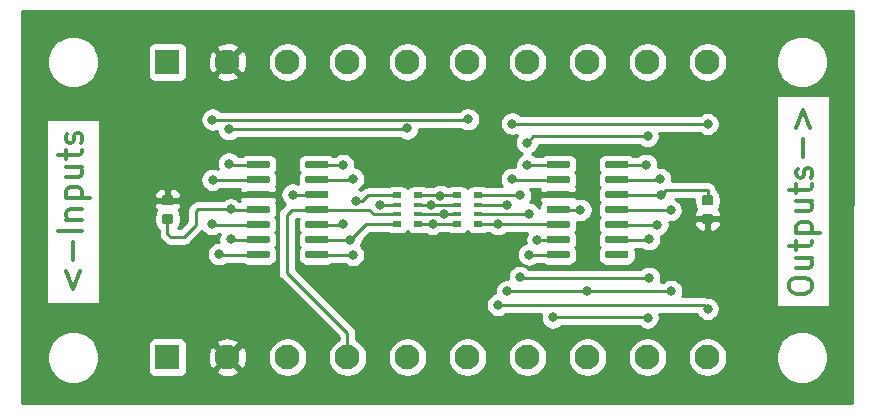
<source format=gbr>
G04 #@! TF.GenerationSoftware,KiCad,Pcbnew,(5.1.5)-3*
G04 #@! TF.CreationDate,2020-08-30T12:24:17-07:00*
G04 #@! TF.ProjectId,comparator,636f6d70-6172-4617-946f-722e6b696361,rev?*
G04 #@! TF.SameCoordinates,Original*
G04 #@! TF.FileFunction,Copper,L1,Top*
G04 #@! TF.FilePolarity,Positive*
%FSLAX46Y46*%
G04 Gerber Fmt 4.6, Leading zero omitted, Abs format (unit mm)*
G04 Created by KiCad (PCBNEW (5.1.5)-3) date 2020-08-30 12:24:17*
%MOMM*%
%LPD*%
G04 APERTURE LIST*
%ADD10C,0.300000*%
%ADD11C,0.100000*%
%ADD12R,2.100000X2.100000*%
%ADD13C,2.100000*%
%ADD14R,0.800000X0.500000*%
%ADD15R,0.800000X0.400000*%
%ADD16C,0.800000*%
%ADD17C,0.250000*%
%ADD18C,0.254000*%
G04 APERTURE END LIST*
D10*
X152579761Y-119133333D02*
X152579761Y-118752380D01*
X152675000Y-118561904D01*
X152865476Y-118371428D01*
X153246428Y-118276190D01*
X153913095Y-118276190D01*
X154294047Y-118371428D01*
X154484523Y-118561904D01*
X154579761Y-118752380D01*
X154579761Y-119133333D01*
X154484523Y-119323809D01*
X154294047Y-119514285D01*
X153913095Y-119609523D01*
X153246428Y-119609523D01*
X152865476Y-119514285D01*
X152675000Y-119323809D01*
X152579761Y-119133333D01*
X153246428Y-116561904D02*
X154579761Y-116561904D01*
X153246428Y-117419047D02*
X154294047Y-117419047D01*
X154484523Y-117323809D01*
X154579761Y-117133333D01*
X154579761Y-116847619D01*
X154484523Y-116657142D01*
X154389285Y-116561904D01*
X153246428Y-115895238D02*
X153246428Y-115133333D01*
X152579761Y-115609523D02*
X154294047Y-115609523D01*
X154484523Y-115514285D01*
X154579761Y-115323809D01*
X154579761Y-115133333D01*
X153246428Y-114466666D02*
X155246428Y-114466666D01*
X153341666Y-114466666D02*
X153246428Y-114276190D01*
X153246428Y-113895238D01*
X153341666Y-113704761D01*
X153436904Y-113609523D01*
X153627380Y-113514285D01*
X154198809Y-113514285D01*
X154389285Y-113609523D01*
X154484523Y-113704761D01*
X154579761Y-113895238D01*
X154579761Y-114276190D01*
X154484523Y-114466666D01*
X153246428Y-111800000D02*
X154579761Y-111800000D01*
X153246428Y-112657142D02*
X154294047Y-112657142D01*
X154484523Y-112561904D01*
X154579761Y-112371428D01*
X154579761Y-112085714D01*
X154484523Y-111895238D01*
X154389285Y-111800000D01*
X153246428Y-111133333D02*
X153246428Y-110371428D01*
X152579761Y-110847619D02*
X154294047Y-110847619D01*
X154484523Y-110752380D01*
X154579761Y-110561904D01*
X154579761Y-110371428D01*
X154484523Y-109800000D02*
X154579761Y-109609523D01*
X154579761Y-109228571D01*
X154484523Y-109038095D01*
X154294047Y-108942857D01*
X154198809Y-108942857D01*
X154008333Y-109038095D01*
X153913095Y-109228571D01*
X153913095Y-109514285D01*
X153817857Y-109704761D01*
X153627380Y-109800000D01*
X153532142Y-109800000D01*
X153341666Y-109704761D01*
X153246428Y-109514285D01*
X153246428Y-109228571D01*
X153341666Y-109038095D01*
X153817857Y-108085714D02*
X153817857Y-106561904D01*
X153246428Y-105609523D02*
X153817857Y-104085714D01*
X154389285Y-105609523D01*
X91421428Y-117722619D02*
X91992857Y-119246428D01*
X92564285Y-117722619D01*
X91992857Y-116770238D02*
X91992857Y-115246428D01*
X92754761Y-114294047D02*
X90754761Y-114294047D01*
X91421428Y-113341666D02*
X92754761Y-113341666D01*
X91611904Y-113341666D02*
X91516666Y-113246428D01*
X91421428Y-113055952D01*
X91421428Y-112770238D01*
X91516666Y-112579761D01*
X91707142Y-112484523D01*
X92754761Y-112484523D01*
X91421428Y-111532142D02*
X93421428Y-111532142D01*
X91516666Y-111532142D02*
X91421428Y-111341666D01*
X91421428Y-110960714D01*
X91516666Y-110770238D01*
X91611904Y-110675000D01*
X91802380Y-110579761D01*
X92373809Y-110579761D01*
X92564285Y-110675000D01*
X92659523Y-110770238D01*
X92754761Y-110960714D01*
X92754761Y-111341666D01*
X92659523Y-111532142D01*
X91421428Y-108865476D02*
X92754761Y-108865476D01*
X91421428Y-109722619D02*
X92469047Y-109722619D01*
X92659523Y-109627380D01*
X92754761Y-109436904D01*
X92754761Y-109151190D01*
X92659523Y-108960714D01*
X92564285Y-108865476D01*
X91421428Y-108198809D02*
X91421428Y-107436904D01*
X90754761Y-107913095D02*
X92469047Y-107913095D01*
X92659523Y-107817857D01*
X92754761Y-107627380D01*
X92754761Y-107436904D01*
X92659523Y-106865476D02*
X92754761Y-106675000D01*
X92754761Y-106294047D01*
X92659523Y-106103571D01*
X92469047Y-106008333D01*
X92373809Y-106008333D01*
X92183333Y-106103571D01*
X92088095Y-106294047D01*
X92088095Y-106579761D01*
X91992857Y-106770238D01*
X91802380Y-106865476D01*
X91707142Y-106865476D01*
X91516666Y-106770238D01*
X91421428Y-106579761D01*
X91421428Y-106294047D01*
X91516666Y-106103571D01*
G04 #@! TA.AperFunction,SMDPad,CuDef*
D11*
G36*
X100277691Y-111276053D02*
G01*
X100298926Y-111279203D01*
X100319750Y-111284419D01*
X100339962Y-111291651D01*
X100359368Y-111300830D01*
X100377781Y-111311866D01*
X100395024Y-111324654D01*
X100410930Y-111339070D01*
X100425346Y-111354976D01*
X100438134Y-111372219D01*
X100449170Y-111390632D01*
X100458349Y-111410038D01*
X100465581Y-111430250D01*
X100470797Y-111451074D01*
X100473947Y-111472309D01*
X100475000Y-111493750D01*
X100475000Y-111931250D01*
X100473947Y-111952691D01*
X100470797Y-111973926D01*
X100465581Y-111994750D01*
X100458349Y-112014962D01*
X100449170Y-112034368D01*
X100438134Y-112052781D01*
X100425346Y-112070024D01*
X100410930Y-112085930D01*
X100395024Y-112100346D01*
X100377781Y-112113134D01*
X100359368Y-112124170D01*
X100339962Y-112133349D01*
X100319750Y-112140581D01*
X100298926Y-112145797D01*
X100277691Y-112148947D01*
X100256250Y-112150000D01*
X99743750Y-112150000D01*
X99722309Y-112148947D01*
X99701074Y-112145797D01*
X99680250Y-112140581D01*
X99660038Y-112133349D01*
X99640632Y-112124170D01*
X99622219Y-112113134D01*
X99604976Y-112100346D01*
X99589070Y-112085930D01*
X99574654Y-112070024D01*
X99561866Y-112052781D01*
X99550830Y-112034368D01*
X99541651Y-112014962D01*
X99534419Y-111994750D01*
X99529203Y-111973926D01*
X99526053Y-111952691D01*
X99525000Y-111931250D01*
X99525000Y-111493750D01*
X99526053Y-111472309D01*
X99529203Y-111451074D01*
X99534419Y-111430250D01*
X99541651Y-111410038D01*
X99550830Y-111390632D01*
X99561866Y-111372219D01*
X99574654Y-111354976D01*
X99589070Y-111339070D01*
X99604976Y-111324654D01*
X99622219Y-111311866D01*
X99640632Y-111300830D01*
X99660038Y-111291651D01*
X99680250Y-111284419D01*
X99701074Y-111279203D01*
X99722309Y-111276053D01*
X99743750Y-111275000D01*
X100256250Y-111275000D01*
X100277691Y-111276053D01*
G37*
G04 #@! TD.AperFunction*
G04 #@! TA.AperFunction,SMDPad,CuDef*
G36*
X100277691Y-112851053D02*
G01*
X100298926Y-112854203D01*
X100319750Y-112859419D01*
X100339962Y-112866651D01*
X100359368Y-112875830D01*
X100377781Y-112886866D01*
X100395024Y-112899654D01*
X100410930Y-112914070D01*
X100425346Y-112929976D01*
X100438134Y-112947219D01*
X100449170Y-112965632D01*
X100458349Y-112985038D01*
X100465581Y-113005250D01*
X100470797Y-113026074D01*
X100473947Y-113047309D01*
X100475000Y-113068750D01*
X100475000Y-113506250D01*
X100473947Y-113527691D01*
X100470797Y-113548926D01*
X100465581Y-113569750D01*
X100458349Y-113589962D01*
X100449170Y-113609368D01*
X100438134Y-113627781D01*
X100425346Y-113645024D01*
X100410930Y-113660930D01*
X100395024Y-113675346D01*
X100377781Y-113688134D01*
X100359368Y-113699170D01*
X100339962Y-113708349D01*
X100319750Y-113715581D01*
X100298926Y-113720797D01*
X100277691Y-113723947D01*
X100256250Y-113725000D01*
X99743750Y-113725000D01*
X99722309Y-113723947D01*
X99701074Y-113720797D01*
X99680250Y-113715581D01*
X99660038Y-113708349D01*
X99640632Y-113699170D01*
X99622219Y-113688134D01*
X99604976Y-113675346D01*
X99589070Y-113660930D01*
X99574654Y-113645024D01*
X99561866Y-113627781D01*
X99550830Y-113609368D01*
X99541651Y-113589962D01*
X99534419Y-113569750D01*
X99529203Y-113548926D01*
X99526053Y-113527691D01*
X99525000Y-113506250D01*
X99525000Y-113068750D01*
X99526053Y-113047309D01*
X99529203Y-113026074D01*
X99534419Y-113005250D01*
X99541651Y-112985038D01*
X99550830Y-112965632D01*
X99561866Y-112947219D01*
X99574654Y-112929976D01*
X99589070Y-112914070D01*
X99604976Y-112899654D01*
X99622219Y-112886866D01*
X99640632Y-112875830D01*
X99660038Y-112866651D01*
X99680250Y-112859419D01*
X99701074Y-112854203D01*
X99722309Y-112851053D01*
X99743750Y-112850000D01*
X100256250Y-112850000D01*
X100277691Y-112851053D01*
G37*
G04 #@! TD.AperFunction*
G04 #@! TA.AperFunction,SMDPad,CuDef*
G36*
X145997691Y-111276053D02*
G01*
X146018926Y-111279203D01*
X146039750Y-111284419D01*
X146059962Y-111291651D01*
X146079368Y-111300830D01*
X146097781Y-111311866D01*
X146115024Y-111324654D01*
X146130930Y-111339070D01*
X146145346Y-111354976D01*
X146158134Y-111372219D01*
X146169170Y-111390632D01*
X146178349Y-111410038D01*
X146185581Y-111430250D01*
X146190797Y-111451074D01*
X146193947Y-111472309D01*
X146195000Y-111493750D01*
X146195000Y-111931250D01*
X146193947Y-111952691D01*
X146190797Y-111973926D01*
X146185581Y-111994750D01*
X146178349Y-112014962D01*
X146169170Y-112034368D01*
X146158134Y-112052781D01*
X146145346Y-112070024D01*
X146130930Y-112085930D01*
X146115024Y-112100346D01*
X146097781Y-112113134D01*
X146079368Y-112124170D01*
X146059962Y-112133349D01*
X146039750Y-112140581D01*
X146018926Y-112145797D01*
X145997691Y-112148947D01*
X145976250Y-112150000D01*
X145463750Y-112150000D01*
X145442309Y-112148947D01*
X145421074Y-112145797D01*
X145400250Y-112140581D01*
X145380038Y-112133349D01*
X145360632Y-112124170D01*
X145342219Y-112113134D01*
X145324976Y-112100346D01*
X145309070Y-112085930D01*
X145294654Y-112070024D01*
X145281866Y-112052781D01*
X145270830Y-112034368D01*
X145261651Y-112014962D01*
X145254419Y-111994750D01*
X145249203Y-111973926D01*
X145246053Y-111952691D01*
X145245000Y-111931250D01*
X145245000Y-111493750D01*
X145246053Y-111472309D01*
X145249203Y-111451074D01*
X145254419Y-111430250D01*
X145261651Y-111410038D01*
X145270830Y-111390632D01*
X145281866Y-111372219D01*
X145294654Y-111354976D01*
X145309070Y-111339070D01*
X145324976Y-111324654D01*
X145342219Y-111311866D01*
X145360632Y-111300830D01*
X145380038Y-111291651D01*
X145400250Y-111284419D01*
X145421074Y-111279203D01*
X145442309Y-111276053D01*
X145463750Y-111275000D01*
X145976250Y-111275000D01*
X145997691Y-111276053D01*
G37*
G04 #@! TD.AperFunction*
G04 #@! TA.AperFunction,SMDPad,CuDef*
G36*
X145997691Y-112851053D02*
G01*
X146018926Y-112854203D01*
X146039750Y-112859419D01*
X146059962Y-112866651D01*
X146079368Y-112875830D01*
X146097781Y-112886866D01*
X146115024Y-112899654D01*
X146130930Y-112914070D01*
X146145346Y-112929976D01*
X146158134Y-112947219D01*
X146169170Y-112965632D01*
X146178349Y-112985038D01*
X146185581Y-113005250D01*
X146190797Y-113026074D01*
X146193947Y-113047309D01*
X146195000Y-113068750D01*
X146195000Y-113506250D01*
X146193947Y-113527691D01*
X146190797Y-113548926D01*
X146185581Y-113569750D01*
X146178349Y-113589962D01*
X146169170Y-113609368D01*
X146158134Y-113627781D01*
X146145346Y-113645024D01*
X146130930Y-113660930D01*
X146115024Y-113675346D01*
X146097781Y-113688134D01*
X146079368Y-113699170D01*
X146059962Y-113708349D01*
X146039750Y-113715581D01*
X146018926Y-113720797D01*
X145997691Y-113723947D01*
X145976250Y-113725000D01*
X145463750Y-113725000D01*
X145442309Y-113723947D01*
X145421074Y-113720797D01*
X145400250Y-113715581D01*
X145380038Y-113708349D01*
X145360632Y-113699170D01*
X145342219Y-113688134D01*
X145324976Y-113675346D01*
X145309070Y-113660930D01*
X145294654Y-113645024D01*
X145281866Y-113627781D01*
X145270830Y-113609368D01*
X145261651Y-113589962D01*
X145254419Y-113569750D01*
X145249203Y-113548926D01*
X145246053Y-113527691D01*
X145245000Y-113506250D01*
X145245000Y-113068750D01*
X145246053Y-113047309D01*
X145249203Y-113026074D01*
X145254419Y-113005250D01*
X145261651Y-112985038D01*
X145270830Y-112965632D01*
X145281866Y-112947219D01*
X145294654Y-112929976D01*
X145309070Y-112914070D01*
X145324976Y-112899654D01*
X145342219Y-112886866D01*
X145360632Y-112875830D01*
X145380038Y-112866651D01*
X145400250Y-112859419D01*
X145421074Y-112854203D01*
X145442309Y-112851053D01*
X145463750Y-112850000D01*
X145976250Y-112850000D01*
X145997691Y-112851053D01*
G37*
G04 #@! TD.AperFunction*
D12*
X100000000Y-100000000D03*
D13*
X105080000Y-100000000D03*
X110160000Y-100000000D03*
X115240000Y-100000000D03*
X120320000Y-100000000D03*
X125400000Y-100000000D03*
X130480000Y-100000000D03*
X135560000Y-100000000D03*
X140640000Y-100000000D03*
X145720000Y-100000000D03*
X145720000Y-125000000D03*
X140640000Y-125000000D03*
X135560000Y-125000000D03*
X130480000Y-125000000D03*
X125400000Y-125000000D03*
X120320000Y-125000000D03*
X115240000Y-125000000D03*
X110160000Y-125000000D03*
X105080000Y-125000000D03*
D12*
X100000000Y-125000000D03*
D14*
X126300000Y-113700000D03*
D15*
X126300000Y-112100000D03*
X126300000Y-112900000D03*
D14*
X126300000Y-111300000D03*
D15*
X124500000Y-112900000D03*
D14*
X124500000Y-113700000D03*
D15*
X124500000Y-112100000D03*
D14*
X124500000Y-111300000D03*
X121220000Y-113700000D03*
D15*
X121220000Y-112900000D03*
D14*
X121220000Y-111300000D03*
D15*
X121220000Y-112100000D03*
D14*
X119420000Y-113700000D03*
D15*
X119420000Y-112100000D03*
X119420000Y-112900000D03*
D14*
X119420000Y-111300000D03*
G04 #@! TA.AperFunction,SMDPad,CuDef*
D11*
G36*
X133924703Y-108390722D02*
G01*
X133939264Y-108392882D01*
X133953543Y-108396459D01*
X133967403Y-108401418D01*
X133980710Y-108407712D01*
X133993336Y-108415280D01*
X134005159Y-108424048D01*
X134016066Y-108433934D01*
X134025952Y-108444841D01*
X134034720Y-108456664D01*
X134042288Y-108469290D01*
X134048582Y-108482597D01*
X134053541Y-108496457D01*
X134057118Y-108510736D01*
X134059278Y-108525297D01*
X134060000Y-108540000D01*
X134060000Y-108840000D01*
X134059278Y-108854703D01*
X134057118Y-108869264D01*
X134053541Y-108883543D01*
X134048582Y-108897403D01*
X134042288Y-108910710D01*
X134034720Y-108923336D01*
X134025952Y-108935159D01*
X134016066Y-108946066D01*
X134005159Y-108955952D01*
X133993336Y-108964720D01*
X133980710Y-108972288D01*
X133967403Y-108978582D01*
X133953543Y-108983541D01*
X133939264Y-108987118D01*
X133924703Y-108989278D01*
X133910000Y-108990000D01*
X132260000Y-108990000D01*
X132245297Y-108989278D01*
X132230736Y-108987118D01*
X132216457Y-108983541D01*
X132202597Y-108978582D01*
X132189290Y-108972288D01*
X132176664Y-108964720D01*
X132164841Y-108955952D01*
X132153934Y-108946066D01*
X132144048Y-108935159D01*
X132135280Y-108923336D01*
X132127712Y-108910710D01*
X132121418Y-108897403D01*
X132116459Y-108883543D01*
X132112882Y-108869264D01*
X132110722Y-108854703D01*
X132110000Y-108840000D01*
X132110000Y-108540000D01*
X132110722Y-108525297D01*
X132112882Y-108510736D01*
X132116459Y-108496457D01*
X132121418Y-108482597D01*
X132127712Y-108469290D01*
X132135280Y-108456664D01*
X132144048Y-108444841D01*
X132153934Y-108433934D01*
X132164841Y-108424048D01*
X132176664Y-108415280D01*
X132189290Y-108407712D01*
X132202597Y-108401418D01*
X132216457Y-108396459D01*
X132230736Y-108392882D01*
X132245297Y-108390722D01*
X132260000Y-108390000D01*
X133910000Y-108390000D01*
X133924703Y-108390722D01*
G37*
G04 #@! TD.AperFunction*
G04 #@! TA.AperFunction,SMDPad,CuDef*
G36*
X133924703Y-109660722D02*
G01*
X133939264Y-109662882D01*
X133953543Y-109666459D01*
X133967403Y-109671418D01*
X133980710Y-109677712D01*
X133993336Y-109685280D01*
X134005159Y-109694048D01*
X134016066Y-109703934D01*
X134025952Y-109714841D01*
X134034720Y-109726664D01*
X134042288Y-109739290D01*
X134048582Y-109752597D01*
X134053541Y-109766457D01*
X134057118Y-109780736D01*
X134059278Y-109795297D01*
X134060000Y-109810000D01*
X134060000Y-110110000D01*
X134059278Y-110124703D01*
X134057118Y-110139264D01*
X134053541Y-110153543D01*
X134048582Y-110167403D01*
X134042288Y-110180710D01*
X134034720Y-110193336D01*
X134025952Y-110205159D01*
X134016066Y-110216066D01*
X134005159Y-110225952D01*
X133993336Y-110234720D01*
X133980710Y-110242288D01*
X133967403Y-110248582D01*
X133953543Y-110253541D01*
X133939264Y-110257118D01*
X133924703Y-110259278D01*
X133910000Y-110260000D01*
X132260000Y-110260000D01*
X132245297Y-110259278D01*
X132230736Y-110257118D01*
X132216457Y-110253541D01*
X132202597Y-110248582D01*
X132189290Y-110242288D01*
X132176664Y-110234720D01*
X132164841Y-110225952D01*
X132153934Y-110216066D01*
X132144048Y-110205159D01*
X132135280Y-110193336D01*
X132127712Y-110180710D01*
X132121418Y-110167403D01*
X132116459Y-110153543D01*
X132112882Y-110139264D01*
X132110722Y-110124703D01*
X132110000Y-110110000D01*
X132110000Y-109810000D01*
X132110722Y-109795297D01*
X132112882Y-109780736D01*
X132116459Y-109766457D01*
X132121418Y-109752597D01*
X132127712Y-109739290D01*
X132135280Y-109726664D01*
X132144048Y-109714841D01*
X132153934Y-109703934D01*
X132164841Y-109694048D01*
X132176664Y-109685280D01*
X132189290Y-109677712D01*
X132202597Y-109671418D01*
X132216457Y-109666459D01*
X132230736Y-109662882D01*
X132245297Y-109660722D01*
X132260000Y-109660000D01*
X133910000Y-109660000D01*
X133924703Y-109660722D01*
G37*
G04 #@! TD.AperFunction*
G04 #@! TA.AperFunction,SMDPad,CuDef*
G36*
X133924703Y-110930722D02*
G01*
X133939264Y-110932882D01*
X133953543Y-110936459D01*
X133967403Y-110941418D01*
X133980710Y-110947712D01*
X133993336Y-110955280D01*
X134005159Y-110964048D01*
X134016066Y-110973934D01*
X134025952Y-110984841D01*
X134034720Y-110996664D01*
X134042288Y-111009290D01*
X134048582Y-111022597D01*
X134053541Y-111036457D01*
X134057118Y-111050736D01*
X134059278Y-111065297D01*
X134060000Y-111080000D01*
X134060000Y-111380000D01*
X134059278Y-111394703D01*
X134057118Y-111409264D01*
X134053541Y-111423543D01*
X134048582Y-111437403D01*
X134042288Y-111450710D01*
X134034720Y-111463336D01*
X134025952Y-111475159D01*
X134016066Y-111486066D01*
X134005159Y-111495952D01*
X133993336Y-111504720D01*
X133980710Y-111512288D01*
X133967403Y-111518582D01*
X133953543Y-111523541D01*
X133939264Y-111527118D01*
X133924703Y-111529278D01*
X133910000Y-111530000D01*
X132260000Y-111530000D01*
X132245297Y-111529278D01*
X132230736Y-111527118D01*
X132216457Y-111523541D01*
X132202597Y-111518582D01*
X132189290Y-111512288D01*
X132176664Y-111504720D01*
X132164841Y-111495952D01*
X132153934Y-111486066D01*
X132144048Y-111475159D01*
X132135280Y-111463336D01*
X132127712Y-111450710D01*
X132121418Y-111437403D01*
X132116459Y-111423543D01*
X132112882Y-111409264D01*
X132110722Y-111394703D01*
X132110000Y-111380000D01*
X132110000Y-111080000D01*
X132110722Y-111065297D01*
X132112882Y-111050736D01*
X132116459Y-111036457D01*
X132121418Y-111022597D01*
X132127712Y-111009290D01*
X132135280Y-110996664D01*
X132144048Y-110984841D01*
X132153934Y-110973934D01*
X132164841Y-110964048D01*
X132176664Y-110955280D01*
X132189290Y-110947712D01*
X132202597Y-110941418D01*
X132216457Y-110936459D01*
X132230736Y-110932882D01*
X132245297Y-110930722D01*
X132260000Y-110930000D01*
X133910000Y-110930000D01*
X133924703Y-110930722D01*
G37*
G04 #@! TD.AperFunction*
G04 #@! TA.AperFunction,SMDPad,CuDef*
G36*
X133924703Y-112200722D02*
G01*
X133939264Y-112202882D01*
X133953543Y-112206459D01*
X133967403Y-112211418D01*
X133980710Y-112217712D01*
X133993336Y-112225280D01*
X134005159Y-112234048D01*
X134016066Y-112243934D01*
X134025952Y-112254841D01*
X134034720Y-112266664D01*
X134042288Y-112279290D01*
X134048582Y-112292597D01*
X134053541Y-112306457D01*
X134057118Y-112320736D01*
X134059278Y-112335297D01*
X134060000Y-112350000D01*
X134060000Y-112650000D01*
X134059278Y-112664703D01*
X134057118Y-112679264D01*
X134053541Y-112693543D01*
X134048582Y-112707403D01*
X134042288Y-112720710D01*
X134034720Y-112733336D01*
X134025952Y-112745159D01*
X134016066Y-112756066D01*
X134005159Y-112765952D01*
X133993336Y-112774720D01*
X133980710Y-112782288D01*
X133967403Y-112788582D01*
X133953543Y-112793541D01*
X133939264Y-112797118D01*
X133924703Y-112799278D01*
X133910000Y-112800000D01*
X132260000Y-112800000D01*
X132245297Y-112799278D01*
X132230736Y-112797118D01*
X132216457Y-112793541D01*
X132202597Y-112788582D01*
X132189290Y-112782288D01*
X132176664Y-112774720D01*
X132164841Y-112765952D01*
X132153934Y-112756066D01*
X132144048Y-112745159D01*
X132135280Y-112733336D01*
X132127712Y-112720710D01*
X132121418Y-112707403D01*
X132116459Y-112693543D01*
X132112882Y-112679264D01*
X132110722Y-112664703D01*
X132110000Y-112650000D01*
X132110000Y-112350000D01*
X132110722Y-112335297D01*
X132112882Y-112320736D01*
X132116459Y-112306457D01*
X132121418Y-112292597D01*
X132127712Y-112279290D01*
X132135280Y-112266664D01*
X132144048Y-112254841D01*
X132153934Y-112243934D01*
X132164841Y-112234048D01*
X132176664Y-112225280D01*
X132189290Y-112217712D01*
X132202597Y-112211418D01*
X132216457Y-112206459D01*
X132230736Y-112202882D01*
X132245297Y-112200722D01*
X132260000Y-112200000D01*
X133910000Y-112200000D01*
X133924703Y-112200722D01*
G37*
G04 #@! TD.AperFunction*
G04 #@! TA.AperFunction,SMDPad,CuDef*
G36*
X133924703Y-113470722D02*
G01*
X133939264Y-113472882D01*
X133953543Y-113476459D01*
X133967403Y-113481418D01*
X133980710Y-113487712D01*
X133993336Y-113495280D01*
X134005159Y-113504048D01*
X134016066Y-113513934D01*
X134025952Y-113524841D01*
X134034720Y-113536664D01*
X134042288Y-113549290D01*
X134048582Y-113562597D01*
X134053541Y-113576457D01*
X134057118Y-113590736D01*
X134059278Y-113605297D01*
X134060000Y-113620000D01*
X134060000Y-113920000D01*
X134059278Y-113934703D01*
X134057118Y-113949264D01*
X134053541Y-113963543D01*
X134048582Y-113977403D01*
X134042288Y-113990710D01*
X134034720Y-114003336D01*
X134025952Y-114015159D01*
X134016066Y-114026066D01*
X134005159Y-114035952D01*
X133993336Y-114044720D01*
X133980710Y-114052288D01*
X133967403Y-114058582D01*
X133953543Y-114063541D01*
X133939264Y-114067118D01*
X133924703Y-114069278D01*
X133910000Y-114070000D01*
X132260000Y-114070000D01*
X132245297Y-114069278D01*
X132230736Y-114067118D01*
X132216457Y-114063541D01*
X132202597Y-114058582D01*
X132189290Y-114052288D01*
X132176664Y-114044720D01*
X132164841Y-114035952D01*
X132153934Y-114026066D01*
X132144048Y-114015159D01*
X132135280Y-114003336D01*
X132127712Y-113990710D01*
X132121418Y-113977403D01*
X132116459Y-113963543D01*
X132112882Y-113949264D01*
X132110722Y-113934703D01*
X132110000Y-113920000D01*
X132110000Y-113620000D01*
X132110722Y-113605297D01*
X132112882Y-113590736D01*
X132116459Y-113576457D01*
X132121418Y-113562597D01*
X132127712Y-113549290D01*
X132135280Y-113536664D01*
X132144048Y-113524841D01*
X132153934Y-113513934D01*
X132164841Y-113504048D01*
X132176664Y-113495280D01*
X132189290Y-113487712D01*
X132202597Y-113481418D01*
X132216457Y-113476459D01*
X132230736Y-113472882D01*
X132245297Y-113470722D01*
X132260000Y-113470000D01*
X133910000Y-113470000D01*
X133924703Y-113470722D01*
G37*
G04 #@! TD.AperFunction*
G04 #@! TA.AperFunction,SMDPad,CuDef*
G36*
X133924703Y-114740722D02*
G01*
X133939264Y-114742882D01*
X133953543Y-114746459D01*
X133967403Y-114751418D01*
X133980710Y-114757712D01*
X133993336Y-114765280D01*
X134005159Y-114774048D01*
X134016066Y-114783934D01*
X134025952Y-114794841D01*
X134034720Y-114806664D01*
X134042288Y-114819290D01*
X134048582Y-114832597D01*
X134053541Y-114846457D01*
X134057118Y-114860736D01*
X134059278Y-114875297D01*
X134060000Y-114890000D01*
X134060000Y-115190000D01*
X134059278Y-115204703D01*
X134057118Y-115219264D01*
X134053541Y-115233543D01*
X134048582Y-115247403D01*
X134042288Y-115260710D01*
X134034720Y-115273336D01*
X134025952Y-115285159D01*
X134016066Y-115296066D01*
X134005159Y-115305952D01*
X133993336Y-115314720D01*
X133980710Y-115322288D01*
X133967403Y-115328582D01*
X133953543Y-115333541D01*
X133939264Y-115337118D01*
X133924703Y-115339278D01*
X133910000Y-115340000D01*
X132260000Y-115340000D01*
X132245297Y-115339278D01*
X132230736Y-115337118D01*
X132216457Y-115333541D01*
X132202597Y-115328582D01*
X132189290Y-115322288D01*
X132176664Y-115314720D01*
X132164841Y-115305952D01*
X132153934Y-115296066D01*
X132144048Y-115285159D01*
X132135280Y-115273336D01*
X132127712Y-115260710D01*
X132121418Y-115247403D01*
X132116459Y-115233543D01*
X132112882Y-115219264D01*
X132110722Y-115204703D01*
X132110000Y-115190000D01*
X132110000Y-114890000D01*
X132110722Y-114875297D01*
X132112882Y-114860736D01*
X132116459Y-114846457D01*
X132121418Y-114832597D01*
X132127712Y-114819290D01*
X132135280Y-114806664D01*
X132144048Y-114794841D01*
X132153934Y-114783934D01*
X132164841Y-114774048D01*
X132176664Y-114765280D01*
X132189290Y-114757712D01*
X132202597Y-114751418D01*
X132216457Y-114746459D01*
X132230736Y-114742882D01*
X132245297Y-114740722D01*
X132260000Y-114740000D01*
X133910000Y-114740000D01*
X133924703Y-114740722D01*
G37*
G04 #@! TD.AperFunction*
G04 #@! TA.AperFunction,SMDPad,CuDef*
G36*
X133924703Y-116010722D02*
G01*
X133939264Y-116012882D01*
X133953543Y-116016459D01*
X133967403Y-116021418D01*
X133980710Y-116027712D01*
X133993336Y-116035280D01*
X134005159Y-116044048D01*
X134016066Y-116053934D01*
X134025952Y-116064841D01*
X134034720Y-116076664D01*
X134042288Y-116089290D01*
X134048582Y-116102597D01*
X134053541Y-116116457D01*
X134057118Y-116130736D01*
X134059278Y-116145297D01*
X134060000Y-116160000D01*
X134060000Y-116460000D01*
X134059278Y-116474703D01*
X134057118Y-116489264D01*
X134053541Y-116503543D01*
X134048582Y-116517403D01*
X134042288Y-116530710D01*
X134034720Y-116543336D01*
X134025952Y-116555159D01*
X134016066Y-116566066D01*
X134005159Y-116575952D01*
X133993336Y-116584720D01*
X133980710Y-116592288D01*
X133967403Y-116598582D01*
X133953543Y-116603541D01*
X133939264Y-116607118D01*
X133924703Y-116609278D01*
X133910000Y-116610000D01*
X132260000Y-116610000D01*
X132245297Y-116609278D01*
X132230736Y-116607118D01*
X132216457Y-116603541D01*
X132202597Y-116598582D01*
X132189290Y-116592288D01*
X132176664Y-116584720D01*
X132164841Y-116575952D01*
X132153934Y-116566066D01*
X132144048Y-116555159D01*
X132135280Y-116543336D01*
X132127712Y-116530710D01*
X132121418Y-116517403D01*
X132116459Y-116503543D01*
X132112882Y-116489264D01*
X132110722Y-116474703D01*
X132110000Y-116460000D01*
X132110000Y-116160000D01*
X132110722Y-116145297D01*
X132112882Y-116130736D01*
X132116459Y-116116457D01*
X132121418Y-116102597D01*
X132127712Y-116089290D01*
X132135280Y-116076664D01*
X132144048Y-116064841D01*
X132153934Y-116053934D01*
X132164841Y-116044048D01*
X132176664Y-116035280D01*
X132189290Y-116027712D01*
X132202597Y-116021418D01*
X132216457Y-116016459D01*
X132230736Y-116012882D01*
X132245297Y-116010722D01*
X132260000Y-116010000D01*
X133910000Y-116010000D01*
X133924703Y-116010722D01*
G37*
G04 #@! TD.AperFunction*
G04 #@! TA.AperFunction,SMDPad,CuDef*
G36*
X138874703Y-116010722D02*
G01*
X138889264Y-116012882D01*
X138903543Y-116016459D01*
X138917403Y-116021418D01*
X138930710Y-116027712D01*
X138943336Y-116035280D01*
X138955159Y-116044048D01*
X138966066Y-116053934D01*
X138975952Y-116064841D01*
X138984720Y-116076664D01*
X138992288Y-116089290D01*
X138998582Y-116102597D01*
X139003541Y-116116457D01*
X139007118Y-116130736D01*
X139009278Y-116145297D01*
X139010000Y-116160000D01*
X139010000Y-116460000D01*
X139009278Y-116474703D01*
X139007118Y-116489264D01*
X139003541Y-116503543D01*
X138998582Y-116517403D01*
X138992288Y-116530710D01*
X138984720Y-116543336D01*
X138975952Y-116555159D01*
X138966066Y-116566066D01*
X138955159Y-116575952D01*
X138943336Y-116584720D01*
X138930710Y-116592288D01*
X138917403Y-116598582D01*
X138903543Y-116603541D01*
X138889264Y-116607118D01*
X138874703Y-116609278D01*
X138860000Y-116610000D01*
X137210000Y-116610000D01*
X137195297Y-116609278D01*
X137180736Y-116607118D01*
X137166457Y-116603541D01*
X137152597Y-116598582D01*
X137139290Y-116592288D01*
X137126664Y-116584720D01*
X137114841Y-116575952D01*
X137103934Y-116566066D01*
X137094048Y-116555159D01*
X137085280Y-116543336D01*
X137077712Y-116530710D01*
X137071418Y-116517403D01*
X137066459Y-116503543D01*
X137062882Y-116489264D01*
X137060722Y-116474703D01*
X137060000Y-116460000D01*
X137060000Y-116160000D01*
X137060722Y-116145297D01*
X137062882Y-116130736D01*
X137066459Y-116116457D01*
X137071418Y-116102597D01*
X137077712Y-116089290D01*
X137085280Y-116076664D01*
X137094048Y-116064841D01*
X137103934Y-116053934D01*
X137114841Y-116044048D01*
X137126664Y-116035280D01*
X137139290Y-116027712D01*
X137152597Y-116021418D01*
X137166457Y-116016459D01*
X137180736Y-116012882D01*
X137195297Y-116010722D01*
X137210000Y-116010000D01*
X138860000Y-116010000D01*
X138874703Y-116010722D01*
G37*
G04 #@! TD.AperFunction*
G04 #@! TA.AperFunction,SMDPad,CuDef*
G36*
X138874703Y-114740722D02*
G01*
X138889264Y-114742882D01*
X138903543Y-114746459D01*
X138917403Y-114751418D01*
X138930710Y-114757712D01*
X138943336Y-114765280D01*
X138955159Y-114774048D01*
X138966066Y-114783934D01*
X138975952Y-114794841D01*
X138984720Y-114806664D01*
X138992288Y-114819290D01*
X138998582Y-114832597D01*
X139003541Y-114846457D01*
X139007118Y-114860736D01*
X139009278Y-114875297D01*
X139010000Y-114890000D01*
X139010000Y-115190000D01*
X139009278Y-115204703D01*
X139007118Y-115219264D01*
X139003541Y-115233543D01*
X138998582Y-115247403D01*
X138992288Y-115260710D01*
X138984720Y-115273336D01*
X138975952Y-115285159D01*
X138966066Y-115296066D01*
X138955159Y-115305952D01*
X138943336Y-115314720D01*
X138930710Y-115322288D01*
X138917403Y-115328582D01*
X138903543Y-115333541D01*
X138889264Y-115337118D01*
X138874703Y-115339278D01*
X138860000Y-115340000D01*
X137210000Y-115340000D01*
X137195297Y-115339278D01*
X137180736Y-115337118D01*
X137166457Y-115333541D01*
X137152597Y-115328582D01*
X137139290Y-115322288D01*
X137126664Y-115314720D01*
X137114841Y-115305952D01*
X137103934Y-115296066D01*
X137094048Y-115285159D01*
X137085280Y-115273336D01*
X137077712Y-115260710D01*
X137071418Y-115247403D01*
X137066459Y-115233543D01*
X137062882Y-115219264D01*
X137060722Y-115204703D01*
X137060000Y-115190000D01*
X137060000Y-114890000D01*
X137060722Y-114875297D01*
X137062882Y-114860736D01*
X137066459Y-114846457D01*
X137071418Y-114832597D01*
X137077712Y-114819290D01*
X137085280Y-114806664D01*
X137094048Y-114794841D01*
X137103934Y-114783934D01*
X137114841Y-114774048D01*
X137126664Y-114765280D01*
X137139290Y-114757712D01*
X137152597Y-114751418D01*
X137166457Y-114746459D01*
X137180736Y-114742882D01*
X137195297Y-114740722D01*
X137210000Y-114740000D01*
X138860000Y-114740000D01*
X138874703Y-114740722D01*
G37*
G04 #@! TD.AperFunction*
G04 #@! TA.AperFunction,SMDPad,CuDef*
G36*
X138874703Y-113470722D02*
G01*
X138889264Y-113472882D01*
X138903543Y-113476459D01*
X138917403Y-113481418D01*
X138930710Y-113487712D01*
X138943336Y-113495280D01*
X138955159Y-113504048D01*
X138966066Y-113513934D01*
X138975952Y-113524841D01*
X138984720Y-113536664D01*
X138992288Y-113549290D01*
X138998582Y-113562597D01*
X139003541Y-113576457D01*
X139007118Y-113590736D01*
X139009278Y-113605297D01*
X139010000Y-113620000D01*
X139010000Y-113920000D01*
X139009278Y-113934703D01*
X139007118Y-113949264D01*
X139003541Y-113963543D01*
X138998582Y-113977403D01*
X138992288Y-113990710D01*
X138984720Y-114003336D01*
X138975952Y-114015159D01*
X138966066Y-114026066D01*
X138955159Y-114035952D01*
X138943336Y-114044720D01*
X138930710Y-114052288D01*
X138917403Y-114058582D01*
X138903543Y-114063541D01*
X138889264Y-114067118D01*
X138874703Y-114069278D01*
X138860000Y-114070000D01*
X137210000Y-114070000D01*
X137195297Y-114069278D01*
X137180736Y-114067118D01*
X137166457Y-114063541D01*
X137152597Y-114058582D01*
X137139290Y-114052288D01*
X137126664Y-114044720D01*
X137114841Y-114035952D01*
X137103934Y-114026066D01*
X137094048Y-114015159D01*
X137085280Y-114003336D01*
X137077712Y-113990710D01*
X137071418Y-113977403D01*
X137066459Y-113963543D01*
X137062882Y-113949264D01*
X137060722Y-113934703D01*
X137060000Y-113920000D01*
X137060000Y-113620000D01*
X137060722Y-113605297D01*
X137062882Y-113590736D01*
X137066459Y-113576457D01*
X137071418Y-113562597D01*
X137077712Y-113549290D01*
X137085280Y-113536664D01*
X137094048Y-113524841D01*
X137103934Y-113513934D01*
X137114841Y-113504048D01*
X137126664Y-113495280D01*
X137139290Y-113487712D01*
X137152597Y-113481418D01*
X137166457Y-113476459D01*
X137180736Y-113472882D01*
X137195297Y-113470722D01*
X137210000Y-113470000D01*
X138860000Y-113470000D01*
X138874703Y-113470722D01*
G37*
G04 #@! TD.AperFunction*
G04 #@! TA.AperFunction,SMDPad,CuDef*
G36*
X138874703Y-112200722D02*
G01*
X138889264Y-112202882D01*
X138903543Y-112206459D01*
X138917403Y-112211418D01*
X138930710Y-112217712D01*
X138943336Y-112225280D01*
X138955159Y-112234048D01*
X138966066Y-112243934D01*
X138975952Y-112254841D01*
X138984720Y-112266664D01*
X138992288Y-112279290D01*
X138998582Y-112292597D01*
X139003541Y-112306457D01*
X139007118Y-112320736D01*
X139009278Y-112335297D01*
X139010000Y-112350000D01*
X139010000Y-112650000D01*
X139009278Y-112664703D01*
X139007118Y-112679264D01*
X139003541Y-112693543D01*
X138998582Y-112707403D01*
X138992288Y-112720710D01*
X138984720Y-112733336D01*
X138975952Y-112745159D01*
X138966066Y-112756066D01*
X138955159Y-112765952D01*
X138943336Y-112774720D01*
X138930710Y-112782288D01*
X138917403Y-112788582D01*
X138903543Y-112793541D01*
X138889264Y-112797118D01*
X138874703Y-112799278D01*
X138860000Y-112800000D01*
X137210000Y-112800000D01*
X137195297Y-112799278D01*
X137180736Y-112797118D01*
X137166457Y-112793541D01*
X137152597Y-112788582D01*
X137139290Y-112782288D01*
X137126664Y-112774720D01*
X137114841Y-112765952D01*
X137103934Y-112756066D01*
X137094048Y-112745159D01*
X137085280Y-112733336D01*
X137077712Y-112720710D01*
X137071418Y-112707403D01*
X137066459Y-112693543D01*
X137062882Y-112679264D01*
X137060722Y-112664703D01*
X137060000Y-112650000D01*
X137060000Y-112350000D01*
X137060722Y-112335297D01*
X137062882Y-112320736D01*
X137066459Y-112306457D01*
X137071418Y-112292597D01*
X137077712Y-112279290D01*
X137085280Y-112266664D01*
X137094048Y-112254841D01*
X137103934Y-112243934D01*
X137114841Y-112234048D01*
X137126664Y-112225280D01*
X137139290Y-112217712D01*
X137152597Y-112211418D01*
X137166457Y-112206459D01*
X137180736Y-112202882D01*
X137195297Y-112200722D01*
X137210000Y-112200000D01*
X138860000Y-112200000D01*
X138874703Y-112200722D01*
G37*
G04 #@! TD.AperFunction*
G04 #@! TA.AperFunction,SMDPad,CuDef*
G36*
X138874703Y-110930722D02*
G01*
X138889264Y-110932882D01*
X138903543Y-110936459D01*
X138917403Y-110941418D01*
X138930710Y-110947712D01*
X138943336Y-110955280D01*
X138955159Y-110964048D01*
X138966066Y-110973934D01*
X138975952Y-110984841D01*
X138984720Y-110996664D01*
X138992288Y-111009290D01*
X138998582Y-111022597D01*
X139003541Y-111036457D01*
X139007118Y-111050736D01*
X139009278Y-111065297D01*
X139010000Y-111080000D01*
X139010000Y-111380000D01*
X139009278Y-111394703D01*
X139007118Y-111409264D01*
X139003541Y-111423543D01*
X138998582Y-111437403D01*
X138992288Y-111450710D01*
X138984720Y-111463336D01*
X138975952Y-111475159D01*
X138966066Y-111486066D01*
X138955159Y-111495952D01*
X138943336Y-111504720D01*
X138930710Y-111512288D01*
X138917403Y-111518582D01*
X138903543Y-111523541D01*
X138889264Y-111527118D01*
X138874703Y-111529278D01*
X138860000Y-111530000D01*
X137210000Y-111530000D01*
X137195297Y-111529278D01*
X137180736Y-111527118D01*
X137166457Y-111523541D01*
X137152597Y-111518582D01*
X137139290Y-111512288D01*
X137126664Y-111504720D01*
X137114841Y-111495952D01*
X137103934Y-111486066D01*
X137094048Y-111475159D01*
X137085280Y-111463336D01*
X137077712Y-111450710D01*
X137071418Y-111437403D01*
X137066459Y-111423543D01*
X137062882Y-111409264D01*
X137060722Y-111394703D01*
X137060000Y-111380000D01*
X137060000Y-111080000D01*
X137060722Y-111065297D01*
X137062882Y-111050736D01*
X137066459Y-111036457D01*
X137071418Y-111022597D01*
X137077712Y-111009290D01*
X137085280Y-110996664D01*
X137094048Y-110984841D01*
X137103934Y-110973934D01*
X137114841Y-110964048D01*
X137126664Y-110955280D01*
X137139290Y-110947712D01*
X137152597Y-110941418D01*
X137166457Y-110936459D01*
X137180736Y-110932882D01*
X137195297Y-110930722D01*
X137210000Y-110930000D01*
X138860000Y-110930000D01*
X138874703Y-110930722D01*
G37*
G04 #@! TD.AperFunction*
G04 #@! TA.AperFunction,SMDPad,CuDef*
G36*
X138874703Y-109660722D02*
G01*
X138889264Y-109662882D01*
X138903543Y-109666459D01*
X138917403Y-109671418D01*
X138930710Y-109677712D01*
X138943336Y-109685280D01*
X138955159Y-109694048D01*
X138966066Y-109703934D01*
X138975952Y-109714841D01*
X138984720Y-109726664D01*
X138992288Y-109739290D01*
X138998582Y-109752597D01*
X139003541Y-109766457D01*
X139007118Y-109780736D01*
X139009278Y-109795297D01*
X139010000Y-109810000D01*
X139010000Y-110110000D01*
X139009278Y-110124703D01*
X139007118Y-110139264D01*
X139003541Y-110153543D01*
X138998582Y-110167403D01*
X138992288Y-110180710D01*
X138984720Y-110193336D01*
X138975952Y-110205159D01*
X138966066Y-110216066D01*
X138955159Y-110225952D01*
X138943336Y-110234720D01*
X138930710Y-110242288D01*
X138917403Y-110248582D01*
X138903543Y-110253541D01*
X138889264Y-110257118D01*
X138874703Y-110259278D01*
X138860000Y-110260000D01*
X137210000Y-110260000D01*
X137195297Y-110259278D01*
X137180736Y-110257118D01*
X137166457Y-110253541D01*
X137152597Y-110248582D01*
X137139290Y-110242288D01*
X137126664Y-110234720D01*
X137114841Y-110225952D01*
X137103934Y-110216066D01*
X137094048Y-110205159D01*
X137085280Y-110193336D01*
X137077712Y-110180710D01*
X137071418Y-110167403D01*
X137066459Y-110153543D01*
X137062882Y-110139264D01*
X137060722Y-110124703D01*
X137060000Y-110110000D01*
X137060000Y-109810000D01*
X137060722Y-109795297D01*
X137062882Y-109780736D01*
X137066459Y-109766457D01*
X137071418Y-109752597D01*
X137077712Y-109739290D01*
X137085280Y-109726664D01*
X137094048Y-109714841D01*
X137103934Y-109703934D01*
X137114841Y-109694048D01*
X137126664Y-109685280D01*
X137139290Y-109677712D01*
X137152597Y-109671418D01*
X137166457Y-109666459D01*
X137180736Y-109662882D01*
X137195297Y-109660722D01*
X137210000Y-109660000D01*
X138860000Y-109660000D01*
X138874703Y-109660722D01*
G37*
G04 #@! TD.AperFunction*
G04 #@! TA.AperFunction,SMDPad,CuDef*
G36*
X138874703Y-108390722D02*
G01*
X138889264Y-108392882D01*
X138903543Y-108396459D01*
X138917403Y-108401418D01*
X138930710Y-108407712D01*
X138943336Y-108415280D01*
X138955159Y-108424048D01*
X138966066Y-108433934D01*
X138975952Y-108444841D01*
X138984720Y-108456664D01*
X138992288Y-108469290D01*
X138998582Y-108482597D01*
X139003541Y-108496457D01*
X139007118Y-108510736D01*
X139009278Y-108525297D01*
X139010000Y-108540000D01*
X139010000Y-108840000D01*
X139009278Y-108854703D01*
X139007118Y-108869264D01*
X139003541Y-108883543D01*
X138998582Y-108897403D01*
X138992288Y-108910710D01*
X138984720Y-108923336D01*
X138975952Y-108935159D01*
X138966066Y-108946066D01*
X138955159Y-108955952D01*
X138943336Y-108964720D01*
X138930710Y-108972288D01*
X138917403Y-108978582D01*
X138903543Y-108983541D01*
X138889264Y-108987118D01*
X138874703Y-108989278D01*
X138860000Y-108990000D01*
X137210000Y-108990000D01*
X137195297Y-108989278D01*
X137180736Y-108987118D01*
X137166457Y-108983541D01*
X137152597Y-108978582D01*
X137139290Y-108972288D01*
X137126664Y-108964720D01*
X137114841Y-108955952D01*
X137103934Y-108946066D01*
X137094048Y-108935159D01*
X137085280Y-108923336D01*
X137077712Y-108910710D01*
X137071418Y-108897403D01*
X137066459Y-108883543D01*
X137062882Y-108869264D01*
X137060722Y-108854703D01*
X137060000Y-108840000D01*
X137060000Y-108540000D01*
X137060722Y-108525297D01*
X137062882Y-108510736D01*
X137066459Y-108496457D01*
X137071418Y-108482597D01*
X137077712Y-108469290D01*
X137085280Y-108456664D01*
X137094048Y-108444841D01*
X137103934Y-108433934D01*
X137114841Y-108424048D01*
X137126664Y-108415280D01*
X137139290Y-108407712D01*
X137152597Y-108401418D01*
X137166457Y-108396459D01*
X137180736Y-108392882D01*
X137195297Y-108390722D01*
X137210000Y-108390000D01*
X138860000Y-108390000D01*
X138874703Y-108390722D01*
G37*
G04 #@! TD.AperFunction*
G04 #@! TA.AperFunction,SMDPad,CuDef*
G36*
X113474703Y-108390722D02*
G01*
X113489264Y-108392882D01*
X113503543Y-108396459D01*
X113517403Y-108401418D01*
X113530710Y-108407712D01*
X113543336Y-108415280D01*
X113555159Y-108424048D01*
X113566066Y-108433934D01*
X113575952Y-108444841D01*
X113584720Y-108456664D01*
X113592288Y-108469290D01*
X113598582Y-108482597D01*
X113603541Y-108496457D01*
X113607118Y-108510736D01*
X113609278Y-108525297D01*
X113610000Y-108540000D01*
X113610000Y-108840000D01*
X113609278Y-108854703D01*
X113607118Y-108869264D01*
X113603541Y-108883543D01*
X113598582Y-108897403D01*
X113592288Y-108910710D01*
X113584720Y-108923336D01*
X113575952Y-108935159D01*
X113566066Y-108946066D01*
X113555159Y-108955952D01*
X113543336Y-108964720D01*
X113530710Y-108972288D01*
X113517403Y-108978582D01*
X113503543Y-108983541D01*
X113489264Y-108987118D01*
X113474703Y-108989278D01*
X113460000Y-108990000D01*
X111810000Y-108990000D01*
X111795297Y-108989278D01*
X111780736Y-108987118D01*
X111766457Y-108983541D01*
X111752597Y-108978582D01*
X111739290Y-108972288D01*
X111726664Y-108964720D01*
X111714841Y-108955952D01*
X111703934Y-108946066D01*
X111694048Y-108935159D01*
X111685280Y-108923336D01*
X111677712Y-108910710D01*
X111671418Y-108897403D01*
X111666459Y-108883543D01*
X111662882Y-108869264D01*
X111660722Y-108854703D01*
X111660000Y-108840000D01*
X111660000Y-108540000D01*
X111660722Y-108525297D01*
X111662882Y-108510736D01*
X111666459Y-108496457D01*
X111671418Y-108482597D01*
X111677712Y-108469290D01*
X111685280Y-108456664D01*
X111694048Y-108444841D01*
X111703934Y-108433934D01*
X111714841Y-108424048D01*
X111726664Y-108415280D01*
X111739290Y-108407712D01*
X111752597Y-108401418D01*
X111766457Y-108396459D01*
X111780736Y-108392882D01*
X111795297Y-108390722D01*
X111810000Y-108390000D01*
X113460000Y-108390000D01*
X113474703Y-108390722D01*
G37*
G04 #@! TD.AperFunction*
G04 #@! TA.AperFunction,SMDPad,CuDef*
G36*
X113474703Y-109660722D02*
G01*
X113489264Y-109662882D01*
X113503543Y-109666459D01*
X113517403Y-109671418D01*
X113530710Y-109677712D01*
X113543336Y-109685280D01*
X113555159Y-109694048D01*
X113566066Y-109703934D01*
X113575952Y-109714841D01*
X113584720Y-109726664D01*
X113592288Y-109739290D01*
X113598582Y-109752597D01*
X113603541Y-109766457D01*
X113607118Y-109780736D01*
X113609278Y-109795297D01*
X113610000Y-109810000D01*
X113610000Y-110110000D01*
X113609278Y-110124703D01*
X113607118Y-110139264D01*
X113603541Y-110153543D01*
X113598582Y-110167403D01*
X113592288Y-110180710D01*
X113584720Y-110193336D01*
X113575952Y-110205159D01*
X113566066Y-110216066D01*
X113555159Y-110225952D01*
X113543336Y-110234720D01*
X113530710Y-110242288D01*
X113517403Y-110248582D01*
X113503543Y-110253541D01*
X113489264Y-110257118D01*
X113474703Y-110259278D01*
X113460000Y-110260000D01*
X111810000Y-110260000D01*
X111795297Y-110259278D01*
X111780736Y-110257118D01*
X111766457Y-110253541D01*
X111752597Y-110248582D01*
X111739290Y-110242288D01*
X111726664Y-110234720D01*
X111714841Y-110225952D01*
X111703934Y-110216066D01*
X111694048Y-110205159D01*
X111685280Y-110193336D01*
X111677712Y-110180710D01*
X111671418Y-110167403D01*
X111666459Y-110153543D01*
X111662882Y-110139264D01*
X111660722Y-110124703D01*
X111660000Y-110110000D01*
X111660000Y-109810000D01*
X111660722Y-109795297D01*
X111662882Y-109780736D01*
X111666459Y-109766457D01*
X111671418Y-109752597D01*
X111677712Y-109739290D01*
X111685280Y-109726664D01*
X111694048Y-109714841D01*
X111703934Y-109703934D01*
X111714841Y-109694048D01*
X111726664Y-109685280D01*
X111739290Y-109677712D01*
X111752597Y-109671418D01*
X111766457Y-109666459D01*
X111780736Y-109662882D01*
X111795297Y-109660722D01*
X111810000Y-109660000D01*
X113460000Y-109660000D01*
X113474703Y-109660722D01*
G37*
G04 #@! TD.AperFunction*
G04 #@! TA.AperFunction,SMDPad,CuDef*
G36*
X113474703Y-110930722D02*
G01*
X113489264Y-110932882D01*
X113503543Y-110936459D01*
X113517403Y-110941418D01*
X113530710Y-110947712D01*
X113543336Y-110955280D01*
X113555159Y-110964048D01*
X113566066Y-110973934D01*
X113575952Y-110984841D01*
X113584720Y-110996664D01*
X113592288Y-111009290D01*
X113598582Y-111022597D01*
X113603541Y-111036457D01*
X113607118Y-111050736D01*
X113609278Y-111065297D01*
X113610000Y-111080000D01*
X113610000Y-111380000D01*
X113609278Y-111394703D01*
X113607118Y-111409264D01*
X113603541Y-111423543D01*
X113598582Y-111437403D01*
X113592288Y-111450710D01*
X113584720Y-111463336D01*
X113575952Y-111475159D01*
X113566066Y-111486066D01*
X113555159Y-111495952D01*
X113543336Y-111504720D01*
X113530710Y-111512288D01*
X113517403Y-111518582D01*
X113503543Y-111523541D01*
X113489264Y-111527118D01*
X113474703Y-111529278D01*
X113460000Y-111530000D01*
X111810000Y-111530000D01*
X111795297Y-111529278D01*
X111780736Y-111527118D01*
X111766457Y-111523541D01*
X111752597Y-111518582D01*
X111739290Y-111512288D01*
X111726664Y-111504720D01*
X111714841Y-111495952D01*
X111703934Y-111486066D01*
X111694048Y-111475159D01*
X111685280Y-111463336D01*
X111677712Y-111450710D01*
X111671418Y-111437403D01*
X111666459Y-111423543D01*
X111662882Y-111409264D01*
X111660722Y-111394703D01*
X111660000Y-111380000D01*
X111660000Y-111080000D01*
X111660722Y-111065297D01*
X111662882Y-111050736D01*
X111666459Y-111036457D01*
X111671418Y-111022597D01*
X111677712Y-111009290D01*
X111685280Y-110996664D01*
X111694048Y-110984841D01*
X111703934Y-110973934D01*
X111714841Y-110964048D01*
X111726664Y-110955280D01*
X111739290Y-110947712D01*
X111752597Y-110941418D01*
X111766457Y-110936459D01*
X111780736Y-110932882D01*
X111795297Y-110930722D01*
X111810000Y-110930000D01*
X113460000Y-110930000D01*
X113474703Y-110930722D01*
G37*
G04 #@! TD.AperFunction*
G04 #@! TA.AperFunction,SMDPad,CuDef*
G36*
X113474703Y-112200722D02*
G01*
X113489264Y-112202882D01*
X113503543Y-112206459D01*
X113517403Y-112211418D01*
X113530710Y-112217712D01*
X113543336Y-112225280D01*
X113555159Y-112234048D01*
X113566066Y-112243934D01*
X113575952Y-112254841D01*
X113584720Y-112266664D01*
X113592288Y-112279290D01*
X113598582Y-112292597D01*
X113603541Y-112306457D01*
X113607118Y-112320736D01*
X113609278Y-112335297D01*
X113610000Y-112350000D01*
X113610000Y-112650000D01*
X113609278Y-112664703D01*
X113607118Y-112679264D01*
X113603541Y-112693543D01*
X113598582Y-112707403D01*
X113592288Y-112720710D01*
X113584720Y-112733336D01*
X113575952Y-112745159D01*
X113566066Y-112756066D01*
X113555159Y-112765952D01*
X113543336Y-112774720D01*
X113530710Y-112782288D01*
X113517403Y-112788582D01*
X113503543Y-112793541D01*
X113489264Y-112797118D01*
X113474703Y-112799278D01*
X113460000Y-112800000D01*
X111810000Y-112800000D01*
X111795297Y-112799278D01*
X111780736Y-112797118D01*
X111766457Y-112793541D01*
X111752597Y-112788582D01*
X111739290Y-112782288D01*
X111726664Y-112774720D01*
X111714841Y-112765952D01*
X111703934Y-112756066D01*
X111694048Y-112745159D01*
X111685280Y-112733336D01*
X111677712Y-112720710D01*
X111671418Y-112707403D01*
X111666459Y-112693543D01*
X111662882Y-112679264D01*
X111660722Y-112664703D01*
X111660000Y-112650000D01*
X111660000Y-112350000D01*
X111660722Y-112335297D01*
X111662882Y-112320736D01*
X111666459Y-112306457D01*
X111671418Y-112292597D01*
X111677712Y-112279290D01*
X111685280Y-112266664D01*
X111694048Y-112254841D01*
X111703934Y-112243934D01*
X111714841Y-112234048D01*
X111726664Y-112225280D01*
X111739290Y-112217712D01*
X111752597Y-112211418D01*
X111766457Y-112206459D01*
X111780736Y-112202882D01*
X111795297Y-112200722D01*
X111810000Y-112200000D01*
X113460000Y-112200000D01*
X113474703Y-112200722D01*
G37*
G04 #@! TD.AperFunction*
G04 #@! TA.AperFunction,SMDPad,CuDef*
G36*
X113474703Y-113470722D02*
G01*
X113489264Y-113472882D01*
X113503543Y-113476459D01*
X113517403Y-113481418D01*
X113530710Y-113487712D01*
X113543336Y-113495280D01*
X113555159Y-113504048D01*
X113566066Y-113513934D01*
X113575952Y-113524841D01*
X113584720Y-113536664D01*
X113592288Y-113549290D01*
X113598582Y-113562597D01*
X113603541Y-113576457D01*
X113607118Y-113590736D01*
X113609278Y-113605297D01*
X113610000Y-113620000D01*
X113610000Y-113920000D01*
X113609278Y-113934703D01*
X113607118Y-113949264D01*
X113603541Y-113963543D01*
X113598582Y-113977403D01*
X113592288Y-113990710D01*
X113584720Y-114003336D01*
X113575952Y-114015159D01*
X113566066Y-114026066D01*
X113555159Y-114035952D01*
X113543336Y-114044720D01*
X113530710Y-114052288D01*
X113517403Y-114058582D01*
X113503543Y-114063541D01*
X113489264Y-114067118D01*
X113474703Y-114069278D01*
X113460000Y-114070000D01*
X111810000Y-114070000D01*
X111795297Y-114069278D01*
X111780736Y-114067118D01*
X111766457Y-114063541D01*
X111752597Y-114058582D01*
X111739290Y-114052288D01*
X111726664Y-114044720D01*
X111714841Y-114035952D01*
X111703934Y-114026066D01*
X111694048Y-114015159D01*
X111685280Y-114003336D01*
X111677712Y-113990710D01*
X111671418Y-113977403D01*
X111666459Y-113963543D01*
X111662882Y-113949264D01*
X111660722Y-113934703D01*
X111660000Y-113920000D01*
X111660000Y-113620000D01*
X111660722Y-113605297D01*
X111662882Y-113590736D01*
X111666459Y-113576457D01*
X111671418Y-113562597D01*
X111677712Y-113549290D01*
X111685280Y-113536664D01*
X111694048Y-113524841D01*
X111703934Y-113513934D01*
X111714841Y-113504048D01*
X111726664Y-113495280D01*
X111739290Y-113487712D01*
X111752597Y-113481418D01*
X111766457Y-113476459D01*
X111780736Y-113472882D01*
X111795297Y-113470722D01*
X111810000Y-113470000D01*
X113460000Y-113470000D01*
X113474703Y-113470722D01*
G37*
G04 #@! TD.AperFunction*
G04 #@! TA.AperFunction,SMDPad,CuDef*
G36*
X113474703Y-114740722D02*
G01*
X113489264Y-114742882D01*
X113503543Y-114746459D01*
X113517403Y-114751418D01*
X113530710Y-114757712D01*
X113543336Y-114765280D01*
X113555159Y-114774048D01*
X113566066Y-114783934D01*
X113575952Y-114794841D01*
X113584720Y-114806664D01*
X113592288Y-114819290D01*
X113598582Y-114832597D01*
X113603541Y-114846457D01*
X113607118Y-114860736D01*
X113609278Y-114875297D01*
X113610000Y-114890000D01*
X113610000Y-115190000D01*
X113609278Y-115204703D01*
X113607118Y-115219264D01*
X113603541Y-115233543D01*
X113598582Y-115247403D01*
X113592288Y-115260710D01*
X113584720Y-115273336D01*
X113575952Y-115285159D01*
X113566066Y-115296066D01*
X113555159Y-115305952D01*
X113543336Y-115314720D01*
X113530710Y-115322288D01*
X113517403Y-115328582D01*
X113503543Y-115333541D01*
X113489264Y-115337118D01*
X113474703Y-115339278D01*
X113460000Y-115340000D01*
X111810000Y-115340000D01*
X111795297Y-115339278D01*
X111780736Y-115337118D01*
X111766457Y-115333541D01*
X111752597Y-115328582D01*
X111739290Y-115322288D01*
X111726664Y-115314720D01*
X111714841Y-115305952D01*
X111703934Y-115296066D01*
X111694048Y-115285159D01*
X111685280Y-115273336D01*
X111677712Y-115260710D01*
X111671418Y-115247403D01*
X111666459Y-115233543D01*
X111662882Y-115219264D01*
X111660722Y-115204703D01*
X111660000Y-115190000D01*
X111660000Y-114890000D01*
X111660722Y-114875297D01*
X111662882Y-114860736D01*
X111666459Y-114846457D01*
X111671418Y-114832597D01*
X111677712Y-114819290D01*
X111685280Y-114806664D01*
X111694048Y-114794841D01*
X111703934Y-114783934D01*
X111714841Y-114774048D01*
X111726664Y-114765280D01*
X111739290Y-114757712D01*
X111752597Y-114751418D01*
X111766457Y-114746459D01*
X111780736Y-114742882D01*
X111795297Y-114740722D01*
X111810000Y-114740000D01*
X113460000Y-114740000D01*
X113474703Y-114740722D01*
G37*
G04 #@! TD.AperFunction*
G04 #@! TA.AperFunction,SMDPad,CuDef*
G36*
X113474703Y-116010722D02*
G01*
X113489264Y-116012882D01*
X113503543Y-116016459D01*
X113517403Y-116021418D01*
X113530710Y-116027712D01*
X113543336Y-116035280D01*
X113555159Y-116044048D01*
X113566066Y-116053934D01*
X113575952Y-116064841D01*
X113584720Y-116076664D01*
X113592288Y-116089290D01*
X113598582Y-116102597D01*
X113603541Y-116116457D01*
X113607118Y-116130736D01*
X113609278Y-116145297D01*
X113610000Y-116160000D01*
X113610000Y-116460000D01*
X113609278Y-116474703D01*
X113607118Y-116489264D01*
X113603541Y-116503543D01*
X113598582Y-116517403D01*
X113592288Y-116530710D01*
X113584720Y-116543336D01*
X113575952Y-116555159D01*
X113566066Y-116566066D01*
X113555159Y-116575952D01*
X113543336Y-116584720D01*
X113530710Y-116592288D01*
X113517403Y-116598582D01*
X113503543Y-116603541D01*
X113489264Y-116607118D01*
X113474703Y-116609278D01*
X113460000Y-116610000D01*
X111810000Y-116610000D01*
X111795297Y-116609278D01*
X111780736Y-116607118D01*
X111766457Y-116603541D01*
X111752597Y-116598582D01*
X111739290Y-116592288D01*
X111726664Y-116584720D01*
X111714841Y-116575952D01*
X111703934Y-116566066D01*
X111694048Y-116555159D01*
X111685280Y-116543336D01*
X111677712Y-116530710D01*
X111671418Y-116517403D01*
X111666459Y-116503543D01*
X111662882Y-116489264D01*
X111660722Y-116474703D01*
X111660000Y-116460000D01*
X111660000Y-116160000D01*
X111660722Y-116145297D01*
X111662882Y-116130736D01*
X111666459Y-116116457D01*
X111671418Y-116102597D01*
X111677712Y-116089290D01*
X111685280Y-116076664D01*
X111694048Y-116064841D01*
X111703934Y-116053934D01*
X111714841Y-116044048D01*
X111726664Y-116035280D01*
X111739290Y-116027712D01*
X111752597Y-116021418D01*
X111766457Y-116016459D01*
X111780736Y-116012882D01*
X111795297Y-116010722D01*
X111810000Y-116010000D01*
X113460000Y-116010000D01*
X113474703Y-116010722D01*
G37*
G04 #@! TD.AperFunction*
G04 #@! TA.AperFunction,SMDPad,CuDef*
G36*
X108524703Y-116010722D02*
G01*
X108539264Y-116012882D01*
X108553543Y-116016459D01*
X108567403Y-116021418D01*
X108580710Y-116027712D01*
X108593336Y-116035280D01*
X108605159Y-116044048D01*
X108616066Y-116053934D01*
X108625952Y-116064841D01*
X108634720Y-116076664D01*
X108642288Y-116089290D01*
X108648582Y-116102597D01*
X108653541Y-116116457D01*
X108657118Y-116130736D01*
X108659278Y-116145297D01*
X108660000Y-116160000D01*
X108660000Y-116460000D01*
X108659278Y-116474703D01*
X108657118Y-116489264D01*
X108653541Y-116503543D01*
X108648582Y-116517403D01*
X108642288Y-116530710D01*
X108634720Y-116543336D01*
X108625952Y-116555159D01*
X108616066Y-116566066D01*
X108605159Y-116575952D01*
X108593336Y-116584720D01*
X108580710Y-116592288D01*
X108567403Y-116598582D01*
X108553543Y-116603541D01*
X108539264Y-116607118D01*
X108524703Y-116609278D01*
X108510000Y-116610000D01*
X106860000Y-116610000D01*
X106845297Y-116609278D01*
X106830736Y-116607118D01*
X106816457Y-116603541D01*
X106802597Y-116598582D01*
X106789290Y-116592288D01*
X106776664Y-116584720D01*
X106764841Y-116575952D01*
X106753934Y-116566066D01*
X106744048Y-116555159D01*
X106735280Y-116543336D01*
X106727712Y-116530710D01*
X106721418Y-116517403D01*
X106716459Y-116503543D01*
X106712882Y-116489264D01*
X106710722Y-116474703D01*
X106710000Y-116460000D01*
X106710000Y-116160000D01*
X106710722Y-116145297D01*
X106712882Y-116130736D01*
X106716459Y-116116457D01*
X106721418Y-116102597D01*
X106727712Y-116089290D01*
X106735280Y-116076664D01*
X106744048Y-116064841D01*
X106753934Y-116053934D01*
X106764841Y-116044048D01*
X106776664Y-116035280D01*
X106789290Y-116027712D01*
X106802597Y-116021418D01*
X106816457Y-116016459D01*
X106830736Y-116012882D01*
X106845297Y-116010722D01*
X106860000Y-116010000D01*
X108510000Y-116010000D01*
X108524703Y-116010722D01*
G37*
G04 #@! TD.AperFunction*
G04 #@! TA.AperFunction,SMDPad,CuDef*
G36*
X108524703Y-114740722D02*
G01*
X108539264Y-114742882D01*
X108553543Y-114746459D01*
X108567403Y-114751418D01*
X108580710Y-114757712D01*
X108593336Y-114765280D01*
X108605159Y-114774048D01*
X108616066Y-114783934D01*
X108625952Y-114794841D01*
X108634720Y-114806664D01*
X108642288Y-114819290D01*
X108648582Y-114832597D01*
X108653541Y-114846457D01*
X108657118Y-114860736D01*
X108659278Y-114875297D01*
X108660000Y-114890000D01*
X108660000Y-115190000D01*
X108659278Y-115204703D01*
X108657118Y-115219264D01*
X108653541Y-115233543D01*
X108648582Y-115247403D01*
X108642288Y-115260710D01*
X108634720Y-115273336D01*
X108625952Y-115285159D01*
X108616066Y-115296066D01*
X108605159Y-115305952D01*
X108593336Y-115314720D01*
X108580710Y-115322288D01*
X108567403Y-115328582D01*
X108553543Y-115333541D01*
X108539264Y-115337118D01*
X108524703Y-115339278D01*
X108510000Y-115340000D01*
X106860000Y-115340000D01*
X106845297Y-115339278D01*
X106830736Y-115337118D01*
X106816457Y-115333541D01*
X106802597Y-115328582D01*
X106789290Y-115322288D01*
X106776664Y-115314720D01*
X106764841Y-115305952D01*
X106753934Y-115296066D01*
X106744048Y-115285159D01*
X106735280Y-115273336D01*
X106727712Y-115260710D01*
X106721418Y-115247403D01*
X106716459Y-115233543D01*
X106712882Y-115219264D01*
X106710722Y-115204703D01*
X106710000Y-115190000D01*
X106710000Y-114890000D01*
X106710722Y-114875297D01*
X106712882Y-114860736D01*
X106716459Y-114846457D01*
X106721418Y-114832597D01*
X106727712Y-114819290D01*
X106735280Y-114806664D01*
X106744048Y-114794841D01*
X106753934Y-114783934D01*
X106764841Y-114774048D01*
X106776664Y-114765280D01*
X106789290Y-114757712D01*
X106802597Y-114751418D01*
X106816457Y-114746459D01*
X106830736Y-114742882D01*
X106845297Y-114740722D01*
X106860000Y-114740000D01*
X108510000Y-114740000D01*
X108524703Y-114740722D01*
G37*
G04 #@! TD.AperFunction*
G04 #@! TA.AperFunction,SMDPad,CuDef*
G36*
X108524703Y-113470722D02*
G01*
X108539264Y-113472882D01*
X108553543Y-113476459D01*
X108567403Y-113481418D01*
X108580710Y-113487712D01*
X108593336Y-113495280D01*
X108605159Y-113504048D01*
X108616066Y-113513934D01*
X108625952Y-113524841D01*
X108634720Y-113536664D01*
X108642288Y-113549290D01*
X108648582Y-113562597D01*
X108653541Y-113576457D01*
X108657118Y-113590736D01*
X108659278Y-113605297D01*
X108660000Y-113620000D01*
X108660000Y-113920000D01*
X108659278Y-113934703D01*
X108657118Y-113949264D01*
X108653541Y-113963543D01*
X108648582Y-113977403D01*
X108642288Y-113990710D01*
X108634720Y-114003336D01*
X108625952Y-114015159D01*
X108616066Y-114026066D01*
X108605159Y-114035952D01*
X108593336Y-114044720D01*
X108580710Y-114052288D01*
X108567403Y-114058582D01*
X108553543Y-114063541D01*
X108539264Y-114067118D01*
X108524703Y-114069278D01*
X108510000Y-114070000D01*
X106860000Y-114070000D01*
X106845297Y-114069278D01*
X106830736Y-114067118D01*
X106816457Y-114063541D01*
X106802597Y-114058582D01*
X106789290Y-114052288D01*
X106776664Y-114044720D01*
X106764841Y-114035952D01*
X106753934Y-114026066D01*
X106744048Y-114015159D01*
X106735280Y-114003336D01*
X106727712Y-113990710D01*
X106721418Y-113977403D01*
X106716459Y-113963543D01*
X106712882Y-113949264D01*
X106710722Y-113934703D01*
X106710000Y-113920000D01*
X106710000Y-113620000D01*
X106710722Y-113605297D01*
X106712882Y-113590736D01*
X106716459Y-113576457D01*
X106721418Y-113562597D01*
X106727712Y-113549290D01*
X106735280Y-113536664D01*
X106744048Y-113524841D01*
X106753934Y-113513934D01*
X106764841Y-113504048D01*
X106776664Y-113495280D01*
X106789290Y-113487712D01*
X106802597Y-113481418D01*
X106816457Y-113476459D01*
X106830736Y-113472882D01*
X106845297Y-113470722D01*
X106860000Y-113470000D01*
X108510000Y-113470000D01*
X108524703Y-113470722D01*
G37*
G04 #@! TD.AperFunction*
G04 #@! TA.AperFunction,SMDPad,CuDef*
G36*
X108524703Y-112200722D02*
G01*
X108539264Y-112202882D01*
X108553543Y-112206459D01*
X108567403Y-112211418D01*
X108580710Y-112217712D01*
X108593336Y-112225280D01*
X108605159Y-112234048D01*
X108616066Y-112243934D01*
X108625952Y-112254841D01*
X108634720Y-112266664D01*
X108642288Y-112279290D01*
X108648582Y-112292597D01*
X108653541Y-112306457D01*
X108657118Y-112320736D01*
X108659278Y-112335297D01*
X108660000Y-112350000D01*
X108660000Y-112650000D01*
X108659278Y-112664703D01*
X108657118Y-112679264D01*
X108653541Y-112693543D01*
X108648582Y-112707403D01*
X108642288Y-112720710D01*
X108634720Y-112733336D01*
X108625952Y-112745159D01*
X108616066Y-112756066D01*
X108605159Y-112765952D01*
X108593336Y-112774720D01*
X108580710Y-112782288D01*
X108567403Y-112788582D01*
X108553543Y-112793541D01*
X108539264Y-112797118D01*
X108524703Y-112799278D01*
X108510000Y-112800000D01*
X106860000Y-112800000D01*
X106845297Y-112799278D01*
X106830736Y-112797118D01*
X106816457Y-112793541D01*
X106802597Y-112788582D01*
X106789290Y-112782288D01*
X106776664Y-112774720D01*
X106764841Y-112765952D01*
X106753934Y-112756066D01*
X106744048Y-112745159D01*
X106735280Y-112733336D01*
X106727712Y-112720710D01*
X106721418Y-112707403D01*
X106716459Y-112693543D01*
X106712882Y-112679264D01*
X106710722Y-112664703D01*
X106710000Y-112650000D01*
X106710000Y-112350000D01*
X106710722Y-112335297D01*
X106712882Y-112320736D01*
X106716459Y-112306457D01*
X106721418Y-112292597D01*
X106727712Y-112279290D01*
X106735280Y-112266664D01*
X106744048Y-112254841D01*
X106753934Y-112243934D01*
X106764841Y-112234048D01*
X106776664Y-112225280D01*
X106789290Y-112217712D01*
X106802597Y-112211418D01*
X106816457Y-112206459D01*
X106830736Y-112202882D01*
X106845297Y-112200722D01*
X106860000Y-112200000D01*
X108510000Y-112200000D01*
X108524703Y-112200722D01*
G37*
G04 #@! TD.AperFunction*
G04 #@! TA.AperFunction,SMDPad,CuDef*
G36*
X108524703Y-110930722D02*
G01*
X108539264Y-110932882D01*
X108553543Y-110936459D01*
X108567403Y-110941418D01*
X108580710Y-110947712D01*
X108593336Y-110955280D01*
X108605159Y-110964048D01*
X108616066Y-110973934D01*
X108625952Y-110984841D01*
X108634720Y-110996664D01*
X108642288Y-111009290D01*
X108648582Y-111022597D01*
X108653541Y-111036457D01*
X108657118Y-111050736D01*
X108659278Y-111065297D01*
X108660000Y-111080000D01*
X108660000Y-111380000D01*
X108659278Y-111394703D01*
X108657118Y-111409264D01*
X108653541Y-111423543D01*
X108648582Y-111437403D01*
X108642288Y-111450710D01*
X108634720Y-111463336D01*
X108625952Y-111475159D01*
X108616066Y-111486066D01*
X108605159Y-111495952D01*
X108593336Y-111504720D01*
X108580710Y-111512288D01*
X108567403Y-111518582D01*
X108553543Y-111523541D01*
X108539264Y-111527118D01*
X108524703Y-111529278D01*
X108510000Y-111530000D01*
X106860000Y-111530000D01*
X106845297Y-111529278D01*
X106830736Y-111527118D01*
X106816457Y-111523541D01*
X106802597Y-111518582D01*
X106789290Y-111512288D01*
X106776664Y-111504720D01*
X106764841Y-111495952D01*
X106753934Y-111486066D01*
X106744048Y-111475159D01*
X106735280Y-111463336D01*
X106727712Y-111450710D01*
X106721418Y-111437403D01*
X106716459Y-111423543D01*
X106712882Y-111409264D01*
X106710722Y-111394703D01*
X106710000Y-111380000D01*
X106710000Y-111080000D01*
X106710722Y-111065297D01*
X106712882Y-111050736D01*
X106716459Y-111036457D01*
X106721418Y-111022597D01*
X106727712Y-111009290D01*
X106735280Y-110996664D01*
X106744048Y-110984841D01*
X106753934Y-110973934D01*
X106764841Y-110964048D01*
X106776664Y-110955280D01*
X106789290Y-110947712D01*
X106802597Y-110941418D01*
X106816457Y-110936459D01*
X106830736Y-110932882D01*
X106845297Y-110930722D01*
X106860000Y-110930000D01*
X108510000Y-110930000D01*
X108524703Y-110930722D01*
G37*
G04 #@! TD.AperFunction*
G04 #@! TA.AperFunction,SMDPad,CuDef*
G36*
X108524703Y-109660722D02*
G01*
X108539264Y-109662882D01*
X108553543Y-109666459D01*
X108567403Y-109671418D01*
X108580710Y-109677712D01*
X108593336Y-109685280D01*
X108605159Y-109694048D01*
X108616066Y-109703934D01*
X108625952Y-109714841D01*
X108634720Y-109726664D01*
X108642288Y-109739290D01*
X108648582Y-109752597D01*
X108653541Y-109766457D01*
X108657118Y-109780736D01*
X108659278Y-109795297D01*
X108660000Y-109810000D01*
X108660000Y-110110000D01*
X108659278Y-110124703D01*
X108657118Y-110139264D01*
X108653541Y-110153543D01*
X108648582Y-110167403D01*
X108642288Y-110180710D01*
X108634720Y-110193336D01*
X108625952Y-110205159D01*
X108616066Y-110216066D01*
X108605159Y-110225952D01*
X108593336Y-110234720D01*
X108580710Y-110242288D01*
X108567403Y-110248582D01*
X108553543Y-110253541D01*
X108539264Y-110257118D01*
X108524703Y-110259278D01*
X108510000Y-110260000D01*
X106860000Y-110260000D01*
X106845297Y-110259278D01*
X106830736Y-110257118D01*
X106816457Y-110253541D01*
X106802597Y-110248582D01*
X106789290Y-110242288D01*
X106776664Y-110234720D01*
X106764841Y-110225952D01*
X106753934Y-110216066D01*
X106744048Y-110205159D01*
X106735280Y-110193336D01*
X106727712Y-110180710D01*
X106721418Y-110167403D01*
X106716459Y-110153543D01*
X106712882Y-110139264D01*
X106710722Y-110124703D01*
X106710000Y-110110000D01*
X106710000Y-109810000D01*
X106710722Y-109795297D01*
X106712882Y-109780736D01*
X106716459Y-109766457D01*
X106721418Y-109752597D01*
X106727712Y-109739290D01*
X106735280Y-109726664D01*
X106744048Y-109714841D01*
X106753934Y-109703934D01*
X106764841Y-109694048D01*
X106776664Y-109685280D01*
X106789290Y-109677712D01*
X106802597Y-109671418D01*
X106816457Y-109666459D01*
X106830736Y-109662882D01*
X106845297Y-109660722D01*
X106860000Y-109660000D01*
X108510000Y-109660000D01*
X108524703Y-109660722D01*
G37*
G04 #@! TD.AperFunction*
G04 #@! TA.AperFunction,SMDPad,CuDef*
G36*
X108524703Y-108390722D02*
G01*
X108539264Y-108392882D01*
X108553543Y-108396459D01*
X108567403Y-108401418D01*
X108580710Y-108407712D01*
X108593336Y-108415280D01*
X108605159Y-108424048D01*
X108616066Y-108433934D01*
X108625952Y-108444841D01*
X108634720Y-108456664D01*
X108642288Y-108469290D01*
X108648582Y-108482597D01*
X108653541Y-108496457D01*
X108657118Y-108510736D01*
X108659278Y-108525297D01*
X108660000Y-108540000D01*
X108660000Y-108840000D01*
X108659278Y-108854703D01*
X108657118Y-108869264D01*
X108653541Y-108883543D01*
X108648582Y-108897403D01*
X108642288Y-108910710D01*
X108634720Y-108923336D01*
X108625952Y-108935159D01*
X108616066Y-108946066D01*
X108605159Y-108955952D01*
X108593336Y-108964720D01*
X108580710Y-108972288D01*
X108567403Y-108978582D01*
X108553543Y-108983541D01*
X108539264Y-108987118D01*
X108524703Y-108989278D01*
X108510000Y-108990000D01*
X106860000Y-108990000D01*
X106845297Y-108989278D01*
X106830736Y-108987118D01*
X106816457Y-108983541D01*
X106802597Y-108978582D01*
X106789290Y-108972288D01*
X106776664Y-108964720D01*
X106764841Y-108955952D01*
X106753934Y-108946066D01*
X106744048Y-108935159D01*
X106735280Y-108923336D01*
X106727712Y-108910710D01*
X106721418Y-108897403D01*
X106716459Y-108883543D01*
X106712882Y-108869264D01*
X106710722Y-108854703D01*
X106710000Y-108840000D01*
X106710000Y-108540000D01*
X106710722Y-108525297D01*
X106712882Y-108510736D01*
X106716459Y-108496457D01*
X106721418Y-108482597D01*
X106727712Y-108469290D01*
X106735280Y-108456664D01*
X106744048Y-108444841D01*
X106753934Y-108433934D01*
X106764841Y-108424048D01*
X106776664Y-108415280D01*
X106789290Y-108407712D01*
X106802597Y-108401418D01*
X106816457Y-108396459D01*
X106830736Y-108392882D01*
X106845297Y-108390722D01*
X106860000Y-108390000D01*
X108510000Y-108390000D01*
X108524703Y-108390722D01*
G37*
G04 #@! TD.AperFunction*
D16*
X105350000Y-112475000D03*
X105350000Y-115025000D03*
X110600000Y-111225000D03*
X114875000Y-113750000D03*
X115700000Y-116325000D03*
X123100000Y-111350000D03*
X122300000Y-112100000D03*
X123375000Y-112900000D03*
X122450000Y-113700000D03*
X134950000Y-112525000D03*
X131325000Y-115050000D03*
X141475000Y-113775000D03*
X141800000Y-111225000D03*
X114850000Y-108725000D03*
X115700000Y-109900000D03*
X105200000Y-108600000D03*
X105200000Y-105675000D03*
X120300000Y-105625000D03*
X103825000Y-109975000D03*
X103800000Y-104875000D03*
X125425000Y-104850000D03*
X140525000Y-108700000D03*
X141700000Y-109925000D03*
X130475000Y-108700000D03*
X130425000Y-106825000D03*
X140650000Y-106275000D03*
X129175000Y-109900000D03*
X129175000Y-105225000D03*
X145725000Y-105250000D03*
X128000000Y-113725000D03*
X145725000Y-120900000D03*
X128000000Y-120575000D03*
X130600000Y-116300000D03*
X130600000Y-112875000D03*
X132625000Y-121625000D03*
X140650000Y-121650000D03*
X142600000Y-112550000D03*
X142650000Y-119400000D03*
X128725000Y-119425000D03*
X128725000Y-112100000D03*
X135550000Y-119400000D03*
X140750000Y-115000000D03*
X140775000Y-118275000D03*
X129825000Y-118225000D03*
X129850000Y-111300000D03*
X103750000Y-113700000D03*
X115925000Y-111775000D03*
X104375000Y-116275000D03*
X118025000Y-112100000D03*
X115485000Y-115040000D03*
D17*
X121220000Y-111300000D02*
X121870000Y-111300000D01*
X121220000Y-112100000D02*
X122300000Y-112100000D01*
X121870000Y-112900000D02*
X123375000Y-112900000D01*
X121220000Y-112900000D02*
X121870000Y-112900000D01*
X121220000Y-113700000D02*
X121870000Y-113700000D01*
X107685000Y-112500000D02*
X105375000Y-112500000D01*
X105375000Y-112500000D02*
X105350000Y-112475000D01*
X107685000Y-115040000D02*
X105365000Y-115040000D01*
X105365000Y-115040000D02*
X105350000Y-115025000D01*
X112635000Y-111230000D02*
X110605000Y-111230000D01*
X110605000Y-111230000D02*
X110600000Y-111225000D01*
X112635000Y-113770000D02*
X114855000Y-113770000D01*
X114855000Y-113770000D02*
X114875000Y-113750000D01*
X112635000Y-116310000D02*
X115685000Y-116310000D01*
X115685000Y-116310000D02*
X115700000Y-116325000D01*
X123150000Y-111300000D02*
X123100000Y-111350000D01*
X123150000Y-111300000D02*
X124500000Y-111300000D01*
X121870000Y-111300000D02*
X123150000Y-111300000D01*
X123075000Y-113700000D02*
X123050000Y-113725000D01*
X123125000Y-113700000D02*
X123075000Y-113700000D01*
X123125000Y-113700000D02*
X124500000Y-113700000D01*
X121870000Y-113700000D02*
X122450000Y-113700000D01*
X122300000Y-112100000D02*
X124500000Y-112100000D01*
X123375000Y-112900000D02*
X124500000Y-112900000D01*
X122450000Y-113700000D02*
X123125000Y-113700000D01*
X133085000Y-112500000D02*
X134925000Y-112500000D01*
X134925000Y-112500000D02*
X134950000Y-112525000D01*
X133085000Y-115040000D02*
X131335000Y-115040000D01*
X131335000Y-115040000D02*
X131325000Y-115050000D01*
X138035000Y-113770000D02*
X141470000Y-113770000D01*
X141470000Y-113770000D02*
X141475000Y-113775000D01*
X138035000Y-111230000D02*
X141795000Y-111230000D01*
X141795000Y-111230000D02*
X141800000Y-111225000D01*
X142199999Y-110825001D02*
X141800000Y-111225000D01*
X145720000Y-111275000D02*
X145725000Y-111270000D01*
X145725000Y-111270000D02*
X145725000Y-110850000D01*
X145720000Y-111712500D02*
X145720000Y-111275000D01*
X145725000Y-110850000D02*
X145700000Y-110825000D01*
X145700000Y-110825000D02*
X142199999Y-110825001D01*
X105350000Y-112475000D02*
X102550000Y-112475000D01*
X102550000Y-112475000D02*
X102425000Y-112600000D01*
X102425000Y-112600000D02*
X102425000Y-113775000D01*
X102425000Y-113775000D02*
X101375000Y-114825000D01*
X101375000Y-114825000D02*
X100275000Y-114825000D01*
X100000000Y-114550000D02*
X100000000Y-113287500D01*
X100275000Y-114825000D02*
X100000000Y-114550000D01*
X112635000Y-108690000D02*
X114815000Y-108690000D01*
X114815000Y-108690000D02*
X114850000Y-108725000D01*
X112635000Y-109960000D02*
X115640000Y-109960000D01*
X115640000Y-109960000D02*
X115700000Y-109900000D01*
X107685000Y-108690000D02*
X105290000Y-108690000D01*
X105290000Y-108690000D02*
X105200000Y-108600000D01*
X105200000Y-105675000D02*
X120250000Y-105675000D01*
X120250000Y-105675000D02*
X120300000Y-105625000D01*
X107685000Y-109960000D02*
X103840000Y-109960000D01*
X103840000Y-109960000D02*
X103825000Y-109975000D01*
X103800000Y-104875000D02*
X125400000Y-104875000D01*
X125400000Y-104875000D02*
X125425000Y-104850000D01*
X138035000Y-108690000D02*
X140515000Y-108690000D01*
X140515000Y-108690000D02*
X140525000Y-108700000D01*
X138035000Y-109960000D02*
X141665000Y-109960000D01*
X141665000Y-109960000D02*
X141700000Y-109925000D01*
X133085000Y-108690000D02*
X130485000Y-108690000D01*
X130485000Y-108690000D02*
X130475000Y-108700000D01*
X130425000Y-106825000D02*
X130975000Y-106275000D01*
X130975000Y-106275000D02*
X140650000Y-106275000D01*
X133085000Y-109960000D02*
X129235000Y-109960000D01*
X129235000Y-109960000D02*
X129175000Y-109900000D01*
X129175000Y-105225000D02*
X145700000Y-105225000D01*
X145700000Y-105225000D02*
X145725000Y-105250000D01*
X133015000Y-113700000D02*
X133085000Y-113770000D01*
X128025000Y-113700000D02*
X128000000Y-113725000D01*
X128075000Y-113700000D02*
X128025000Y-113700000D01*
X128075000Y-113700000D02*
X133015000Y-113700000D01*
X126300000Y-113700000D02*
X128075000Y-113700000D01*
X145425001Y-120600001D02*
X145725000Y-120900000D01*
X129550001Y-120600001D02*
X128025001Y-120600001D01*
X129550001Y-120600001D02*
X145425001Y-120600001D01*
X128025001Y-120600001D02*
X128000000Y-120575000D01*
X133085000Y-116310000D02*
X130610000Y-116310000D01*
X130610000Y-116310000D02*
X130600000Y-116300000D01*
X126325000Y-112875000D02*
X126300000Y-112900000D01*
X130600000Y-112875000D02*
X126325000Y-112875000D01*
X132625000Y-121625000D02*
X140625000Y-121625000D01*
X140625000Y-121625000D02*
X140650000Y-121650000D01*
X138035000Y-112500000D02*
X142550000Y-112500000D01*
X142550000Y-112500000D02*
X142600000Y-112550000D01*
X128750000Y-119400000D02*
X128725000Y-119425000D01*
X128725000Y-112100000D02*
X126300000Y-112100000D01*
X142650000Y-119400000D02*
X135550000Y-119400000D01*
X135550000Y-119400000D02*
X128750000Y-119400000D01*
X138035000Y-115040000D02*
X140710000Y-115040000D01*
X140710000Y-115040000D02*
X140750000Y-115000000D01*
X140775000Y-118275000D02*
X129875000Y-118275000D01*
X129875000Y-118275000D02*
X129825000Y-118225000D01*
X129850000Y-111300000D02*
X126300000Y-111300000D01*
X107685000Y-113770000D02*
X103820000Y-113770000D01*
X103820000Y-113770000D02*
X103750000Y-113700000D01*
X118770000Y-111300000D02*
X119420000Y-111300000D01*
X116965685Y-111300000D02*
X118770000Y-111300000D01*
X116490685Y-111775000D02*
X116965685Y-111300000D01*
X115925000Y-111775000D02*
X116490685Y-111775000D01*
X107685000Y-116310000D02*
X104410000Y-116310000D01*
X104410000Y-116310000D02*
X104375000Y-116275000D01*
X118025000Y-112100000D02*
X119420000Y-112100000D01*
X117500000Y-112900000D02*
X119420000Y-112900000D01*
X112635000Y-112500000D02*
X117100000Y-112500000D01*
X117100000Y-112500000D02*
X117500000Y-112900000D01*
X112635000Y-112500000D02*
X110525000Y-112500000D01*
X110525000Y-112500000D02*
X110100000Y-112925000D01*
X110100000Y-112925000D02*
X110100000Y-117825000D01*
X115240000Y-122965000D02*
X115240000Y-125000000D01*
X110100000Y-117825000D02*
X115240000Y-122965000D01*
X112635000Y-115040000D02*
X115485000Y-115040000D01*
X116825000Y-113700000D02*
X119420000Y-113700000D01*
X115485000Y-115040000D02*
X116825000Y-113700000D01*
D18*
G36*
X157916910Y-128840000D02*
G01*
X87710000Y-128840000D01*
X87710000Y-124779872D01*
X89765000Y-124779872D01*
X89765000Y-125220128D01*
X89850890Y-125651925D01*
X90019369Y-126058669D01*
X90263962Y-126424729D01*
X90575271Y-126736038D01*
X90941331Y-126980631D01*
X91348075Y-127149110D01*
X91779872Y-127235000D01*
X92220128Y-127235000D01*
X92651925Y-127149110D01*
X93058669Y-126980631D01*
X93424729Y-126736038D01*
X93736038Y-126424729D01*
X93980631Y-126058669D01*
X94149110Y-125651925D01*
X94235000Y-125220128D01*
X94235000Y-124779872D01*
X94149110Y-124348075D01*
X93984222Y-123950000D01*
X98311928Y-123950000D01*
X98311928Y-126050000D01*
X98324188Y-126174482D01*
X98360498Y-126294180D01*
X98419463Y-126404494D01*
X98498815Y-126501185D01*
X98595506Y-126580537D01*
X98705820Y-126639502D01*
X98825518Y-126675812D01*
X98950000Y-126688072D01*
X101050000Y-126688072D01*
X101174482Y-126675812D01*
X101294180Y-126639502D01*
X101404494Y-126580537D01*
X101501185Y-126501185D01*
X101580537Y-126404494D01*
X101639502Y-126294180D01*
X101675812Y-126174482D01*
X101676148Y-126171066D01*
X104088539Y-126171066D01*
X104190339Y-126440579D01*
X104488477Y-126586463D01*
X104809346Y-126671380D01*
X105140617Y-126692066D01*
X105469557Y-126647728D01*
X105783527Y-126540069D01*
X105969661Y-126440579D01*
X106071461Y-126171066D01*
X105080000Y-125179605D01*
X104088539Y-126171066D01*
X101676148Y-126171066D01*
X101688072Y-126050000D01*
X101688072Y-125060617D01*
X103387934Y-125060617D01*
X103432272Y-125389557D01*
X103539931Y-125703527D01*
X103639421Y-125889661D01*
X103908934Y-125991461D01*
X104900395Y-125000000D01*
X105259605Y-125000000D01*
X106251066Y-125991461D01*
X106520579Y-125889661D01*
X106666463Y-125591523D01*
X106751380Y-125270654D01*
X106772066Y-124939383D01*
X106757868Y-124834042D01*
X108475000Y-124834042D01*
X108475000Y-125165958D01*
X108539754Y-125491496D01*
X108666772Y-125798147D01*
X108851175Y-126074125D01*
X109085875Y-126308825D01*
X109361853Y-126493228D01*
X109668504Y-126620246D01*
X109994042Y-126685000D01*
X110325958Y-126685000D01*
X110651496Y-126620246D01*
X110958147Y-126493228D01*
X111234125Y-126308825D01*
X111468825Y-126074125D01*
X111653228Y-125798147D01*
X111780246Y-125491496D01*
X111845000Y-125165958D01*
X111845000Y-124834042D01*
X111780246Y-124508504D01*
X111653228Y-124201853D01*
X111468825Y-123925875D01*
X111234125Y-123691175D01*
X110958147Y-123506772D01*
X110651496Y-123379754D01*
X110325958Y-123315000D01*
X109994042Y-123315000D01*
X109668504Y-123379754D01*
X109361853Y-123506772D01*
X109085875Y-123691175D01*
X108851175Y-123925875D01*
X108666772Y-124201853D01*
X108539754Y-124508504D01*
X108475000Y-124834042D01*
X106757868Y-124834042D01*
X106727728Y-124610443D01*
X106620069Y-124296473D01*
X106520579Y-124110339D01*
X106251066Y-124008539D01*
X105259605Y-125000000D01*
X104900395Y-125000000D01*
X103908934Y-124008539D01*
X103639421Y-124110339D01*
X103493537Y-124408477D01*
X103408620Y-124729346D01*
X103387934Y-125060617D01*
X101688072Y-125060617D01*
X101688072Y-123950000D01*
X101676149Y-123828934D01*
X104088539Y-123828934D01*
X105080000Y-124820395D01*
X106071461Y-123828934D01*
X105969661Y-123559421D01*
X105671523Y-123413537D01*
X105350654Y-123328620D01*
X105019383Y-123307934D01*
X104690443Y-123352272D01*
X104376473Y-123459931D01*
X104190339Y-123559421D01*
X104088539Y-123828934D01*
X101676149Y-123828934D01*
X101675812Y-123825518D01*
X101639502Y-123705820D01*
X101580537Y-123595506D01*
X101501185Y-123498815D01*
X101404494Y-123419463D01*
X101294180Y-123360498D01*
X101174482Y-123324188D01*
X101050000Y-123311928D01*
X98950000Y-123311928D01*
X98825518Y-123324188D01*
X98705820Y-123360498D01*
X98595506Y-123419463D01*
X98498815Y-123498815D01*
X98419463Y-123595506D01*
X98360498Y-123705820D01*
X98324188Y-123825518D01*
X98311928Y-123950000D01*
X93984222Y-123950000D01*
X93980631Y-123941331D01*
X93736038Y-123575271D01*
X93424729Y-123263962D01*
X93058669Y-123019369D01*
X92651925Y-122850890D01*
X92220128Y-122765000D01*
X91779872Y-122765000D01*
X91348075Y-122850890D01*
X90941331Y-123019369D01*
X90575271Y-123263962D01*
X90263962Y-123575271D01*
X90019369Y-123941331D01*
X89850890Y-124348075D01*
X89765000Y-124779872D01*
X87710000Y-124779872D01*
X87710000Y-104842381D01*
X89700000Y-104842381D01*
X89700000Y-120507619D01*
X94270000Y-120507619D01*
X94270000Y-112150000D01*
X98886928Y-112150000D01*
X98899188Y-112274482D01*
X98935498Y-112394180D01*
X98994463Y-112504494D01*
X99049100Y-112571070D01*
X99031329Y-112592725D01*
X98952150Y-112740858D01*
X98903392Y-112901592D01*
X98886928Y-113068750D01*
X98886928Y-113506250D01*
X98903392Y-113673408D01*
X98952150Y-113834142D01*
X99031329Y-113982275D01*
X99137885Y-114112115D01*
X99240000Y-114195918D01*
X99240000Y-114512677D01*
X99236324Y-114550000D01*
X99240000Y-114587322D01*
X99240000Y-114587332D01*
X99250997Y-114698985D01*
X99289223Y-114825000D01*
X99294454Y-114842246D01*
X99365026Y-114974276D01*
X99404871Y-115022826D01*
X99459999Y-115090001D01*
X99489003Y-115113804D01*
X99711196Y-115335997D01*
X99734999Y-115365001D01*
X99850724Y-115459974D01*
X99982753Y-115530546D01*
X100126014Y-115574003D01*
X100237667Y-115585000D01*
X100237675Y-115585000D01*
X100275000Y-115588676D01*
X100312325Y-115585000D01*
X101337678Y-115585000D01*
X101375000Y-115588676D01*
X101412322Y-115585000D01*
X101412333Y-115585000D01*
X101523986Y-115574003D01*
X101667247Y-115530546D01*
X101799276Y-115459974D01*
X101915001Y-115365001D01*
X101938804Y-115335998D01*
X102933632Y-114341170D01*
X102946063Y-114359774D01*
X103090226Y-114503937D01*
X103259744Y-114617205D01*
X103448102Y-114695226D01*
X103648061Y-114735000D01*
X103851939Y-114735000D01*
X104051898Y-114695226D01*
X104240256Y-114617205D01*
X104370768Y-114530000D01*
X104435965Y-114530000D01*
X104432795Y-114534744D01*
X104354774Y-114723102D01*
X104315000Y-114923061D01*
X104315000Y-115126939D01*
X104337489Y-115240000D01*
X104273061Y-115240000D01*
X104073102Y-115279774D01*
X103884744Y-115357795D01*
X103715226Y-115471063D01*
X103571063Y-115615226D01*
X103457795Y-115784744D01*
X103379774Y-115973102D01*
X103340000Y-116173061D01*
X103340000Y-116376939D01*
X103379774Y-116576898D01*
X103457795Y-116765256D01*
X103571063Y-116934774D01*
X103715226Y-117078937D01*
X103884744Y-117192205D01*
X104073102Y-117270226D01*
X104273061Y-117310000D01*
X104476939Y-117310000D01*
X104676898Y-117270226D01*
X104865256Y-117192205D01*
X105034774Y-117078937D01*
X105043711Y-117070000D01*
X106367024Y-117070000D01*
X106422171Y-117115258D01*
X106558418Y-117188084D01*
X106706255Y-117232929D01*
X106860000Y-117248072D01*
X108510000Y-117248072D01*
X108663745Y-117232929D01*
X108811582Y-117188084D01*
X108947829Y-117115258D01*
X109067251Y-117017251D01*
X109165258Y-116897829D01*
X109238084Y-116761582D01*
X109282929Y-116613745D01*
X109298072Y-116460000D01*
X109298072Y-116160000D01*
X109282929Y-116006255D01*
X109238084Y-115858418D01*
X109165258Y-115722171D01*
X109126546Y-115675000D01*
X109165258Y-115627829D01*
X109238084Y-115491582D01*
X109282929Y-115343745D01*
X109298072Y-115190000D01*
X109298072Y-114890000D01*
X109282929Y-114736255D01*
X109238084Y-114588418D01*
X109165258Y-114452171D01*
X109126546Y-114405000D01*
X109165258Y-114357829D01*
X109238084Y-114221582D01*
X109282929Y-114073745D01*
X109298072Y-113920000D01*
X109298072Y-113620000D01*
X109282929Y-113466255D01*
X109238084Y-113318418D01*
X109165258Y-113182171D01*
X109126546Y-113135000D01*
X109165258Y-113087829D01*
X109238084Y-112951582D01*
X109246147Y-112925000D01*
X109336324Y-112925000D01*
X109340000Y-112962323D01*
X109340001Y-117787668D01*
X109336324Y-117825000D01*
X109340001Y-117862333D01*
X109350998Y-117973986D01*
X109353658Y-117982754D01*
X109394454Y-118117246D01*
X109465026Y-118249276D01*
X109528763Y-118326939D01*
X109560000Y-118365001D01*
X109588998Y-118388799D01*
X114480000Y-123279802D01*
X114480000Y-123490971D01*
X114441853Y-123506772D01*
X114165875Y-123691175D01*
X113931175Y-123925875D01*
X113746772Y-124201853D01*
X113619754Y-124508504D01*
X113555000Y-124834042D01*
X113555000Y-125165958D01*
X113619754Y-125491496D01*
X113746772Y-125798147D01*
X113931175Y-126074125D01*
X114165875Y-126308825D01*
X114441853Y-126493228D01*
X114748504Y-126620246D01*
X115074042Y-126685000D01*
X115405958Y-126685000D01*
X115731496Y-126620246D01*
X116038147Y-126493228D01*
X116314125Y-126308825D01*
X116548825Y-126074125D01*
X116733228Y-125798147D01*
X116860246Y-125491496D01*
X116925000Y-125165958D01*
X116925000Y-124834042D01*
X118635000Y-124834042D01*
X118635000Y-125165958D01*
X118699754Y-125491496D01*
X118826772Y-125798147D01*
X119011175Y-126074125D01*
X119245875Y-126308825D01*
X119521853Y-126493228D01*
X119828504Y-126620246D01*
X120154042Y-126685000D01*
X120485958Y-126685000D01*
X120811496Y-126620246D01*
X121118147Y-126493228D01*
X121394125Y-126308825D01*
X121628825Y-126074125D01*
X121813228Y-125798147D01*
X121940246Y-125491496D01*
X122005000Y-125165958D01*
X122005000Y-124834042D01*
X123715000Y-124834042D01*
X123715000Y-125165958D01*
X123779754Y-125491496D01*
X123906772Y-125798147D01*
X124091175Y-126074125D01*
X124325875Y-126308825D01*
X124601853Y-126493228D01*
X124908504Y-126620246D01*
X125234042Y-126685000D01*
X125565958Y-126685000D01*
X125891496Y-126620246D01*
X126198147Y-126493228D01*
X126474125Y-126308825D01*
X126708825Y-126074125D01*
X126893228Y-125798147D01*
X127020246Y-125491496D01*
X127085000Y-125165958D01*
X127085000Y-124834042D01*
X128795000Y-124834042D01*
X128795000Y-125165958D01*
X128859754Y-125491496D01*
X128986772Y-125798147D01*
X129171175Y-126074125D01*
X129405875Y-126308825D01*
X129681853Y-126493228D01*
X129988504Y-126620246D01*
X130314042Y-126685000D01*
X130645958Y-126685000D01*
X130971496Y-126620246D01*
X131278147Y-126493228D01*
X131554125Y-126308825D01*
X131788825Y-126074125D01*
X131973228Y-125798147D01*
X132100246Y-125491496D01*
X132165000Y-125165958D01*
X132165000Y-124834042D01*
X133875000Y-124834042D01*
X133875000Y-125165958D01*
X133939754Y-125491496D01*
X134066772Y-125798147D01*
X134251175Y-126074125D01*
X134485875Y-126308825D01*
X134761853Y-126493228D01*
X135068504Y-126620246D01*
X135394042Y-126685000D01*
X135725958Y-126685000D01*
X136051496Y-126620246D01*
X136358147Y-126493228D01*
X136634125Y-126308825D01*
X136868825Y-126074125D01*
X137053228Y-125798147D01*
X137180246Y-125491496D01*
X137245000Y-125165958D01*
X137245000Y-124834042D01*
X138955000Y-124834042D01*
X138955000Y-125165958D01*
X139019754Y-125491496D01*
X139146772Y-125798147D01*
X139331175Y-126074125D01*
X139565875Y-126308825D01*
X139841853Y-126493228D01*
X140148504Y-126620246D01*
X140474042Y-126685000D01*
X140805958Y-126685000D01*
X141131496Y-126620246D01*
X141438147Y-126493228D01*
X141714125Y-126308825D01*
X141948825Y-126074125D01*
X142133228Y-125798147D01*
X142260246Y-125491496D01*
X142325000Y-125165958D01*
X142325000Y-124834042D01*
X144035000Y-124834042D01*
X144035000Y-125165958D01*
X144099754Y-125491496D01*
X144226772Y-125798147D01*
X144411175Y-126074125D01*
X144645875Y-126308825D01*
X144921853Y-126493228D01*
X145228504Y-126620246D01*
X145554042Y-126685000D01*
X145885958Y-126685000D01*
X146211496Y-126620246D01*
X146518147Y-126493228D01*
X146794125Y-126308825D01*
X147028825Y-126074125D01*
X147213228Y-125798147D01*
X147340246Y-125491496D01*
X147405000Y-125165958D01*
X147405000Y-124834042D01*
X147394225Y-124779872D01*
X151485000Y-124779872D01*
X151485000Y-125220128D01*
X151570890Y-125651925D01*
X151739369Y-126058669D01*
X151983962Y-126424729D01*
X152295271Y-126736038D01*
X152661331Y-126980631D01*
X153068075Y-127149110D01*
X153499872Y-127235000D01*
X153940128Y-127235000D01*
X154371925Y-127149110D01*
X154778669Y-126980631D01*
X155144729Y-126736038D01*
X155456038Y-126424729D01*
X155700631Y-126058669D01*
X155869110Y-125651925D01*
X155955000Y-125220128D01*
X155955000Y-124779872D01*
X155869110Y-124348075D01*
X155700631Y-123941331D01*
X155456038Y-123575271D01*
X155144729Y-123263962D01*
X154778669Y-123019369D01*
X154371925Y-122850890D01*
X153940128Y-122765000D01*
X153499872Y-122765000D01*
X153068075Y-122850890D01*
X152661331Y-123019369D01*
X152295271Y-123263962D01*
X151983962Y-123575271D01*
X151739369Y-123941331D01*
X151570890Y-124348075D01*
X151485000Y-124779872D01*
X147394225Y-124779872D01*
X147340246Y-124508504D01*
X147213228Y-124201853D01*
X147028825Y-123925875D01*
X146794125Y-123691175D01*
X146518147Y-123506772D01*
X146211496Y-123379754D01*
X145885958Y-123315000D01*
X145554042Y-123315000D01*
X145228504Y-123379754D01*
X144921853Y-123506772D01*
X144645875Y-123691175D01*
X144411175Y-123925875D01*
X144226772Y-124201853D01*
X144099754Y-124508504D01*
X144035000Y-124834042D01*
X142325000Y-124834042D01*
X142260246Y-124508504D01*
X142133228Y-124201853D01*
X141948825Y-123925875D01*
X141714125Y-123691175D01*
X141438147Y-123506772D01*
X141131496Y-123379754D01*
X140805958Y-123315000D01*
X140474042Y-123315000D01*
X140148504Y-123379754D01*
X139841853Y-123506772D01*
X139565875Y-123691175D01*
X139331175Y-123925875D01*
X139146772Y-124201853D01*
X139019754Y-124508504D01*
X138955000Y-124834042D01*
X137245000Y-124834042D01*
X137180246Y-124508504D01*
X137053228Y-124201853D01*
X136868825Y-123925875D01*
X136634125Y-123691175D01*
X136358147Y-123506772D01*
X136051496Y-123379754D01*
X135725958Y-123315000D01*
X135394042Y-123315000D01*
X135068504Y-123379754D01*
X134761853Y-123506772D01*
X134485875Y-123691175D01*
X134251175Y-123925875D01*
X134066772Y-124201853D01*
X133939754Y-124508504D01*
X133875000Y-124834042D01*
X132165000Y-124834042D01*
X132100246Y-124508504D01*
X131973228Y-124201853D01*
X131788825Y-123925875D01*
X131554125Y-123691175D01*
X131278147Y-123506772D01*
X130971496Y-123379754D01*
X130645958Y-123315000D01*
X130314042Y-123315000D01*
X129988504Y-123379754D01*
X129681853Y-123506772D01*
X129405875Y-123691175D01*
X129171175Y-123925875D01*
X128986772Y-124201853D01*
X128859754Y-124508504D01*
X128795000Y-124834042D01*
X127085000Y-124834042D01*
X127020246Y-124508504D01*
X126893228Y-124201853D01*
X126708825Y-123925875D01*
X126474125Y-123691175D01*
X126198147Y-123506772D01*
X125891496Y-123379754D01*
X125565958Y-123315000D01*
X125234042Y-123315000D01*
X124908504Y-123379754D01*
X124601853Y-123506772D01*
X124325875Y-123691175D01*
X124091175Y-123925875D01*
X123906772Y-124201853D01*
X123779754Y-124508504D01*
X123715000Y-124834042D01*
X122005000Y-124834042D01*
X121940246Y-124508504D01*
X121813228Y-124201853D01*
X121628825Y-123925875D01*
X121394125Y-123691175D01*
X121118147Y-123506772D01*
X120811496Y-123379754D01*
X120485958Y-123315000D01*
X120154042Y-123315000D01*
X119828504Y-123379754D01*
X119521853Y-123506772D01*
X119245875Y-123691175D01*
X119011175Y-123925875D01*
X118826772Y-124201853D01*
X118699754Y-124508504D01*
X118635000Y-124834042D01*
X116925000Y-124834042D01*
X116860246Y-124508504D01*
X116733228Y-124201853D01*
X116548825Y-123925875D01*
X116314125Y-123691175D01*
X116038147Y-123506772D01*
X116000000Y-123490971D01*
X116000000Y-123002325D01*
X116003676Y-122965000D01*
X116000000Y-122927675D01*
X116000000Y-122927667D01*
X115989003Y-122816014D01*
X115945546Y-122672753D01*
X115874974Y-122540724D01*
X115780001Y-122424999D01*
X115751004Y-122401202D01*
X113822863Y-120473061D01*
X126965000Y-120473061D01*
X126965000Y-120676939D01*
X127004774Y-120876898D01*
X127082795Y-121065256D01*
X127196063Y-121234774D01*
X127340226Y-121378937D01*
X127509744Y-121492205D01*
X127698102Y-121570226D01*
X127898061Y-121610000D01*
X128101939Y-121610000D01*
X128301898Y-121570226D01*
X128490256Y-121492205D01*
X128659774Y-121378937D01*
X128678710Y-121360001D01*
X131622434Y-121360001D01*
X131590000Y-121523061D01*
X131590000Y-121726939D01*
X131629774Y-121926898D01*
X131707795Y-122115256D01*
X131821063Y-122284774D01*
X131965226Y-122428937D01*
X132134744Y-122542205D01*
X132323102Y-122620226D01*
X132523061Y-122660000D01*
X132726939Y-122660000D01*
X132926898Y-122620226D01*
X133115256Y-122542205D01*
X133284774Y-122428937D01*
X133328711Y-122385000D01*
X139921289Y-122385000D01*
X139990226Y-122453937D01*
X140159744Y-122567205D01*
X140348102Y-122645226D01*
X140548061Y-122685000D01*
X140751939Y-122685000D01*
X140951898Y-122645226D01*
X141140256Y-122567205D01*
X141309774Y-122453937D01*
X141453937Y-122309774D01*
X141567205Y-122140256D01*
X141645226Y-121951898D01*
X141685000Y-121751939D01*
X141685000Y-121548061D01*
X141647593Y-121360001D01*
X144795263Y-121360001D01*
X144807795Y-121390256D01*
X144921063Y-121559774D01*
X145065226Y-121703937D01*
X145234744Y-121817205D01*
X145423102Y-121895226D01*
X145623061Y-121935000D01*
X145826939Y-121935000D01*
X146026898Y-121895226D01*
X146215256Y-121817205D01*
X146384774Y-121703937D01*
X146528937Y-121559774D01*
X146642205Y-121390256D01*
X146720226Y-121201898D01*
X146760000Y-121001939D01*
X146760000Y-120798061D01*
X146720226Y-120598102D01*
X146642205Y-120409744D01*
X146528937Y-120240226D01*
X146384774Y-120096063D01*
X146215256Y-119982795D01*
X146026898Y-119904774D01*
X145826939Y-119865000D01*
X145623061Y-119865000D01*
X145621301Y-119865350D01*
X145573987Y-119850998D01*
X145462334Y-119840001D01*
X145462323Y-119840001D01*
X145425001Y-119836325D01*
X145387679Y-119840001D01*
X143588021Y-119840001D01*
X143645226Y-119701898D01*
X143685000Y-119501939D01*
X143685000Y-119298061D01*
X143645226Y-119098102D01*
X143567205Y-118909744D01*
X143453937Y-118740226D01*
X143309774Y-118596063D01*
X143140256Y-118482795D01*
X142951898Y-118404774D01*
X142751939Y-118365000D01*
X142548061Y-118365000D01*
X142348102Y-118404774D01*
X142159744Y-118482795D01*
X141990226Y-118596063D01*
X141946289Y-118640000D01*
X141744088Y-118640000D01*
X141770226Y-118576898D01*
X141810000Y-118376939D01*
X141810000Y-118173061D01*
X141770226Y-117973102D01*
X141692205Y-117784744D01*
X141578937Y-117615226D01*
X141434774Y-117471063D01*
X141265256Y-117357795D01*
X141076898Y-117279774D01*
X140876939Y-117240000D01*
X140673061Y-117240000D01*
X140473102Y-117279774D01*
X140284744Y-117357795D01*
X140115226Y-117471063D01*
X140071289Y-117515000D01*
X130578711Y-117515000D01*
X130484774Y-117421063D01*
X130315256Y-117307795D01*
X130126898Y-117229774D01*
X129926939Y-117190000D01*
X129723061Y-117190000D01*
X129523102Y-117229774D01*
X129334744Y-117307795D01*
X129165226Y-117421063D01*
X129021063Y-117565226D01*
X128907795Y-117734744D01*
X128829774Y-117923102D01*
X128790000Y-118123061D01*
X128790000Y-118326939D01*
X128802544Y-118390000D01*
X128623061Y-118390000D01*
X128423102Y-118429774D01*
X128234744Y-118507795D01*
X128065226Y-118621063D01*
X127921063Y-118765226D01*
X127807795Y-118934744D01*
X127729774Y-119123102D01*
X127690000Y-119323061D01*
X127690000Y-119526939D01*
X127700418Y-119579313D01*
X127698102Y-119579774D01*
X127509744Y-119657795D01*
X127340226Y-119771063D01*
X127196063Y-119915226D01*
X127082795Y-120084744D01*
X127004774Y-120273102D01*
X126965000Y-120473061D01*
X113822863Y-120473061D01*
X110860000Y-117510199D01*
X110860000Y-113260000D01*
X111113141Y-113260000D01*
X111081916Y-113318418D01*
X111037071Y-113466255D01*
X111021928Y-113620000D01*
X111021928Y-113920000D01*
X111037071Y-114073745D01*
X111081916Y-114221582D01*
X111154742Y-114357829D01*
X111193454Y-114405000D01*
X111154742Y-114452171D01*
X111081916Y-114588418D01*
X111037071Y-114736255D01*
X111021928Y-114890000D01*
X111021928Y-115190000D01*
X111037071Y-115343745D01*
X111081916Y-115491582D01*
X111154742Y-115627829D01*
X111193454Y-115675000D01*
X111154742Y-115722171D01*
X111081916Y-115858418D01*
X111037071Y-116006255D01*
X111021928Y-116160000D01*
X111021928Y-116460000D01*
X111037071Y-116613745D01*
X111081916Y-116761582D01*
X111154742Y-116897829D01*
X111252749Y-117017251D01*
X111372171Y-117115258D01*
X111508418Y-117188084D01*
X111656255Y-117232929D01*
X111810000Y-117248072D01*
X113460000Y-117248072D01*
X113613745Y-117232929D01*
X113761582Y-117188084D01*
X113897829Y-117115258D01*
X113952976Y-117070000D01*
X114981289Y-117070000D01*
X115040226Y-117128937D01*
X115209744Y-117242205D01*
X115398102Y-117320226D01*
X115598061Y-117360000D01*
X115801939Y-117360000D01*
X116001898Y-117320226D01*
X116190256Y-117242205D01*
X116359774Y-117128937D01*
X116503937Y-116984774D01*
X116617205Y-116815256D01*
X116695226Y-116626898D01*
X116735000Y-116426939D01*
X116735000Y-116223061D01*
X116695226Y-116023102D01*
X116617205Y-115834744D01*
X116503937Y-115665226D01*
X116388892Y-115550181D01*
X116402205Y-115530256D01*
X116480226Y-115341898D01*
X116520000Y-115141939D01*
X116520000Y-115079801D01*
X117139802Y-114460000D01*
X118640482Y-114460000D01*
X118665506Y-114480537D01*
X118775820Y-114539502D01*
X118895518Y-114575812D01*
X119020000Y-114588072D01*
X119820000Y-114588072D01*
X119944482Y-114575812D01*
X120064180Y-114539502D01*
X120174494Y-114480537D01*
X120271185Y-114401185D01*
X120320000Y-114341704D01*
X120368815Y-114401185D01*
X120465506Y-114480537D01*
X120575820Y-114539502D01*
X120695518Y-114575812D01*
X120820000Y-114588072D01*
X121620000Y-114588072D01*
X121744482Y-114575812D01*
X121849925Y-114543826D01*
X121959744Y-114617205D01*
X122148102Y-114695226D01*
X122348061Y-114735000D01*
X122551939Y-114735000D01*
X122751898Y-114695226D01*
X122940256Y-114617205D01*
X123109774Y-114503937D01*
X123133233Y-114480478D01*
X123198985Y-114474002D01*
X123245145Y-114460000D01*
X123720482Y-114460000D01*
X123745506Y-114480537D01*
X123855820Y-114539502D01*
X123975518Y-114575812D01*
X124100000Y-114588072D01*
X124900000Y-114588072D01*
X125024482Y-114575812D01*
X125144180Y-114539502D01*
X125254494Y-114480537D01*
X125351185Y-114401185D01*
X125400000Y-114341704D01*
X125448815Y-114401185D01*
X125545506Y-114480537D01*
X125655820Y-114539502D01*
X125775518Y-114575812D01*
X125900000Y-114588072D01*
X126700000Y-114588072D01*
X126824482Y-114575812D01*
X126944180Y-114539502D01*
X127054494Y-114480537D01*
X127079518Y-114460000D01*
X127271289Y-114460000D01*
X127340226Y-114528937D01*
X127509744Y-114642205D01*
X127698102Y-114720226D01*
X127898061Y-114760000D01*
X128101939Y-114760000D01*
X128301898Y-114720226D01*
X128490256Y-114642205D01*
X128659774Y-114528937D01*
X128728711Y-114460000D01*
X130474442Y-114460000D01*
X130407795Y-114559744D01*
X130329774Y-114748102D01*
X130290000Y-114948061D01*
X130290000Y-115151939D01*
X130319552Y-115300507D01*
X130298102Y-115304774D01*
X130109744Y-115382795D01*
X129940226Y-115496063D01*
X129796063Y-115640226D01*
X129682795Y-115809744D01*
X129604774Y-115998102D01*
X129565000Y-116198061D01*
X129565000Y-116401939D01*
X129604774Y-116601898D01*
X129682795Y-116790256D01*
X129796063Y-116959774D01*
X129940226Y-117103937D01*
X130109744Y-117217205D01*
X130298102Y-117295226D01*
X130498061Y-117335000D01*
X130701939Y-117335000D01*
X130901898Y-117295226D01*
X131090256Y-117217205D01*
X131259774Y-117103937D01*
X131293711Y-117070000D01*
X131767024Y-117070000D01*
X131822171Y-117115258D01*
X131958418Y-117188084D01*
X132106255Y-117232929D01*
X132260000Y-117248072D01*
X133910000Y-117248072D01*
X134063745Y-117232929D01*
X134211582Y-117188084D01*
X134347829Y-117115258D01*
X134467251Y-117017251D01*
X134565258Y-116897829D01*
X134638084Y-116761582D01*
X134682929Y-116613745D01*
X134698072Y-116460000D01*
X134698072Y-116160000D01*
X134682929Y-116006255D01*
X134638084Y-115858418D01*
X134565258Y-115722171D01*
X134526546Y-115675000D01*
X134565258Y-115627829D01*
X134638084Y-115491582D01*
X134682929Y-115343745D01*
X134698072Y-115190000D01*
X134698072Y-114890000D01*
X134682929Y-114736255D01*
X134638084Y-114588418D01*
X134565258Y-114452171D01*
X134526546Y-114405000D01*
X134565258Y-114357829D01*
X134638084Y-114221582D01*
X134682929Y-114073745D01*
X134698072Y-113920000D01*
X134698072Y-113620000D01*
X134689047Y-113528370D01*
X134848061Y-113560000D01*
X135051939Y-113560000D01*
X135251898Y-113520226D01*
X135440256Y-113442205D01*
X135609774Y-113328937D01*
X135753937Y-113184774D01*
X135867205Y-113015256D01*
X135945226Y-112826898D01*
X135985000Y-112626939D01*
X135985000Y-112423061D01*
X135945226Y-112223102D01*
X135867205Y-112034744D01*
X135753937Y-111865226D01*
X135609774Y-111721063D01*
X135440256Y-111607795D01*
X135251898Y-111529774D01*
X135051939Y-111490000D01*
X134848061Y-111490000D01*
X134695971Y-111520252D01*
X134695000Y-111515750D01*
X134536250Y-111357000D01*
X133212000Y-111357000D01*
X133212000Y-111377000D01*
X132958000Y-111377000D01*
X132958000Y-111357000D01*
X131633750Y-111357000D01*
X131475000Y-111515750D01*
X131471928Y-111530000D01*
X131484188Y-111654482D01*
X131520498Y-111774180D01*
X131579463Y-111884494D01*
X131603730Y-111914064D01*
X131531916Y-112048418D01*
X131487071Y-112196255D01*
X131474762Y-112321224D01*
X131403937Y-112215226D01*
X131259774Y-112071063D01*
X131090256Y-111957795D01*
X130901898Y-111879774D01*
X130730210Y-111845623D01*
X130767205Y-111790256D01*
X130845226Y-111601898D01*
X130885000Y-111401939D01*
X130885000Y-111198061D01*
X130845226Y-110998102D01*
X130767205Y-110809744D01*
X130707240Y-110720000D01*
X131510130Y-110720000D01*
X131484188Y-110805518D01*
X131471928Y-110930000D01*
X131475000Y-110944250D01*
X131633750Y-111103000D01*
X132958000Y-111103000D01*
X132958000Y-111083000D01*
X133212000Y-111083000D01*
X133212000Y-111103000D01*
X134536250Y-111103000D01*
X134695000Y-110944250D01*
X134698072Y-110930000D01*
X134685812Y-110805518D01*
X134649502Y-110685820D01*
X134590537Y-110575506D01*
X134566270Y-110545936D01*
X134638084Y-110411582D01*
X134682929Y-110263745D01*
X134698072Y-110110000D01*
X134698072Y-109810000D01*
X134682929Y-109656255D01*
X134638084Y-109508418D01*
X134565258Y-109372171D01*
X134526546Y-109325000D01*
X134565258Y-109277829D01*
X134638084Y-109141582D01*
X134682929Y-108993745D01*
X134698072Y-108840000D01*
X134698072Y-108540000D01*
X136421928Y-108540000D01*
X136421928Y-108840000D01*
X136437071Y-108993745D01*
X136481916Y-109141582D01*
X136554742Y-109277829D01*
X136593454Y-109325000D01*
X136554742Y-109372171D01*
X136481916Y-109508418D01*
X136437071Y-109656255D01*
X136421928Y-109810000D01*
X136421928Y-110110000D01*
X136437071Y-110263745D01*
X136481916Y-110411582D01*
X136554742Y-110547829D01*
X136593454Y-110595000D01*
X136554742Y-110642171D01*
X136481916Y-110778418D01*
X136437071Y-110926255D01*
X136421928Y-111080000D01*
X136421928Y-111380000D01*
X136437071Y-111533745D01*
X136481916Y-111681582D01*
X136554742Y-111817829D01*
X136593454Y-111865000D01*
X136554742Y-111912171D01*
X136481916Y-112048418D01*
X136437071Y-112196255D01*
X136421928Y-112350000D01*
X136421928Y-112650000D01*
X136437071Y-112803745D01*
X136481916Y-112951582D01*
X136554742Y-113087829D01*
X136593454Y-113135000D01*
X136554742Y-113182171D01*
X136481916Y-113318418D01*
X136437071Y-113466255D01*
X136421928Y-113620000D01*
X136421928Y-113920000D01*
X136437071Y-114073745D01*
X136481916Y-114221582D01*
X136554742Y-114357829D01*
X136593454Y-114405000D01*
X136554742Y-114452171D01*
X136481916Y-114588418D01*
X136437071Y-114736255D01*
X136421928Y-114890000D01*
X136421928Y-115190000D01*
X136437071Y-115343745D01*
X136481916Y-115491582D01*
X136554742Y-115627829D01*
X136593454Y-115675000D01*
X136554742Y-115722171D01*
X136481916Y-115858418D01*
X136437071Y-116006255D01*
X136421928Y-116160000D01*
X136421928Y-116460000D01*
X136437071Y-116613745D01*
X136481916Y-116761582D01*
X136554742Y-116897829D01*
X136652749Y-117017251D01*
X136772171Y-117115258D01*
X136908418Y-117188084D01*
X137056255Y-117232929D01*
X137210000Y-117248072D01*
X138860000Y-117248072D01*
X139013745Y-117232929D01*
X139161582Y-117188084D01*
X139297829Y-117115258D01*
X139417251Y-117017251D01*
X139515258Y-116897829D01*
X139588084Y-116761582D01*
X139632929Y-116613745D01*
X139648072Y-116460000D01*
X139648072Y-116160000D01*
X139632929Y-116006255D01*
X139588084Y-115858418D01*
X139556859Y-115800000D01*
X140086289Y-115800000D01*
X140090226Y-115803937D01*
X140259744Y-115917205D01*
X140448102Y-115995226D01*
X140648061Y-116035000D01*
X140851939Y-116035000D01*
X141051898Y-115995226D01*
X141240256Y-115917205D01*
X141409774Y-115803937D01*
X141553937Y-115659774D01*
X141667205Y-115490256D01*
X141745226Y-115301898D01*
X141785000Y-115101939D01*
X141785000Y-114898061D01*
X141760232Y-114773541D01*
X141776898Y-114770226D01*
X141965256Y-114692205D01*
X142134774Y-114578937D01*
X142278937Y-114434774D01*
X142392205Y-114265256D01*
X142470226Y-114076898D01*
X142510000Y-113876939D01*
X142510000Y-113725000D01*
X144606928Y-113725000D01*
X144619188Y-113849482D01*
X144655498Y-113969180D01*
X144714463Y-114079494D01*
X144793815Y-114176185D01*
X144890506Y-114255537D01*
X145000820Y-114314502D01*
X145120518Y-114350812D01*
X145245000Y-114363072D01*
X145434250Y-114360000D01*
X145593000Y-114201250D01*
X145593000Y-113414500D01*
X145847000Y-113414500D01*
X145847000Y-114201250D01*
X146005750Y-114360000D01*
X146195000Y-114363072D01*
X146319482Y-114350812D01*
X146439180Y-114314502D01*
X146549494Y-114255537D01*
X146646185Y-114176185D01*
X146725537Y-114079494D01*
X146784502Y-113969180D01*
X146820812Y-113849482D01*
X146833072Y-113725000D01*
X146830000Y-113573250D01*
X146671250Y-113414500D01*
X145847000Y-113414500D01*
X145593000Y-113414500D01*
X144768750Y-113414500D01*
X144610000Y-113573250D01*
X144606928Y-113725000D01*
X142510000Y-113725000D01*
X142510000Y-113673061D01*
X142492254Y-113583845D01*
X142498061Y-113585000D01*
X142701939Y-113585000D01*
X142901898Y-113545226D01*
X143090256Y-113467205D01*
X143259774Y-113353937D01*
X143403937Y-113209774D01*
X143517205Y-113040256D01*
X143595226Y-112851898D01*
X143635000Y-112651939D01*
X143635000Y-112448061D01*
X143595226Y-112248102D01*
X143517205Y-112059744D01*
X143403937Y-111890226D01*
X143259774Y-111746063D01*
X143090256Y-111632795D01*
X142974871Y-111585001D01*
X144606928Y-111585000D01*
X144606928Y-111931250D01*
X144623392Y-112098408D01*
X144672150Y-112259142D01*
X144751329Y-112407275D01*
X144769100Y-112428930D01*
X144714463Y-112495506D01*
X144655498Y-112605820D01*
X144619188Y-112725518D01*
X144606928Y-112850000D01*
X144610000Y-113001750D01*
X144768750Y-113160500D01*
X145593000Y-113160500D01*
X145593000Y-113140500D01*
X145847000Y-113140500D01*
X145847000Y-113160500D01*
X146671250Y-113160500D01*
X146830000Y-113001750D01*
X146833072Y-112850000D01*
X146820812Y-112725518D01*
X146784502Y-112605820D01*
X146725537Y-112495506D01*
X146670900Y-112428930D01*
X146688671Y-112407275D01*
X146767850Y-112259142D01*
X146816608Y-112098408D01*
X146833072Y-111931250D01*
X146833072Y-111493750D01*
X146816608Y-111326592D01*
X146767850Y-111165858D01*
X146688671Y-111017725D01*
X146582115Y-110887885D01*
X146484520Y-110807791D01*
X146474003Y-110701014D01*
X146430546Y-110557753D01*
X146359974Y-110425724D01*
X146265001Y-110309999D01*
X146251267Y-110298728D01*
X146240000Y-110284999D01*
X146200090Y-110252246D01*
X146124276Y-110190026D01*
X145992246Y-110119454D01*
X145848985Y-110075997D01*
X145737332Y-110065000D01*
X145737322Y-110065000D01*
X145700000Y-110061324D01*
X145662677Y-110065000D01*
X142727429Y-110065002D01*
X142735000Y-110026939D01*
X142735000Y-109823061D01*
X142695226Y-109623102D01*
X142617205Y-109434744D01*
X142503937Y-109265226D01*
X142359774Y-109121063D01*
X142190256Y-109007795D01*
X142001898Y-108929774D01*
X141801939Y-108890000D01*
X141598061Y-108890000D01*
X141540194Y-108901510D01*
X141560000Y-108801939D01*
X141560000Y-108598061D01*
X141520226Y-108398102D01*
X141442205Y-108209744D01*
X141328937Y-108040226D01*
X141184774Y-107896063D01*
X141015256Y-107782795D01*
X140826898Y-107704774D01*
X140626939Y-107665000D01*
X140423061Y-107665000D01*
X140223102Y-107704774D01*
X140034744Y-107782795D01*
X139865226Y-107896063D01*
X139831289Y-107930000D01*
X139352976Y-107930000D01*
X139297829Y-107884742D01*
X139161582Y-107811916D01*
X139013745Y-107767071D01*
X138860000Y-107751928D01*
X137210000Y-107751928D01*
X137056255Y-107767071D01*
X136908418Y-107811916D01*
X136772171Y-107884742D01*
X136652749Y-107982749D01*
X136554742Y-108102171D01*
X136481916Y-108238418D01*
X136437071Y-108386255D01*
X136421928Y-108540000D01*
X134698072Y-108540000D01*
X134682929Y-108386255D01*
X134638084Y-108238418D01*
X134565258Y-108102171D01*
X134467251Y-107982749D01*
X134347829Y-107884742D01*
X134211582Y-107811916D01*
X134063745Y-107767071D01*
X133910000Y-107751928D01*
X132260000Y-107751928D01*
X132106255Y-107767071D01*
X131958418Y-107811916D01*
X131822171Y-107884742D01*
X131767024Y-107930000D01*
X131168711Y-107930000D01*
X131134774Y-107896063D01*
X130965256Y-107782795D01*
X130891260Y-107752145D01*
X130915256Y-107742205D01*
X131084774Y-107628937D01*
X131228937Y-107484774D01*
X131342205Y-107315256D01*
X131420226Y-107126898D01*
X131438506Y-107035000D01*
X139946289Y-107035000D01*
X139990226Y-107078937D01*
X140159744Y-107192205D01*
X140348102Y-107270226D01*
X140548061Y-107310000D01*
X140751939Y-107310000D01*
X140951898Y-107270226D01*
X141140256Y-107192205D01*
X141309774Y-107078937D01*
X141453937Y-106934774D01*
X141567205Y-106765256D01*
X141645226Y-106576898D01*
X141685000Y-106376939D01*
X141685000Y-106173061D01*
X141647593Y-105985000D01*
X144996289Y-105985000D01*
X145065226Y-106053937D01*
X145234744Y-106167205D01*
X145423102Y-106245226D01*
X145623061Y-106285000D01*
X145826939Y-106285000D01*
X146026898Y-106245226D01*
X146215256Y-106167205D01*
X146384774Y-106053937D01*
X146528937Y-105909774D01*
X146642205Y-105740256D01*
X146720226Y-105551898D01*
X146760000Y-105351939D01*
X146760000Y-105148061D01*
X146720226Y-104948102D01*
X146642205Y-104759744D01*
X146528937Y-104590226D01*
X146384774Y-104446063D01*
X146215256Y-104332795D01*
X146026898Y-104254774D01*
X145826939Y-104215000D01*
X145623061Y-104215000D01*
X145423102Y-104254774D01*
X145234744Y-104332795D01*
X145065226Y-104446063D01*
X145046289Y-104465000D01*
X129878711Y-104465000D01*
X129834774Y-104421063D01*
X129665256Y-104307795D01*
X129476898Y-104229774D01*
X129276939Y-104190000D01*
X129073061Y-104190000D01*
X128873102Y-104229774D01*
X128684744Y-104307795D01*
X128515226Y-104421063D01*
X128371063Y-104565226D01*
X128257795Y-104734744D01*
X128179774Y-104923102D01*
X128140000Y-105123061D01*
X128140000Y-105326939D01*
X128179774Y-105526898D01*
X128257795Y-105715256D01*
X128371063Y-105884774D01*
X128515226Y-106028937D01*
X128684744Y-106142205D01*
X128873102Y-106220226D01*
X129073061Y-106260000D01*
X129276939Y-106260000D01*
X129476898Y-106220226D01*
X129629113Y-106157176D01*
X129621063Y-106165226D01*
X129507795Y-106334744D01*
X129429774Y-106523102D01*
X129390000Y-106723061D01*
X129390000Y-106926939D01*
X129429774Y-107126898D01*
X129507795Y-107315256D01*
X129621063Y-107484774D01*
X129765226Y-107628937D01*
X129934744Y-107742205D01*
X130008740Y-107772855D01*
X129984744Y-107782795D01*
X129815226Y-107896063D01*
X129671063Y-108040226D01*
X129557795Y-108209744D01*
X129479774Y-108398102D01*
X129440000Y-108598061D01*
X129440000Y-108801939D01*
X129459778Y-108901369D01*
X129276939Y-108865000D01*
X129073061Y-108865000D01*
X128873102Y-108904774D01*
X128684744Y-108982795D01*
X128515226Y-109096063D01*
X128371063Y-109240226D01*
X128257795Y-109409744D01*
X128179774Y-109598102D01*
X128140000Y-109798061D01*
X128140000Y-110001939D01*
X128179774Y-110201898D01*
X128257795Y-110390256D01*
X128357850Y-110540000D01*
X127079518Y-110540000D01*
X127054494Y-110519463D01*
X126944180Y-110460498D01*
X126824482Y-110424188D01*
X126700000Y-110411928D01*
X125900000Y-110411928D01*
X125775518Y-110424188D01*
X125655820Y-110460498D01*
X125545506Y-110519463D01*
X125448815Y-110598815D01*
X125400000Y-110658296D01*
X125351185Y-110598815D01*
X125254494Y-110519463D01*
X125144180Y-110460498D01*
X125024482Y-110424188D01*
X124900000Y-110411928D01*
X124100000Y-110411928D01*
X123975518Y-110424188D01*
X123855820Y-110460498D01*
X123745506Y-110519463D01*
X123734043Y-110528870D01*
X123590256Y-110432795D01*
X123401898Y-110354774D01*
X123201939Y-110315000D01*
X122998061Y-110315000D01*
X122798102Y-110354774D01*
X122609744Y-110432795D01*
X122449300Y-110540000D01*
X121999518Y-110540000D01*
X121974494Y-110519463D01*
X121864180Y-110460498D01*
X121744482Y-110424188D01*
X121620000Y-110411928D01*
X120820000Y-110411928D01*
X120695518Y-110424188D01*
X120575820Y-110460498D01*
X120465506Y-110519463D01*
X120368815Y-110598815D01*
X120320000Y-110658296D01*
X120271185Y-110598815D01*
X120174494Y-110519463D01*
X120064180Y-110460498D01*
X119944482Y-110424188D01*
X119820000Y-110411928D01*
X119020000Y-110411928D01*
X118895518Y-110424188D01*
X118775820Y-110460498D01*
X118665506Y-110519463D01*
X118640482Y-110540000D01*
X117003007Y-110540000D01*
X116965684Y-110536324D01*
X116928361Y-110540000D01*
X116928352Y-110540000D01*
X116816699Y-110550997D01*
X116673438Y-110594454D01*
X116541409Y-110665026D01*
X116425684Y-110759999D01*
X116401885Y-110788998D01*
X116357155Y-110833728D01*
X116238860Y-110784729D01*
X116359774Y-110703937D01*
X116503937Y-110559774D01*
X116617205Y-110390256D01*
X116695226Y-110201898D01*
X116735000Y-110001939D01*
X116735000Y-109798061D01*
X116695226Y-109598102D01*
X116617205Y-109409744D01*
X116503937Y-109240226D01*
X116359774Y-109096063D01*
X116190256Y-108982795D01*
X116001898Y-108904774D01*
X115874556Y-108879444D01*
X115885000Y-108826939D01*
X115885000Y-108623061D01*
X115845226Y-108423102D01*
X115767205Y-108234744D01*
X115653937Y-108065226D01*
X115509774Y-107921063D01*
X115340256Y-107807795D01*
X115151898Y-107729774D01*
X114951939Y-107690000D01*
X114748061Y-107690000D01*
X114548102Y-107729774D01*
X114359744Y-107807795D01*
X114190226Y-107921063D01*
X114181289Y-107930000D01*
X113952976Y-107930000D01*
X113897829Y-107884742D01*
X113761582Y-107811916D01*
X113613745Y-107767071D01*
X113460000Y-107751928D01*
X111810000Y-107751928D01*
X111656255Y-107767071D01*
X111508418Y-107811916D01*
X111372171Y-107884742D01*
X111252749Y-107982749D01*
X111154742Y-108102171D01*
X111081916Y-108238418D01*
X111037071Y-108386255D01*
X111021928Y-108540000D01*
X111021928Y-108840000D01*
X111037071Y-108993745D01*
X111081916Y-109141582D01*
X111154742Y-109277829D01*
X111193454Y-109325000D01*
X111154742Y-109372171D01*
X111081916Y-109508418D01*
X111037071Y-109656255D01*
X111021928Y-109810000D01*
X111021928Y-110110000D01*
X111037071Y-110263745D01*
X111044710Y-110288929D01*
X110901898Y-110229774D01*
X110701939Y-110190000D01*
X110498061Y-110190000D01*
X110298102Y-110229774D01*
X110109744Y-110307795D01*
X109940226Y-110421063D01*
X109796063Y-110565226D01*
X109682795Y-110734744D01*
X109604774Y-110923102D01*
X109565000Y-111123061D01*
X109565000Y-111326939D01*
X109604774Y-111526898D01*
X109682795Y-111715256D01*
X109796063Y-111884774D01*
X109930744Y-112019455D01*
X109589003Y-112361196D01*
X109559999Y-112384999D01*
X109519150Y-112434774D01*
X109465026Y-112500724D01*
X109397562Y-112626939D01*
X109394454Y-112632754D01*
X109350997Y-112776015D01*
X109340000Y-112887668D01*
X109340000Y-112887678D01*
X109336324Y-112925000D01*
X109246147Y-112925000D01*
X109282929Y-112803745D01*
X109298072Y-112650000D01*
X109298072Y-112350000D01*
X109282929Y-112196255D01*
X109238084Y-112048418D01*
X109166270Y-111914064D01*
X109190537Y-111884494D01*
X109249502Y-111774180D01*
X109285812Y-111654482D01*
X109298072Y-111530000D01*
X109295000Y-111515750D01*
X109136250Y-111357000D01*
X107812000Y-111357000D01*
X107812000Y-111377000D01*
X107558000Y-111377000D01*
X107558000Y-111357000D01*
X106233750Y-111357000D01*
X106075000Y-111515750D01*
X106071928Y-111530000D01*
X106084188Y-111654482D01*
X106110130Y-111740000D01*
X106078711Y-111740000D01*
X106009774Y-111671063D01*
X105840256Y-111557795D01*
X105651898Y-111479774D01*
X105451939Y-111440000D01*
X105248061Y-111440000D01*
X105048102Y-111479774D01*
X104859744Y-111557795D01*
X104690226Y-111671063D01*
X104646289Y-111715000D01*
X102587325Y-111715000D01*
X102550000Y-111711324D01*
X102512675Y-111715000D01*
X102512667Y-111715000D01*
X102401014Y-111725997D01*
X102257753Y-111769454D01*
X102125724Y-111840026D01*
X102009999Y-111934999D01*
X101986196Y-111964003D01*
X101914003Y-112036196D01*
X101884999Y-112059999D01*
X101845537Y-112108084D01*
X101790026Y-112175724D01*
X101735812Y-112277150D01*
X101719454Y-112307754D01*
X101675997Y-112451015D01*
X101665000Y-112562668D01*
X101665000Y-112562678D01*
X101661324Y-112600000D01*
X101665000Y-112637323D01*
X101665001Y-113460198D01*
X101060199Y-114065000D01*
X100900781Y-114065000D01*
X100968671Y-113982275D01*
X101047850Y-113834142D01*
X101096608Y-113673408D01*
X101113072Y-113506250D01*
X101113072Y-113068750D01*
X101096608Y-112901592D01*
X101047850Y-112740858D01*
X100968671Y-112592725D01*
X100950900Y-112571070D01*
X101005537Y-112504494D01*
X101064502Y-112394180D01*
X101100812Y-112274482D01*
X101113072Y-112150000D01*
X101110000Y-111998250D01*
X100951250Y-111839500D01*
X100127000Y-111839500D01*
X100127000Y-111859500D01*
X99873000Y-111859500D01*
X99873000Y-111839500D01*
X99048750Y-111839500D01*
X98890000Y-111998250D01*
X98886928Y-112150000D01*
X94270000Y-112150000D01*
X94270000Y-111275000D01*
X98886928Y-111275000D01*
X98890000Y-111426750D01*
X99048750Y-111585500D01*
X99873000Y-111585500D01*
X99873000Y-110798750D01*
X100127000Y-110798750D01*
X100127000Y-111585500D01*
X100951250Y-111585500D01*
X101110000Y-111426750D01*
X101113072Y-111275000D01*
X101100812Y-111150518D01*
X101064502Y-111030820D01*
X101005537Y-110920506D01*
X100926185Y-110823815D01*
X100829494Y-110744463D01*
X100719180Y-110685498D01*
X100599482Y-110649188D01*
X100475000Y-110636928D01*
X100285750Y-110640000D01*
X100127000Y-110798750D01*
X99873000Y-110798750D01*
X99714250Y-110640000D01*
X99525000Y-110636928D01*
X99400518Y-110649188D01*
X99280820Y-110685498D01*
X99170506Y-110744463D01*
X99073815Y-110823815D01*
X98994463Y-110920506D01*
X98935498Y-111030820D01*
X98899188Y-111150518D01*
X98886928Y-111275000D01*
X94270000Y-111275000D01*
X94270000Y-109873061D01*
X102790000Y-109873061D01*
X102790000Y-110076939D01*
X102829774Y-110276898D01*
X102907795Y-110465256D01*
X103021063Y-110634774D01*
X103165226Y-110778937D01*
X103334744Y-110892205D01*
X103523102Y-110970226D01*
X103723061Y-111010000D01*
X103926939Y-111010000D01*
X104126898Y-110970226D01*
X104315256Y-110892205D01*
X104484774Y-110778937D01*
X104543711Y-110720000D01*
X106110130Y-110720000D01*
X106084188Y-110805518D01*
X106071928Y-110930000D01*
X106075000Y-110944250D01*
X106233750Y-111103000D01*
X107558000Y-111103000D01*
X107558000Y-111083000D01*
X107812000Y-111083000D01*
X107812000Y-111103000D01*
X109136250Y-111103000D01*
X109295000Y-110944250D01*
X109298072Y-110930000D01*
X109285812Y-110805518D01*
X109249502Y-110685820D01*
X109190537Y-110575506D01*
X109166270Y-110545936D01*
X109238084Y-110411582D01*
X109282929Y-110263745D01*
X109298072Y-110110000D01*
X109298072Y-109810000D01*
X109282929Y-109656255D01*
X109238084Y-109508418D01*
X109165258Y-109372171D01*
X109126546Y-109325000D01*
X109165258Y-109277829D01*
X109238084Y-109141582D01*
X109282929Y-108993745D01*
X109298072Y-108840000D01*
X109298072Y-108540000D01*
X109282929Y-108386255D01*
X109238084Y-108238418D01*
X109165258Y-108102171D01*
X109067251Y-107982749D01*
X108947829Y-107884742D01*
X108811582Y-107811916D01*
X108663745Y-107767071D01*
X108510000Y-107751928D01*
X106860000Y-107751928D01*
X106706255Y-107767071D01*
X106558418Y-107811916D01*
X106422171Y-107884742D01*
X106367024Y-107930000D01*
X105993711Y-107930000D01*
X105859774Y-107796063D01*
X105690256Y-107682795D01*
X105501898Y-107604774D01*
X105301939Y-107565000D01*
X105098061Y-107565000D01*
X104898102Y-107604774D01*
X104709744Y-107682795D01*
X104540226Y-107796063D01*
X104396063Y-107940226D01*
X104282795Y-108109744D01*
X104204774Y-108298102D01*
X104165000Y-108498061D01*
X104165000Y-108701939D01*
X104204774Y-108901898D01*
X104259841Y-109034841D01*
X104126898Y-108979774D01*
X103926939Y-108940000D01*
X103723061Y-108940000D01*
X103523102Y-108979774D01*
X103334744Y-109057795D01*
X103165226Y-109171063D01*
X103021063Y-109315226D01*
X102907795Y-109484744D01*
X102829774Y-109673102D01*
X102790000Y-109873061D01*
X94270000Y-109873061D01*
X94270000Y-104842381D01*
X89700000Y-104842381D01*
X87710000Y-104842381D01*
X87710000Y-104773061D01*
X102765000Y-104773061D01*
X102765000Y-104976939D01*
X102804774Y-105176898D01*
X102882795Y-105365256D01*
X102996063Y-105534774D01*
X103140226Y-105678937D01*
X103309744Y-105792205D01*
X103498102Y-105870226D01*
X103698061Y-105910000D01*
X103901939Y-105910000D01*
X104101898Y-105870226D01*
X104177340Y-105838977D01*
X104204774Y-105976898D01*
X104282795Y-106165256D01*
X104396063Y-106334774D01*
X104540226Y-106478937D01*
X104709744Y-106592205D01*
X104898102Y-106670226D01*
X105098061Y-106710000D01*
X105301939Y-106710000D01*
X105501898Y-106670226D01*
X105690256Y-106592205D01*
X105859774Y-106478937D01*
X105903711Y-106435000D01*
X119649300Y-106435000D01*
X119809744Y-106542205D01*
X119998102Y-106620226D01*
X120198061Y-106660000D01*
X120401939Y-106660000D01*
X120601898Y-106620226D01*
X120790256Y-106542205D01*
X120959774Y-106428937D01*
X121103937Y-106284774D01*
X121217205Y-106115256D01*
X121295226Y-105926898D01*
X121335000Y-105726939D01*
X121335000Y-105635000D01*
X124746289Y-105635000D01*
X124765226Y-105653937D01*
X124934744Y-105767205D01*
X125123102Y-105845226D01*
X125323061Y-105885000D01*
X125526939Y-105885000D01*
X125726898Y-105845226D01*
X125915256Y-105767205D01*
X126084774Y-105653937D01*
X126228937Y-105509774D01*
X126342205Y-105340256D01*
X126420226Y-105151898D01*
X126460000Y-104951939D01*
X126460000Y-104748061D01*
X126420226Y-104548102D01*
X126342205Y-104359744D01*
X126228937Y-104190226D01*
X126084774Y-104046063D01*
X125915256Y-103932795D01*
X125726898Y-103854774D01*
X125526939Y-103815000D01*
X125323061Y-103815000D01*
X125123102Y-103854774D01*
X124934744Y-103932795D01*
X124765226Y-104046063D01*
X124696289Y-104115000D01*
X104503711Y-104115000D01*
X104459774Y-104071063D01*
X104290256Y-103957795D01*
X104101898Y-103879774D01*
X103901939Y-103840000D01*
X103698061Y-103840000D01*
X103498102Y-103879774D01*
X103309744Y-103957795D01*
X103140226Y-104071063D01*
X102996063Y-104215226D01*
X102882795Y-104384744D01*
X102804774Y-104573102D01*
X102765000Y-104773061D01*
X87710000Y-104773061D01*
X87710000Y-102824524D01*
X151525000Y-102824524D01*
X151525000Y-120775476D01*
X156095000Y-120775476D01*
X156095000Y-102824524D01*
X151525000Y-102824524D01*
X87710000Y-102824524D01*
X87710000Y-99779872D01*
X89765000Y-99779872D01*
X89765000Y-100220128D01*
X89850890Y-100651925D01*
X90019369Y-101058669D01*
X90263962Y-101424729D01*
X90575271Y-101736038D01*
X90941331Y-101980631D01*
X91348075Y-102149110D01*
X91779872Y-102235000D01*
X92220128Y-102235000D01*
X92651925Y-102149110D01*
X93058669Y-101980631D01*
X93424729Y-101736038D01*
X93736038Y-101424729D01*
X93980631Y-101058669D01*
X94149110Y-100651925D01*
X94235000Y-100220128D01*
X94235000Y-99779872D01*
X94149110Y-99348075D01*
X93984222Y-98950000D01*
X98311928Y-98950000D01*
X98311928Y-101050000D01*
X98324188Y-101174482D01*
X98360498Y-101294180D01*
X98419463Y-101404494D01*
X98498815Y-101501185D01*
X98595506Y-101580537D01*
X98705820Y-101639502D01*
X98825518Y-101675812D01*
X98950000Y-101688072D01*
X101050000Y-101688072D01*
X101174482Y-101675812D01*
X101294180Y-101639502D01*
X101404494Y-101580537D01*
X101501185Y-101501185D01*
X101580537Y-101404494D01*
X101639502Y-101294180D01*
X101675812Y-101174482D01*
X101676148Y-101171066D01*
X104088539Y-101171066D01*
X104190339Y-101440579D01*
X104488477Y-101586463D01*
X104809346Y-101671380D01*
X105140617Y-101692066D01*
X105469557Y-101647728D01*
X105783527Y-101540069D01*
X105969661Y-101440579D01*
X106071461Y-101171066D01*
X105080000Y-100179605D01*
X104088539Y-101171066D01*
X101676148Y-101171066D01*
X101688072Y-101050000D01*
X101688072Y-100060617D01*
X103387934Y-100060617D01*
X103432272Y-100389557D01*
X103539931Y-100703527D01*
X103639421Y-100889661D01*
X103908934Y-100991461D01*
X104900395Y-100000000D01*
X105259605Y-100000000D01*
X106251066Y-100991461D01*
X106520579Y-100889661D01*
X106666463Y-100591523D01*
X106751380Y-100270654D01*
X106772066Y-99939383D01*
X106757868Y-99834042D01*
X108475000Y-99834042D01*
X108475000Y-100165958D01*
X108539754Y-100491496D01*
X108666772Y-100798147D01*
X108851175Y-101074125D01*
X109085875Y-101308825D01*
X109361853Y-101493228D01*
X109668504Y-101620246D01*
X109994042Y-101685000D01*
X110325958Y-101685000D01*
X110651496Y-101620246D01*
X110958147Y-101493228D01*
X111234125Y-101308825D01*
X111468825Y-101074125D01*
X111653228Y-100798147D01*
X111780246Y-100491496D01*
X111845000Y-100165958D01*
X111845000Y-99834042D01*
X113555000Y-99834042D01*
X113555000Y-100165958D01*
X113619754Y-100491496D01*
X113746772Y-100798147D01*
X113931175Y-101074125D01*
X114165875Y-101308825D01*
X114441853Y-101493228D01*
X114748504Y-101620246D01*
X115074042Y-101685000D01*
X115405958Y-101685000D01*
X115731496Y-101620246D01*
X116038147Y-101493228D01*
X116314125Y-101308825D01*
X116548825Y-101074125D01*
X116733228Y-100798147D01*
X116860246Y-100491496D01*
X116925000Y-100165958D01*
X116925000Y-99834042D01*
X118635000Y-99834042D01*
X118635000Y-100165958D01*
X118699754Y-100491496D01*
X118826772Y-100798147D01*
X119011175Y-101074125D01*
X119245875Y-101308825D01*
X119521853Y-101493228D01*
X119828504Y-101620246D01*
X120154042Y-101685000D01*
X120485958Y-101685000D01*
X120811496Y-101620246D01*
X121118147Y-101493228D01*
X121394125Y-101308825D01*
X121628825Y-101074125D01*
X121813228Y-100798147D01*
X121940246Y-100491496D01*
X122005000Y-100165958D01*
X122005000Y-99834042D01*
X123715000Y-99834042D01*
X123715000Y-100165958D01*
X123779754Y-100491496D01*
X123906772Y-100798147D01*
X124091175Y-101074125D01*
X124325875Y-101308825D01*
X124601853Y-101493228D01*
X124908504Y-101620246D01*
X125234042Y-101685000D01*
X125565958Y-101685000D01*
X125891496Y-101620246D01*
X126198147Y-101493228D01*
X126474125Y-101308825D01*
X126708825Y-101074125D01*
X126893228Y-100798147D01*
X127020246Y-100491496D01*
X127085000Y-100165958D01*
X127085000Y-99834042D01*
X128795000Y-99834042D01*
X128795000Y-100165958D01*
X128859754Y-100491496D01*
X128986772Y-100798147D01*
X129171175Y-101074125D01*
X129405875Y-101308825D01*
X129681853Y-101493228D01*
X129988504Y-101620246D01*
X130314042Y-101685000D01*
X130645958Y-101685000D01*
X130971496Y-101620246D01*
X131278147Y-101493228D01*
X131554125Y-101308825D01*
X131788825Y-101074125D01*
X131973228Y-100798147D01*
X132100246Y-100491496D01*
X132165000Y-100165958D01*
X132165000Y-99834042D01*
X133875000Y-99834042D01*
X133875000Y-100165958D01*
X133939754Y-100491496D01*
X134066772Y-100798147D01*
X134251175Y-101074125D01*
X134485875Y-101308825D01*
X134761853Y-101493228D01*
X135068504Y-101620246D01*
X135394042Y-101685000D01*
X135725958Y-101685000D01*
X136051496Y-101620246D01*
X136358147Y-101493228D01*
X136634125Y-101308825D01*
X136868825Y-101074125D01*
X137053228Y-100798147D01*
X137180246Y-100491496D01*
X137245000Y-100165958D01*
X137245000Y-99834042D01*
X138955000Y-99834042D01*
X138955000Y-100165958D01*
X139019754Y-100491496D01*
X139146772Y-100798147D01*
X139331175Y-101074125D01*
X139565875Y-101308825D01*
X139841853Y-101493228D01*
X140148504Y-101620246D01*
X140474042Y-101685000D01*
X140805958Y-101685000D01*
X141131496Y-101620246D01*
X141438147Y-101493228D01*
X141714125Y-101308825D01*
X141948825Y-101074125D01*
X142133228Y-100798147D01*
X142260246Y-100491496D01*
X142325000Y-100165958D01*
X142325000Y-99834042D01*
X144035000Y-99834042D01*
X144035000Y-100165958D01*
X144099754Y-100491496D01*
X144226772Y-100798147D01*
X144411175Y-101074125D01*
X144645875Y-101308825D01*
X144921853Y-101493228D01*
X145228504Y-101620246D01*
X145554042Y-101685000D01*
X145885958Y-101685000D01*
X146211496Y-101620246D01*
X146518147Y-101493228D01*
X146794125Y-101308825D01*
X147028825Y-101074125D01*
X147213228Y-100798147D01*
X147340246Y-100491496D01*
X147405000Y-100165958D01*
X147405000Y-99834042D01*
X147394225Y-99779872D01*
X151485000Y-99779872D01*
X151485000Y-100220128D01*
X151570890Y-100651925D01*
X151739369Y-101058669D01*
X151983962Y-101424729D01*
X152295271Y-101736038D01*
X152661331Y-101980631D01*
X153068075Y-102149110D01*
X153499872Y-102235000D01*
X153940128Y-102235000D01*
X154371925Y-102149110D01*
X154778669Y-101980631D01*
X155144729Y-101736038D01*
X155456038Y-101424729D01*
X155700631Y-101058669D01*
X155869110Y-100651925D01*
X155955000Y-100220128D01*
X155955000Y-99779872D01*
X155869110Y-99348075D01*
X155700631Y-98941331D01*
X155456038Y-98575271D01*
X155144729Y-98263962D01*
X154778669Y-98019369D01*
X154371925Y-97850890D01*
X153940128Y-97765000D01*
X153499872Y-97765000D01*
X153068075Y-97850890D01*
X152661331Y-98019369D01*
X152295271Y-98263962D01*
X151983962Y-98575271D01*
X151739369Y-98941331D01*
X151570890Y-99348075D01*
X151485000Y-99779872D01*
X147394225Y-99779872D01*
X147340246Y-99508504D01*
X147213228Y-99201853D01*
X147028825Y-98925875D01*
X146794125Y-98691175D01*
X146518147Y-98506772D01*
X146211496Y-98379754D01*
X145885958Y-98315000D01*
X145554042Y-98315000D01*
X145228504Y-98379754D01*
X144921853Y-98506772D01*
X144645875Y-98691175D01*
X144411175Y-98925875D01*
X144226772Y-99201853D01*
X144099754Y-99508504D01*
X144035000Y-99834042D01*
X142325000Y-99834042D01*
X142260246Y-99508504D01*
X142133228Y-99201853D01*
X141948825Y-98925875D01*
X141714125Y-98691175D01*
X141438147Y-98506772D01*
X141131496Y-98379754D01*
X140805958Y-98315000D01*
X140474042Y-98315000D01*
X140148504Y-98379754D01*
X139841853Y-98506772D01*
X139565875Y-98691175D01*
X139331175Y-98925875D01*
X139146772Y-99201853D01*
X139019754Y-99508504D01*
X138955000Y-99834042D01*
X137245000Y-99834042D01*
X137180246Y-99508504D01*
X137053228Y-99201853D01*
X136868825Y-98925875D01*
X136634125Y-98691175D01*
X136358147Y-98506772D01*
X136051496Y-98379754D01*
X135725958Y-98315000D01*
X135394042Y-98315000D01*
X135068504Y-98379754D01*
X134761853Y-98506772D01*
X134485875Y-98691175D01*
X134251175Y-98925875D01*
X134066772Y-99201853D01*
X133939754Y-99508504D01*
X133875000Y-99834042D01*
X132165000Y-99834042D01*
X132100246Y-99508504D01*
X131973228Y-99201853D01*
X131788825Y-98925875D01*
X131554125Y-98691175D01*
X131278147Y-98506772D01*
X130971496Y-98379754D01*
X130645958Y-98315000D01*
X130314042Y-98315000D01*
X129988504Y-98379754D01*
X129681853Y-98506772D01*
X129405875Y-98691175D01*
X129171175Y-98925875D01*
X128986772Y-99201853D01*
X128859754Y-99508504D01*
X128795000Y-99834042D01*
X127085000Y-99834042D01*
X127020246Y-99508504D01*
X126893228Y-99201853D01*
X126708825Y-98925875D01*
X126474125Y-98691175D01*
X126198147Y-98506772D01*
X125891496Y-98379754D01*
X125565958Y-98315000D01*
X125234042Y-98315000D01*
X124908504Y-98379754D01*
X124601853Y-98506772D01*
X124325875Y-98691175D01*
X124091175Y-98925875D01*
X123906772Y-99201853D01*
X123779754Y-99508504D01*
X123715000Y-99834042D01*
X122005000Y-99834042D01*
X121940246Y-99508504D01*
X121813228Y-99201853D01*
X121628825Y-98925875D01*
X121394125Y-98691175D01*
X121118147Y-98506772D01*
X120811496Y-98379754D01*
X120485958Y-98315000D01*
X120154042Y-98315000D01*
X119828504Y-98379754D01*
X119521853Y-98506772D01*
X119245875Y-98691175D01*
X119011175Y-98925875D01*
X118826772Y-99201853D01*
X118699754Y-99508504D01*
X118635000Y-99834042D01*
X116925000Y-99834042D01*
X116860246Y-99508504D01*
X116733228Y-99201853D01*
X116548825Y-98925875D01*
X116314125Y-98691175D01*
X116038147Y-98506772D01*
X115731496Y-98379754D01*
X115405958Y-98315000D01*
X115074042Y-98315000D01*
X114748504Y-98379754D01*
X114441853Y-98506772D01*
X114165875Y-98691175D01*
X113931175Y-98925875D01*
X113746772Y-99201853D01*
X113619754Y-99508504D01*
X113555000Y-99834042D01*
X111845000Y-99834042D01*
X111780246Y-99508504D01*
X111653228Y-99201853D01*
X111468825Y-98925875D01*
X111234125Y-98691175D01*
X110958147Y-98506772D01*
X110651496Y-98379754D01*
X110325958Y-98315000D01*
X109994042Y-98315000D01*
X109668504Y-98379754D01*
X109361853Y-98506772D01*
X109085875Y-98691175D01*
X108851175Y-98925875D01*
X108666772Y-99201853D01*
X108539754Y-99508504D01*
X108475000Y-99834042D01*
X106757868Y-99834042D01*
X106727728Y-99610443D01*
X106620069Y-99296473D01*
X106520579Y-99110339D01*
X106251066Y-99008539D01*
X105259605Y-100000000D01*
X104900395Y-100000000D01*
X103908934Y-99008539D01*
X103639421Y-99110339D01*
X103493537Y-99408477D01*
X103408620Y-99729346D01*
X103387934Y-100060617D01*
X101688072Y-100060617D01*
X101688072Y-98950000D01*
X101676149Y-98828934D01*
X104088539Y-98828934D01*
X105080000Y-99820395D01*
X106071461Y-98828934D01*
X105969661Y-98559421D01*
X105671523Y-98413537D01*
X105350654Y-98328620D01*
X105019383Y-98307934D01*
X104690443Y-98352272D01*
X104376473Y-98459931D01*
X104190339Y-98559421D01*
X104088539Y-98828934D01*
X101676149Y-98828934D01*
X101675812Y-98825518D01*
X101639502Y-98705820D01*
X101580537Y-98595506D01*
X101501185Y-98498815D01*
X101404494Y-98419463D01*
X101294180Y-98360498D01*
X101174482Y-98324188D01*
X101050000Y-98311928D01*
X98950000Y-98311928D01*
X98825518Y-98324188D01*
X98705820Y-98360498D01*
X98595506Y-98419463D01*
X98498815Y-98498815D01*
X98419463Y-98595506D01*
X98360498Y-98705820D01*
X98324188Y-98825518D01*
X98311928Y-98950000D01*
X93984222Y-98950000D01*
X93980631Y-98941331D01*
X93736038Y-98575271D01*
X93424729Y-98263962D01*
X93058669Y-98019369D01*
X92651925Y-97850890D01*
X92220128Y-97765000D01*
X91779872Y-97765000D01*
X91348075Y-97850890D01*
X90941331Y-98019369D01*
X90575271Y-98263962D01*
X90263962Y-98575271D01*
X90019369Y-98941331D01*
X89850890Y-99348075D01*
X89765000Y-99779872D01*
X87710000Y-99779872D01*
X87710000Y-95660000D01*
X158013084Y-95660000D01*
X157916910Y-128840000D01*
G37*
X157916910Y-128840000D02*
X87710000Y-128840000D01*
X87710000Y-124779872D01*
X89765000Y-124779872D01*
X89765000Y-125220128D01*
X89850890Y-125651925D01*
X90019369Y-126058669D01*
X90263962Y-126424729D01*
X90575271Y-126736038D01*
X90941331Y-126980631D01*
X91348075Y-127149110D01*
X91779872Y-127235000D01*
X92220128Y-127235000D01*
X92651925Y-127149110D01*
X93058669Y-126980631D01*
X93424729Y-126736038D01*
X93736038Y-126424729D01*
X93980631Y-126058669D01*
X94149110Y-125651925D01*
X94235000Y-125220128D01*
X94235000Y-124779872D01*
X94149110Y-124348075D01*
X93984222Y-123950000D01*
X98311928Y-123950000D01*
X98311928Y-126050000D01*
X98324188Y-126174482D01*
X98360498Y-126294180D01*
X98419463Y-126404494D01*
X98498815Y-126501185D01*
X98595506Y-126580537D01*
X98705820Y-126639502D01*
X98825518Y-126675812D01*
X98950000Y-126688072D01*
X101050000Y-126688072D01*
X101174482Y-126675812D01*
X101294180Y-126639502D01*
X101404494Y-126580537D01*
X101501185Y-126501185D01*
X101580537Y-126404494D01*
X101639502Y-126294180D01*
X101675812Y-126174482D01*
X101676148Y-126171066D01*
X104088539Y-126171066D01*
X104190339Y-126440579D01*
X104488477Y-126586463D01*
X104809346Y-126671380D01*
X105140617Y-126692066D01*
X105469557Y-126647728D01*
X105783527Y-126540069D01*
X105969661Y-126440579D01*
X106071461Y-126171066D01*
X105080000Y-125179605D01*
X104088539Y-126171066D01*
X101676148Y-126171066D01*
X101688072Y-126050000D01*
X101688072Y-125060617D01*
X103387934Y-125060617D01*
X103432272Y-125389557D01*
X103539931Y-125703527D01*
X103639421Y-125889661D01*
X103908934Y-125991461D01*
X104900395Y-125000000D01*
X105259605Y-125000000D01*
X106251066Y-125991461D01*
X106520579Y-125889661D01*
X106666463Y-125591523D01*
X106751380Y-125270654D01*
X106772066Y-124939383D01*
X106757868Y-124834042D01*
X108475000Y-124834042D01*
X108475000Y-125165958D01*
X108539754Y-125491496D01*
X108666772Y-125798147D01*
X108851175Y-126074125D01*
X109085875Y-126308825D01*
X109361853Y-126493228D01*
X109668504Y-126620246D01*
X109994042Y-126685000D01*
X110325958Y-126685000D01*
X110651496Y-126620246D01*
X110958147Y-126493228D01*
X111234125Y-126308825D01*
X111468825Y-126074125D01*
X111653228Y-125798147D01*
X111780246Y-125491496D01*
X111845000Y-125165958D01*
X111845000Y-124834042D01*
X111780246Y-124508504D01*
X111653228Y-124201853D01*
X111468825Y-123925875D01*
X111234125Y-123691175D01*
X110958147Y-123506772D01*
X110651496Y-123379754D01*
X110325958Y-123315000D01*
X109994042Y-123315000D01*
X109668504Y-123379754D01*
X109361853Y-123506772D01*
X109085875Y-123691175D01*
X108851175Y-123925875D01*
X108666772Y-124201853D01*
X108539754Y-124508504D01*
X108475000Y-124834042D01*
X106757868Y-124834042D01*
X106727728Y-124610443D01*
X106620069Y-124296473D01*
X106520579Y-124110339D01*
X106251066Y-124008539D01*
X105259605Y-125000000D01*
X104900395Y-125000000D01*
X103908934Y-124008539D01*
X103639421Y-124110339D01*
X103493537Y-124408477D01*
X103408620Y-124729346D01*
X103387934Y-125060617D01*
X101688072Y-125060617D01*
X101688072Y-123950000D01*
X101676149Y-123828934D01*
X104088539Y-123828934D01*
X105080000Y-124820395D01*
X106071461Y-123828934D01*
X105969661Y-123559421D01*
X105671523Y-123413537D01*
X105350654Y-123328620D01*
X105019383Y-123307934D01*
X104690443Y-123352272D01*
X104376473Y-123459931D01*
X104190339Y-123559421D01*
X104088539Y-123828934D01*
X101676149Y-123828934D01*
X101675812Y-123825518D01*
X101639502Y-123705820D01*
X101580537Y-123595506D01*
X101501185Y-123498815D01*
X101404494Y-123419463D01*
X101294180Y-123360498D01*
X101174482Y-123324188D01*
X101050000Y-123311928D01*
X98950000Y-123311928D01*
X98825518Y-123324188D01*
X98705820Y-123360498D01*
X98595506Y-123419463D01*
X98498815Y-123498815D01*
X98419463Y-123595506D01*
X98360498Y-123705820D01*
X98324188Y-123825518D01*
X98311928Y-123950000D01*
X93984222Y-123950000D01*
X93980631Y-123941331D01*
X93736038Y-123575271D01*
X93424729Y-123263962D01*
X93058669Y-123019369D01*
X92651925Y-122850890D01*
X92220128Y-122765000D01*
X91779872Y-122765000D01*
X91348075Y-122850890D01*
X90941331Y-123019369D01*
X90575271Y-123263962D01*
X90263962Y-123575271D01*
X90019369Y-123941331D01*
X89850890Y-124348075D01*
X89765000Y-124779872D01*
X87710000Y-124779872D01*
X87710000Y-104842381D01*
X89700000Y-104842381D01*
X89700000Y-120507619D01*
X94270000Y-120507619D01*
X94270000Y-112150000D01*
X98886928Y-112150000D01*
X98899188Y-112274482D01*
X98935498Y-112394180D01*
X98994463Y-112504494D01*
X99049100Y-112571070D01*
X99031329Y-112592725D01*
X98952150Y-112740858D01*
X98903392Y-112901592D01*
X98886928Y-113068750D01*
X98886928Y-113506250D01*
X98903392Y-113673408D01*
X98952150Y-113834142D01*
X99031329Y-113982275D01*
X99137885Y-114112115D01*
X99240000Y-114195918D01*
X99240000Y-114512677D01*
X99236324Y-114550000D01*
X99240000Y-114587322D01*
X99240000Y-114587332D01*
X99250997Y-114698985D01*
X99289223Y-114825000D01*
X99294454Y-114842246D01*
X99365026Y-114974276D01*
X99404871Y-115022826D01*
X99459999Y-115090001D01*
X99489003Y-115113804D01*
X99711196Y-115335997D01*
X99734999Y-115365001D01*
X99850724Y-115459974D01*
X99982753Y-115530546D01*
X100126014Y-115574003D01*
X100237667Y-115585000D01*
X100237675Y-115585000D01*
X100275000Y-115588676D01*
X100312325Y-115585000D01*
X101337678Y-115585000D01*
X101375000Y-115588676D01*
X101412322Y-115585000D01*
X101412333Y-115585000D01*
X101523986Y-115574003D01*
X101667247Y-115530546D01*
X101799276Y-115459974D01*
X101915001Y-115365001D01*
X101938804Y-115335998D01*
X102933632Y-114341170D01*
X102946063Y-114359774D01*
X103090226Y-114503937D01*
X103259744Y-114617205D01*
X103448102Y-114695226D01*
X103648061Y-114735000D01*
X103851939Y-114735000D01*
X104051898Y-114695226D01*
X104240256Y-114617205D01*
X104370768Y-114530000D01*
X104435965Y-114530000D01*
X104432795Y-114534744D01*
X104354774Y-114723102D01*
X104315000Y-114923061D01*
X104315000Y-115126939D01*
X104337489Y-115240000D01*
X104273061Y-115240000D01*
X104073102Y-115279774D01*
X103884744Y-115357795D01*
X103715226Y-115471063D01*
X103571063Y-115615226D01*
X103457795Y-115784744D01*
X103379774Y-115973102D01*
X103340000Y-116173061D01*
X103340000Y-116376939D01*
X103379774Y-116576898D01*
X103457795Y-116765256D01*
X103571063Y-116934774D01*
X103715226Y-117078937D01*
X103884744Y-117192205D01*
X104073102Y-117270226D01*
X104273061Y-117310000D01*
X104476939Y-117310000D01*
X104676898Y-117270226D01*
X104865256Y-117192205D01*
X105034774Y-117078937D01*
X105043711Y-117070000D01*
X106367024Y-117070000D01*
X106422171Y-117115258D01*
X106558418Y-117188084D01*
X106706255Y-117232929D01*
X106860000Y-117248072D01*
X108510000Y-117248072D01*
X108663745Y-117232929D01*
X108811582Y-117188084D01*
X108947829Y-117115258D01*
X109067251Y-117017251D01*
X109165258Y-116897829D01*
X109238084Y-116761582D01*
X109282929Y-116613745D01*
X109298072Y-116460000D01*
X109298072Y-116160000D01*
X109282929Y-116006255D01*
X109238084Y-115858418D01*
X109165258Y-115722171D01*
X109126546Y-115675000D01*
X109165258Y-115627829D01*
X109238084Y-115491582D01*
X109282929Y-115343745D01*
X109298072Y-115190000D01*
X109298072Y-114890000D01*
X109282929Y-114736255D01*
X109238084Y-114588418D01*
X109165258Y-114452171D01*
X109126546Y-114405000D01*
X109165258Y-114357829D01*
X109238084Y-114221582D01*
X109282929Y-114073745D01*
X109298072Y-113920000D01*
X109298072Y-113620000D01*
X109282929Y-113466255D01*
X109238084Y-113318418D01*
X109165258Y-113182171D01*
X109126546Y-113135000D01*
X109165258Y-113087829D01*
X109238084Y-112951582D01*
X109246147Y-112925000D01*
X109336324Y-112925000D01*
X109340000Y-112962323D01*
X109340001Y-117787668D01*
X109336324Y-117825000D01*
X109340001Y-117862333D01*
X109350998Y-117973986D01*
X109353658Y-117982754D01*
X109394454Y-118117246D01*
X109465026Y-118249276D01*
X109528763Y-118326939D01*
X109560000Y-118365001D01*
X109588998Y-118388799D01*
X114480000Y-123279802D01*
X114480000Y-123490971D01*
X114441853Y-123506772D01*
X114165875Y-123691175D01*
X113931175Y-123925875D01*
X113746772Y-124201853D01*
X113619754Y-124508504D01*
X113555000Y-124834042D01*
X113555000Y-125165958D01*
X113619754Y-125491496D01*
X113746772Y-125798147D01*
X113931175Y-126074125D01*
X114165875Y-126308825D01*
X114441853Y-126493228D01*
X114748504Y-126620246D01*
X115074042Y-126685000D01*
X115405958Y-126685000D01*
X115731496Y-126620246D01*
X116038147Y-126493228D01*
X116314125Y-126308825D01*
X116548825Y-126074125D01*
X116733228Y-125798147D01*
X116860246Y-125491496D01*
X116925000Y-125165958D01*
X116925000Y-124834042D01*
X118635000Y-124834042D01*
X118635000Y-125165958D01*
X118699754Y-125491496D01*
X118826772Y-125798147D01*
X119011175Y-126074125D01*
X119245875Y-126308825D01*
X119521853Y-126493228D01*
X119828504Y-126620246D01*
X120154042Y-126685000D01*
X120485958Y-126685000D01*
X120811496Y-126620246D01*
X121118147Y-126493228D01*
X121394125Y-126308825D01*
X121628825Y-126074125D01*
X121813228Y-125798147D01*
X121940246Y-125491496D01*
X122005000Y-125165958D01*
X122005000Y-124834042D01*
X123715000Y-124834042D01*
X123715000Y-125165958D01*
X123779754Y-125491496D01*
X123906772Y-125798147D01*
X124091175Y-126074125D01*
X124325875Y-126308825D01*
X124601853Y-126493228D01*
X124908504Y-126620246D01*
X125234042Y-126685000D01*
X125565958Y-126685000D01*
X125891496Y-126620246D01*
X126198147Y-126493228D01*
X126474125Y-126308825D01*
X126708825Y-126074125D01*
X126893228Y-125798147D01*
X127020246Y-125491496D01*
X127085000Y-125165958D01*
X127085000Y-124834042D01*
X128795000Y-124834042D01*
X128795000Y-125165958D01*
X128859754Y-125491496D01*
X128986772Y-125798147D01*
X129171175Y-126074125D01*
X129405875Y-126308825D01*
X129681853Y-126493228D01*
X129988504Y-126620246D01*
X130314042Y-126685000D01*
X130645958Y-126685000D01*
X130971496Y-126620246D01*
X131278147Y-126493228D01*
X131554125Y-126308825D01*
X131788825Y-126074125D01*
X131973228Y-125798147D01*
X132100246Y-125491496D01*
X132165000Y-125165958D01*
X132165000Y-124834042D01*
X133875000Y-124834042D01*
X133875000Y-125165958D01*
X133939754Y-125491496D01*
X134066772Y-125798147D01*
X134251175Y-126074125D01*
X134485875Y-126308825D01*
X134761853Y-126493228D01*
X135068504Y-126620246D01*
X135394042Y-126685000D01*
X135725958Y-126685000D01*
X136051496Y-126620246D01*
X136358147Y-126493228D01*
X136634125Y-126308825D01*
X136868825Y-126074125D01*
X137053228Y-125798147D01*
X137180246Y-125491496D01*
X137245000Y-125165958D01*
X137245000Y-124834042D01*
X138955000Y-124834042D01*
X138955000Y-125165958D01*
X139019754Y-125491496D01*
X139146772Y-125798147D01*
X139331175Y-126074125D01*
X139565875Y-126308825D01*
X139841853Y-126493228D01*
X140148504Y-126620246D01*
X140474042Y-126685000D01*
X140805958Y-126685000D01*
X141131496Y-126620246D01*
X141438147Y-126493228D01*
X141714125Y-126308825D01*
X141948825Y-126074125D01*
X142133228Y-125798147D01*
X142260246Y-125491496D01*
X142325000Y-125165958D01*
X142325000Y-124834042D01*
X144035000Y-124834042D01*
X144035000Y-125165958D01*
X144099754Y-125491496D01*
X144226772Y-125798147D01*
X144411175Y-126074125D01*
X144645875Y-126308825D01*
X144921853Y-126493228D01*
X145228504Y-126620246D01*
X145554042Y-126685000D01*
X145885958Y-126685000D01*
X146211496Y-126620246D01*
X146518147Y-126493228D01*
X146794125Y-126308825D01*
X147028825Y-126074125D01*
X147213228Y-125798147D01*
X147340246Y-125491496D01*
X147405000Y-125165958D01*
X147405000Y-124834042D01*
X147394225Y-124779872D01*
X151485000Y-124779872D01*
X151485000Y-125220128D01*
X151570890Y-125651925D01*
X151739369Y-126058669D01*
X151983962Y-126424729D01*
X152295271Y-126736038D01*
X152661331Y-126980631D01*
X153068075Y-127149110D01*
X153499872Y-127235000D01*
X153940128Y-127235000D01*
X154371925Y-127149110D01*
X154778669Y-126980631D01*
X155144729Y-126736038D01*
X155456038Y-126424729D01*
X155700631Y-126058669D01*
X155869110Y-125651925D01*
X155955000Y-125220128D01*
X155955000Y-124779872D01*
X155869110Y-124348075D01*
X155700631Y-123941331D01*
X155456038Y-123575271D01*
X155144729Y-123263962D01*
X154778669Y-123019369D01*
X154371925Y-122850890D01*
X153940128Y-122765000D01*
X153499872Y-122765000D01*
X153068075Y-122850890D01*
X152661331Y-123019369D01*
X152295271Y-123263962D01*
X151983962Y-123575271D01*
X151739369Y-123941331D01*
X151570890Y-124348075D01*
X151485000Y-124779872D01*
X147394225Y-124779872D01*
X147340246Y-124508504D01*
X147213228Y-124201853D01*
X147028825Y-123925875D01*
X146794125Y-123691175D01*
X146518147Y-123506772D01*
X146211496Y-123379754D01*
X145885958Y-123315000D01*
X145554042Y-123315000D01*
X145228504Y-123379754D01*
X144921853Y-123506772D01*
X144645875Y-123691175D01*
X144411175Y-123925875D01*
X144226772Y-124201853D01*
X144099754Y-124508504D01*
X144035000Y-124834042D01*
X142325000Y-124834042D01*
X142260246Y-124508504D01*
X142133228Y-124201853D01*
X141948825Y-123925875D01*
X141714125Y-123691175D01*
X141438147Y-123506772D01*
X141131496Y-123379754D01*
X140805958Y-123315000D01*
X140474042Y-123315000D01*
X140148504Y-123379754D01*
X139841853Y-123506772D01*
X139565875Y-123691175D01*
X139331175Y-123925875D01*
X139146772Y-124201853D01*
X139019754Y-124508504D01*
X138955000Y-124834042D01*
X137245000Y-124834042D01*
X137180246Y-124508504D01*
X137053228Y-124201853D01*
X136868825Y-123925875D01*
X136634125Y-123691175D01*
X136358147Y-123506772D01*
X136051496Y-123379754D01*
X135725958Y-123315000D01*
X135394042Y-123315000D01*
X135068504Y-123379754D01*
X134761853Y-123506772D01*
X134485875Y-123691175D01*
X134251175Y-123925875D01*
X134066772Y-124201853D01*
X133939754Y-124508504D01*
X133875000Y-124834042D01*
X132165000Y-124834042D01*
X132100246Y-124508504D01*
X131973228Y-124201853D01*
X131788825Y-123925875D01*
X131554125Y-123691175D01*
X131278147Y-123506772D01*
X130971496Y-123379754D01*
X130645958Y-123315000D01*
X130314042Y-123315000D01*
X129988504Y-123379754D01*
X129681853Y-123506772D01*
X129405875Y-123691175D01*
X129171175Y-123925875D01*
X128986772Y-124201853D01*
X128859754Y-124508504D01*
X128795000Y-124834042D01*
X127085000Y-124834042D01*
X127020246Y-124508504D01*
X126893228Y-124201853D01*
X126708825Y-123925875D01*
X126474125Y-123691175D01*
X126198147Y-123506772D01*
X125891496Y-123379754D01*
X125565958Y-123315000D01*
X125234042Y-123315000D01*
X124908504Y-123379754D01*
X124601853Y-123506772D01*
X124325875Y-123691175D01*
X124091175Y-123925875D01*
X123906772Y-124201853D01*
X123779754Y-124508504D01*
X123715000Y-124834042D01*
X122005000Y-124834042D01*
X121940246Y-124508504D01*
X121813228Y-124201853D01*
X121628825Y-123925875D01*
X121394125Y-123691175D01*
X121118147Y-123506772D01*
X120811496Y-123379754D01*
X120485958Y-123315000D01*
X120154042Y-123315000D01*
X119828504Y-123379754D01*
X119521853Y-123506772D01*
X119245875Y-123691175D01*
X119011175Y-123925875D01*
X118826772Y-124201853D01*
X118699754Y-124508504D01*
X118635000Y-124834042D01*
X116925000Y-124834042D01*
X116860246Y-124508504D01*
X116733228Y-124201853D01*
X116548825Y-123925875D01*
X116314125Y-123691175D01*
X116038147Y-123506772D01*
X116000000Y-123490971D01*
X116000000Y-123002325D01*
X116003676Y-122965000D01*
X116000000Y-122927675D01*
X116000000Y-122927667D01*
X115989003Y-122816014D01*
X115945546Y-122672753D01*
X115874974Y-122540724D01*
X115780001Y-122424999D01*
X115751004Y-122401202D01*
X113822863Y-120473061D01*
X126965000Y-120473061D01*
X126965000Y-120676939D01*
X127004774Y-120876898D01*
X127082795Y-121065256D01*
X127196063Y-121234774D01*
X127340226Y-121378937D01*
X127509744Y-121492205D01*
X127698102Y-121570226D01*
X127898061Y-121610000D01*
X128101939Y-121610000D01*
X128301898Y-121570226D01*
X128490256Y-121492205D01*
X128659774Y-121378937D01*
X128678710Y-121360001D01*
X131622434Y-121360001D01*
X131590000Y-121523061D01*
X131590000Y-121726939D01*
X131629774Y-121926898D01*
X131707795Y-122115256D01*
X131821063Y-122284774D01*
X131965226Y-122428937D01*
X132134744Y-122542205D01*
X132323102Y-122620226D01*
X132523061Y-122660000D01*
X132726939Y-122660000D01*
X132926898Y-122620226D01*
X133115256Y-122542205D01*
X133284774Y-122428937D01*
X133328711Y-122385000D01*
X139921289Y-122385000D01*
X139990226Y-122453937D01*
X140159744Y-122567205D01*
X140348102Y-122645226D01*
X140548061Y-122685000D01*
X140751939Y-122685000D01*
X140951898Y-122645226D01*
X141140256Y-122567205D01*
X141309774Y-122453937D01*
X141453937Y-122309774D01*
X141567205Y-122140256D01*
X141645226Y-121951898D01*
X141685000Y-121751939D01*
X141685000Y-121548061D01*
X141647593Y-121360001D01*
X144795263Y-121360001D01*
X144807795Y-121390256D01*
X144921063Y-121559774D01*
X145065226Y-121703937D01*
X145234744Y-121817205D01*
X145423102Y-121895226D01*
X145623061Y-121935000D01*
X145826939Y-121935000D01*
X146026898Y-121895226D01*
X146215256Y-121817205D01*
X146384774Y-121703937D01*
X146528937Y-121559774D01*
X146642205Y-121390256D01*
X146720226Y-121201898D01*
X146760000Y-121001939D01*
X146760000Y-120798061D01*
X146720226Y-120598102D01*
X146642205Y-120409744D01*
X146528937Y-120240226D01*
X146384774Y-120096063D01*
X146215256Y-119982795D01*
X146026898Y-119904774D01*
X145826939Y-119865000D01*
X145623061Y-119865000D01*
X145621301Y-119865350D01*
X145573987Y-119850998D01*
X145462334Y-119840001D01*
X145462323Y-119840001D01*
X145425001Y-119836325D01*
X145387679Y-119840001D01*
X143588021Y-119840001D01*
X143645226Y-119701898D01*
X143685000Y-119501939D01*
X143685000Y-119298061D01*
X143645226Y-119098102D01*
X143567205Y-118909744D01*
X143453937Y-118740226D01*
X143309774Y-118596063D01*
X143140256Y-118482795D01*
X142951898Y-118404774D01*
X142751939Y-118365000D01*
X142548061Y-118365000D01*
X142348102Y-118404774D01*
X142159744Y-118482795D01*
X141990226Y-118596063D01*
X141946289Y-118640000D01*
X141744088Y-118640000D01*
X141770226Y-118576898D01*
X141810000Y-118376939D01*
X141810000Y-118173061D01*
X141770226Y-117973102D01*
X141692205Y-117784744D01*
X141578937Y-117615226D01*
X141434774Y-117471063D01*
X141265256Y-117357795D01*
X141076898Y-117279774D01*
X140876939Y-117240000D01*
X140673061Y-117240000D01*
X140473102Y-117279774D01*
X140284744Y-117357795D01*
X140115226Y-117471063D01*
X140071289Y-117515000D01*
X130578711Y-117515000D01*
X130484774Y-117421063D01*
X130315256Y-117307795D01*
X130126898Y-117229774D01*
X129926939Y-117190000D01*
X129723061Y-117190000D01*
X129523102Y-117229774D01*
X129334744Y-117307795D01*
X129165226Y-117421063D01*
X129021063Y-117565226D01*
X128907795Y-117734744D01*
X128829774Y-117923102D01*
X128790000Y-118123061D01*
X128790000Y-118326939D01*
X128802544Y-118390000D01*
X128623061Y-118390000D01*
X128423102Y-118429774D01*
X128234744Y-118507795D01*
X128065226Y-118621063D01*
X127921063Y-118765226D01*
X127807795Y-118934744D01*
X127729774Y-119123102D01*
X127690000Y-119323061D01*
X127690000Y-119526939D01*
X127700418Y-119579313D01*
X127698102Y-119579774D01*
X127509744Y-119657795D01*
X127340226Y-119771063D01*
X127196063Y-119915226D01*
X127082795Y-120084744D01*
X127004774Y-120273102D01*
X126965000Y-120473061D01*
X113822863Y-120473061D01*
X110860000Y-117510199D01*
X110860000Y-113260000D01*
X111113141Y-113260000D01*
X111081916Y-113318418D01*
X111037071Y-113466255D01*
X111021928Y-113620000D01*
X111021928Y-113920000D01*
X111037071Y-114073745D01*
X111081916Y-114221582D01*
X111154742Y-114357829D01*
X111193454Y-114405000D01*
X111154742Y-114452171D01*
X111081916Y-114588418D01*
X111037071Y-114736255D01*
X111021928Y-114890000D01*
X111021928Y-115190000D01*
X111037071Y-115343745D01*
X111081916Y-115491582D01*
X111154742Y-115627829D01*
X111193454Y-115675000D01*
X111154742Y-115722171D01*
X111081916Y-115858418D01*
X111037071Y-116006255D01*
X111021928Y-116160000D01*
X111021928Y-116460000D01*
X111037071Y-116613745D01*
X111081916Y-116761582D01*
X111154742Y-116897829D01*
X111252749Y-117017251D01*
X111372171Y-117115258D01*
X111508418Y-117188084D01*
X111656255Y-117232929D01*
X111810000Y-117248072D01*
X113460000Y-117248072D01*
X113613745Y-117232929D01*
X113761582Y-117188084D01*
X113897829Y-117115258D01*
X113952976Y-117070000D01*
X114981289Y-117070000D01*
X115040226Y-117128937D01*
X115209744Y-117242205D01*
X115398102Y-117320226D01*
X115598061Y-117360000D01*
X115801939Y-117360000D01*
X116001898Y-117320226D01*
X116190256Y-117242205D01*
X116359774Y-117128937D01*
X116503937Y-116984774D01*
X116617205Y-116815256D01*
X116695226Y-116626898D01*
X116735000Y-116426939D01*
X116735000Y-116223061D01*
X116695226Y-116023102D01*
X116617205Y-115834744D01*
X116503937Y-115665226D01*
X116388892Y-115550181D01*
X116402205Y-115530256D01*
X116480226Y-115341898D01*
X116520000Y-115141939D01*
X116520000Y-115079801D01*
X117139802Y-114460000D01*
X118640482Y-114460000D01*
X118665506Y-114480537D01*
X118775820Y-114539502D01*
X118895518Y-114575812D01*
X119020000Y-114588072D01*
X119820000Y-114588072D01*
X119944482Y-114575812D01*
X120064180Y-114539502D01*
X120174494Y-114480537D01*
X120271185Y-114401185D01*
X120320000Y-114341704D01*
X120368815Y-114401185D01*
X120465506Y-114480537D01*
X120575820Y-114539502D01*
X120695518Y-114575812D01*
X120820000Y-114588072D01*
X121620000Y-114588072D01*
X121744482Y-114575812D01*
X121849925Y-114543826D01*
X121959744Y-114617205D01*
X122148102Y-114695226D01*
X122348061Y-114735000D01*
X122551939Y-114735000D01*
X122751898Y-114695226D01*
X122940256Y-114617205D01*
X123109774Y-114503937D01*
X123133233Y-114480478D01*
X123198985Y-114474002D01*
X123245145Y-114460000D01*
X123720482Y-114460000D01*
X123745506Y-114480537D01*
X123855820Y-114539502D01*
X123975518Y-114575812D01*
X124100000Y-114588072D01*
X124900000Y-114588072D01*
X125024482Y-114575812D01*
X125144180Y-114539502D01*
X125254494Y-114480537D01*
X125351185Y-114401185D01*
X125400000Y-114341704D01*
X125448815Y-114401185D01*
X125545506Y-114480537D01*
X125655820Y-114539502D01*
X125775518Y-114575812D01*
X125900000Y-114588072D01*
X126700000Y-114588072D01*
X126824482Y-114575812D01*
X126944180Y-114539502D01*
X127054494Y-114480537D01*
X127079518Y-114460000D01*
X127271289Y-114460000D01*
X127340226Y-114528937D01*
X127509744Y-114642205D01*
X127698102Y-114720226D01*
X127898061Y-114760000D01*
X128101939Y-114760000D01*
X128301898Y-114720226D01*
X128490256Y-114642205D01*
X128659774Y-114528937D01*
X128728711Y-114460000D01*
X130474442Y-114460000D01*
X130407795Y-114559744D01*
X130329774Y-114748102D01*
X130290000Y-114948061D01*
X130290000Y-115151939D01*
X130319552Y-115300507D01*
X130298102Y-115304774D01*
X130109744Y-115382795D01*
X129940226Y-115496063D01*
X129796063Y-115640226D01*
X129682795Y-115809744D01*
X129604774Y-115998102D01*
X129565000Y-116198061D01*
X129565000Y-116401939D01*
X129604774Y-116601898D01*
X129682795Y-116790256D01*
X129796063Y-116959774D01*
X129940226Y-117103937D01*
X130109744Y-117217205D01*
X130298102Y-117295226D01*
X130498061Y-117335000D01*
X130701939Y-117335000D01*
X130901898Y-117295226D01*
X131090256Y-117217205D01*
X131259774Y-117103937D01*
X131293711Y-117070000D01*
X131767024Y-117070000D01*
X131822171Y-117115258D01*
X131958418Y-117188084D01*
X132106255Y-117232929D01*
X132260000Y-117248072D01*
X133910000Y-117248072D01*
X134063745Y-117232929D01*
X134211582Y-117188084D01*
X134347829Y-117115258D01*
X134467251Y-117017251D01*
X134565258Y-116897829D01*
X134638084Y-116761582D01*
X134682929Y-116613745D01*
X134698072Y-116460000D01*
X134698072Y-116160000D01*
X134682929Y-116006255D01*
X134638084Y-115858418D01*
X134565258Y-115722171D01*
X134526546Y-115675000D01*
X134565258Y-115627829D01*
X134638084Y-115491582D01*
X134682929Y-115343745D01*
X134698072Y-115190000D01*
X134698072Y-114890000D01*
X134682929Y-114736255D01*
X134638084Y-114588418D01*
X134565258Y-114452171D01*
X134526546Y-114405000D01*
X134565258Y-114357829D01*
X134638084Y-114221582D01*
X134682929Y-114073745D01*
X134698072Y-113920000D01*
X134698072Y-113620000D01*
X134689047Y-113528370D01*
X134848061Y-113560000D01*
X135051939Y-113560000D01*
X135251898Y-113520226D01*
X135440256Y-113442205D01*
X135609774Y-113328937D01*
X135753937Y-113184774D01*
X135867205Y-113015256D01*
X135945226Y-112826898D01*
X135985000Y-112626939D01*
X135985000Y-112423061D01*
X135945226Y-112223102D01*
X135867205Y-112034744D01*
X135753937Y-111865226D01*
X135609774Y-111721063D01*
X135440256Y-111607795D01*
X135251898Y-111529774D01*
X135051939Y-111490000D01*
X134848061Y-111490000D01*
X134695971Y-111520252D01*
X134695000Y-111515750D01*
X134536250Y-111357000D01*
X133212000Y-111357000D01*
X133212000Y-111377000D01*
X132958000Y-111377000D01*
X132958000Y-111357000D01*
X131633750Y-111357000D01*
X131475000Y-111515750D01*
X131471928Y-111530000D01*
X131484188Y-111654482D01*
X131520498Y-111774180D01*
X131579463Y-111884494D01*
X131603730Y-111914064D01*
X131531916Y-112048418D01*
X131487071Y-112196255D01*
X131474762Y-112321224D01*
X131403937Y-112215226D01*
X131259774Y-112071063D01*
X131090256Y-111957795D01*
X130901898Y-111879774D01*
X130730210Y-111845623D01*
X130767205Y-111790256D01*
X130845226Y-111601898D01*
X130885000Y-111401939D01*
X130885000Y-111198061D01*
X130845226Y-110998102D01*
X130767205Y-110809744D01*
X130707240Y-110720000D01*
X131510130Y-110720000D01*
X131484188Y-110805518D01*
X131471928Y-110930000D01*
X131475000Y-110944250D01*
X131633750Y-111103000D01*
X132958000Y-111103000D01*
X132958000Y-111083000D01*
X133212000Y-111083000D01*
X133212000Y-111103000D01*
X134536250Y-111103000D01*
X134695000Y-110944250D01*
X134698072Y-110930000D01*
X134685812Y-110805518D01*
X134649502Y-110685820D01*
X134590537Y-110575506D01*
X134566270Y-110545936D01*
X134638084Y-110411582D01*
X134682929Y-110263745D01*
X134698072Y-110110000D01*
X134698072Y-109810000D01*
X134682929Y-109656255D01*
X134638084Y-109508418D01*
X134565258Y-109372171D01*
X134526546Y-109325000D01*
X134565258Y-109277829D01*
X134638084Y-109141582D01*
X134682929Y-108993745D01*
X134698072Y-108840000D01*
X134698072Y-108540000D01*
X136421928Y-108540000D01*
X136421928Y-108840000D01*
X136437071Y-108993745D01*
X136481916Y-109141582D01*
X136554742Y-109277829D01*
X136593454Y-109325000D01*
X136554742Y-109372171D01*
X136481916Y-109508418D01*
X136437071Y-109656255D01*
X136421928Y-109810000D01*
X136421928Y-110110000D01*
X136437071Y-110263745D01*
X136481916Y-110411582D01*
X136554742Y-110547829D01*
X136593454Y-110595000D01*
X136554742Y-110642171D01*
X136481916Y-110778418D01*
X136437071Y-110926255D01*
X136421928Y-111080000D01*
X136421928Y-111380000D01*
X136437071Y-111533745D01*
X136481916Y-111681582D01*
X136554742Y-111817829D01*
X136593454Y-111865000D01*
X136554742Y-111912171D01*
X136481916Y-112048418D01*
X136437071Y-112196255D01*
X136421928Y-112350000D01*
X136421928Y-112650000D01*
X136437071Y-112803745D01*
X136481916Y-112951582D01*
X136554742Y-113087829D01*
X136593454Y-113135000D01*
X136554742Y-113182171D01*
X136481916Y-113318418D01*
X136437071Y-113466255D01*
X136421928Y-113620000D01*
X136421928Y-113920000D01*
X136437071Y-114073745D01*
X136481916Y-114221582D01*
X136554742Y-114357829D01*
X136593454Y-114405000D01*
X136554742Y-114452171D01*
X136481916Y-114588418D01*
X136437071Y-114736255D01*
X136421928Y-114890000D01*
X136421928Y-115190000D01*
X136437071Y-115343745D01*
X136481916Y-115491582D01*
X136554742Y-115627829D01*
X136593454Y-115675000D01*
X136554742Y-115722171D01*
X136481916Y-115858418D01*
X136437071Y-116006255D01*
X136421928Y-116160000D01*
X136421928Y-116460000D01*
X136437071Y-116613745D01*
X136481916Y-116761582D01*
X136554742Y-116897829D01*
X136652749Y-117017251D01*
X136772171Y-117115258D01*
X136908418Y-117188084D01*
X137056255Y-117232929D01*
X137210000Y-117248072D01*
X138860000Y-117248072D01*
X139013745Y-117232929D01*
X139161582Y-117188084D01*
X139297829Y-117115258D01*
X139417251Y-117017251D01*
X139515258Y-116897829D01*
X139588084Y-116761582D01*
X139632929Y-116613745D01*
X139648072Y-116460000D01*
X139648072Y-116160000D01*
X139632929Y-116006255D01*
X139588084Y-115858418D01*
X139556859Y-115800000D01*
X140086289Y-115800000D01*
X140090226Y-115803937D01*
X140259744Y-115917205D01*
X140448102Y-115995226D01*
X140648061Y-116035000D01*
X140851939Y-116035000D01*
X141051898Y-115995226D01*
X141240256Y-115917205D01*
X141409774Y-115803937D01*
X141553937Y-115659774D01*
X141667205Y-115490256D01*
X141745226Y-115301898D01*
X141785000Y-115101939D01*
X141785000Y-114898061D01*
X141760232Y-114773541D01*
X141776898Y-114770226D01*
X141965256Y-114692205D01*
X142134774Y-114578937D01*
X142278937Y-114434774D01*
X142392205Y-114265256D01*
X142470226Y-114076898D01*
X142510000Y-113876939D01*
X142510000Y-113725000D01*
X144606928Y-113725000D01*
X144619188Y-113849482D01*
X144655498Y-113969180D01*
X144714463Y-114079494D01*
X144793815Y-114176185D01*
X144890506Y-114255537D01*
X145000820Y-114314502D01*
X145120518Y-114350812D01*
X145245000Y-114363072D01*
X145434250Y-114360000D01*
X145593000Y-114201250D01*
X145593000Y-113414500D01*
X145847000Y-113414500D01*
X145847000Y-114201250D01*
X146005750Y-114360000D01*
X146195000Y-114363072D01*
X146319482Y-114350812D01*
X146439180Y-114314502D01*
X146549494Y-114255537D01*
X146646185Y-114176185D01*
X146725537Y-114079494D01*
X146784502Y-113969180D01*
X146820812Y-113849482D01*
X146833072Y-113725000D01*
X146830000Y-113573250D01*
X146671250Y-113414500D01*
X145847000Y-113414500D01*
X145593000Y-113414500D01*
X144768750Y-113414500D01*
X144610000Y-113573250D01*
X144606928Y-113725000D01*
X142510000Y-113725000D01*
X142510000Y-113673061D01*
X142492254Y-113583845D01*
X142498061Y-113585000D01*
X142701939Y-113585000D01*
X142901898Y-113545226D01*
X143090256Y-113467205D01*
X143259774Y-113353937D01*
X143403937Y-113209774D01*
X143517205Y-113040256D01*
X143595226Y-112851898D01*
X143635000Y-112651939D01*
X143635000Y-112448061D01*
X143595226Y-112248102D01*
X143517205Y-112059744D01*
X143403937Y-111890226D01*
X143259774Y-111746063D01*
X143090256Y-111632795D01*
X142974871Y-111585001D01*
X144606928Y-111585000D01*
X144606928Y-111931250D01*
X144623392Y-112098408D01*
X144672150Y-112259142D01*
X144751329Y-112407275D01*
X144769100Y-112428930D01*
X144714463Y-112495506D01*
X144655498Y-112605820D01*
X144619188Y-112725518D01*
X144606928Y-112850000D01*
X144610000Y-113001750D01*
X144768750Y-113160500D01*
X145593000Y-113160500D01*
X145593000Y-113140500D01*
X145847000Y-113140500D01*
X145847000Y-113160500D01*
X146671250Y-113160500D01*
X146830000Y-113001750D01*
X146833072Y-112850000D01*
X146820812Y-112725518D01*
X146784502Y-112605820D01*
X146725537Y-112495506D01*
X146670900Y-112428930D01*
X146688671Y-112407275D01*
X146767850Y-112259142D01*
X146816608Y-112098408D01*
X146833072Y-111931250D01*
X146833072Y-111493750D01*
X146816608Y-111326592D01*
X146767850Y-111165858D01*
X146688671Y-111017725D01*
X146582115Y-110887885D01*
X146484520Y-110807791D01*
X146474003Y-110701014D01*
X146430546Y-110557753D01*
X146359974Y-110425724D01*
X146265001Y-110309999D01*
X146251267Y-110298728D01*
X146240000Y-110284999D01*
X146200090Y-110252246D01*
X146124276Y-110190026D01*
X145992246Y-110119454D01*
X145848985Y-110075997D01*
X145737332Y-110065000D01*
X145737322Y-110065000D01*
X145700000Y-110061324D01*
X145662677Y-110065000D01*
X142727429Y-110065002D01*
X142735000Y-110026939D01*
X142735000Y-109823061D01*
X142695226Y-109623102D01*
X142617205Y-109434744D01*
X142503937Y-109265226D01*
X142359774Y-109121063D01*
X142190256Y-109007795D01*
X142001898Y-108929774D01*
X141801939Y-108890000D01*
X141598061Y-108890000D01*
X141540194Y-108901510D01*
X141560000Y-108801939D01*
X141560000Y-108598061D01*
X141520226Y-108398102D01*
X141442205Y-108209744D01*
X141328937Y-108040226D01*
X141184774Y-107896063D01*
X141015256Y-107782795D01*
X140826898Y-107704774D01*
X140626939Y-107665000D01*
X140423061Y-107665000D01*
X140223102Y-107704774D01*
X140034744Y-107782795D01*
X139865226Y-107896063D01*
X139831289Y-107930000D01*
X139352976Y-107930000D01*
X139297829Y-107884742D01*
X139161582Y-107811916D01*
X139013745Y-107767071D01*
X138860000Y-107751928D01*
X137210000Y-107751928D01*
X137056255Y-107767071D01*
X136908418Y-107811916D01*
X136772171Y-107884742D01*
X136652749Y-107982749D01*
X136554742Y-108102171D01*
X136481916Y-108238418D01*
X136437071Y-108386255D01*
X136421928Y-108540000D01*
X134698072Y-108540000D01*
X134682929Y-108386255D01*
X134638084Y-108238418D01*
X134565258Y-108102171D01*
X134467251Y-107982749D01*
X134347829Y-107884742D01*
X134211582Y-107811916D01*
X134063745Y-107767071D01*
X133910000Y-107751928D01*
X132260000Y-107751928D01*
X132106255Y-107767071D01*
X131958418Y-107811916D01*
X131822171Y-107884742D01*
X131767024Y-107930000D01*
X131168711Y-107930000D01*
X131134774Y-107896063D01*
X130965256Y-107782795D01*
X130891260Y-107752145D01*
X130915256Y-107742205D01*
X131084774Y-107628937D01*
X131228937Y-107484774D01*
X131342205Y-107315256D01*
X131420226Y-107126898D01*
X131438506Y-107035000D01*
X139946289Y-107035000D01*
X139990226Y-107078937D01*
X140159744Y-107192205D01*
X140348102Y-107270226D01*
X140548061Y-107310000D01*
X140751939Y-107310000D01*
X140951898Y-107270226D01*
X141140256Y-107192205D01*
X141309774Y-107078937D01*
X141453937Y-106934774D01*
X141567205Y-106765256D01*
X141645226Y-106576898D01*
X141685000Y-106376939D01*
X141685000Y-106173061D01*
X141647593Y-105985000D01*
X144996289Y-105985000D01*
X145065226Y-106053937D01*
X145234744Y-106167205D01*
X145423102Y-106245226D01*
X145623061Y-106285000D01*
X145826939Y-106285000D01*
X146026898Y-106245226D01*
X146215256Y-106167205D01*
X146384774Y-106053937D01*
X146528937Y-105909774D01*
X146642205Y-105740256D01*
X146720226Y-105551898D01*
X146760000Y-105351939D01*
X146760000Y-105148061D01*
X146720226Y-104948102D01*
X146642205Y-104759744D01*
X146528937Y-104590226D01*
X146384774Y-104446063D01*
X146215256Y-104332795D01*
X146026898Y-104254774D01*
X145826939Y-104215000D01*
X145623061Y-104215000D01*
X145423102Y-104254774D01*
X145234744Y-104332795D01*
X145065226Y-104446063D01*
X145046289Y-104465000D01*
X129878711Y-104465000D01*
X129834774Y-104421063D01*
X129665256Y-104307795D01*
X129476898Y-104229774D01*
X129276939Y-104190000D01*
X129073061Y-104190000D01*
X128873102Y-104229774D01*
X128684744Y-104307795D01*
X128515226Y-104421063D01*
X128371063Y-104565226D01*
X128257795Y-104734744D01*
X128179774Y-104923102D01*
X128140000Y-105123061D01*
X128140000Y-105326939D01*
X128179774Y-105526898D01*
X128257795Y-105715256D01*
X128371063Y-105884774D01*
X128515226Y-106028937D01*
X128684744Y-106142205D01*
X128873102Y-106220226D01*
X129073061Y-106260000D01*
X129276939Y-106260000D01*
X129476898Y-106220226D01*
X129629113Y-106157176D01*
X129621063Y-106165226D01*
X129507795Y-106334744D01*
X129429774Y-106523102D01*
X129390000Y-106723061D01*
X129390000Y-106926939D01*
X129429774Y-107126898D01*
X129507795Y-107315256D01*
X129621063Y-107484774D01*
X129765226Y-107628937D01*
X129934744Y-107742205D01*
X130008740Y-107772855D01*
X129984744Y-107782795D01*
X129815226Y-107896063D01*
X129671063Y-108040226D01*
X129557795Y-108209744D01*
X129479774Y-108398102D01*
X129440000Y-108598061D01*
X129440000Y-108801939D01*
X129459778Y-108901369D01*
X129276939Y-108865000D01*
X129073061Y-108865000D01*
X128873102Y-108904774D01*
X128684744Y-108982795D01*
X128515226Y-109096063D01*
X128371063Y-109240226D01*
X128257795Y-109409744D01*
X128179774Y-109598102D01*
X128140000Y-109798061D01*
X128140000Y-110001939D01*
X128179774Y-110201898D01*
X128257795Y-110390256D01*
X128357850Y-110540000D01*
X127079518Y-110540000D01*
X127054494Y-110519463D01*
X126944180Y-110460498D01*
X126824482Y-110424188D01*
X126700000Y-110411928D01*
X125900000Y-110411928D01*
X125775518Y-110424188D01*
X125655820Y-110460498D01*
X125545506Y-110519463D01*
X125448815Y-110598815D01*
X125400000Y-110658296D01*
X125351185Y-110598815D01*
X125254494Y-110519463D01*
X125144180Y-110460498D01*
X125024482Y-110424188D01*
X124900000Y-110411928D01*
X124100000Y-110411928D01*
X123975518Y-110424188D01*
X123855820Y-110460498D01*
X123745506Y-110519463D01*
X123734043Y-110528870D01*
X123590256Y-110432795D01*
X123401898Y-110354774D01*
X123201939Y-110315000D01*
X122998061Y-110315000D01*
X122798102Y-110354774D01*
X122609744Y-110432795D01*
X122449300Y-110540000D01*
X121999518Y-110540000D01*
X121974494Y-110519463D01*
X121864180Y-110460498D01*
X121744482Y-110424188D01*
X121620000Y-110411928D01*
X120820000Y-110411928D01*
X120695518Y-110424188D01*
X120575820Y-110460498D01*
X120465506Y-110519463D01*
X120368815Y-110598815D01*
X120320000Y-110658296D01*
X120271185Y-110598815D01*
X120174494Y-110519463D01*
X120064180Y-110460498D01*
X119944482Y-110424188D01*
X119820000Y-110411928D01*
X119020000Y-110411928D01*
X118895518Y-110424188D01*
X118775820Y-110460498D01*
X118665506Y-110519463D01*
X118640482Y-110540000D01*
X117003007Y-110540000D01*
X116965684Y-110536324D01*
X116928361Y-110540000D01*
X116928352Y-110540000D01*
X116816699Y-110550997D01*
X116673438Y-110594454D01*
X116541409Y-110665026D01*
X116425684Y-110759999D01*
X116401885Y-110788998D01*
X116357155Y-110833728D01*
X116238860Y-110784729D01*
X116359774Y-110703937D01*
X116503937Y-110559774D01*
X116617205Y-110390256D01*
X116695226Y-110201898D01*
X116735000Y-110001939D01*
X116735000Y-109798061D01*
X116695226Y-109598102D01*
X116617205Y-109409744D01*
X116503937Y-109240226D01*
X116359774Y-109096063D01*
X116190256Y-108982795D01*
X116001898Y-108904774D01*
X115874556Y-108879444D01*
X115885000Y-108826939D01*
X115885000Y-108623061D01*
X115845226Y-108423102D01*
X115767205Y-108234744D01*
X115653937Y-108065226D01*
X115509774Y-107921063D01*
X115340256Y-107807795D01*
X115151898Y-107729774D01*
X114951939Y-107690000D01*
X114748061Y-107690000D01*
X114548102Y-107729774D01*
X114359744Y-107807795D01*
X114190226Y-107921063D01*
X114181289Y-107930000D01*
X113952976Y-107930000D01*
X113897829Y-107884742D01*
X113761582Y-107811916D01*
X113613745Y-107767071D01*
X113460000Y-107751928D01*
X111810000Y-107751928D01*
X111656255Y-107767071D01*
X111508418Y-107811916D01*
X111372171Y-107884742D01*
X111252749Y-107982749D01*
X111154742Y-108102171D01*
X111081916Y-108238418D01*
X111037071Y-108386255D01*
X111021928Y-108540000D01*
X111021928Y-108840000D01*
X111037071Y-108993745D01*
X111081916Y-109141582D01*
X111154742Y-109277829D01*
X111193454Y-109325000D01*
X111154742Y-109372171D01*
X111081916Y-109508418D01*
X111037071Y-109656255D01*
X111021928Y-109810000D01*
X111021928Y-110110000D01*
X111037071Y-110263745D01*
X111044710Y-110288929D01*
X110901898Y-110229774D01*
X110701939Y-110190000D01*
X110498061Y-110190000D01*
X110298102Y-110229774D01*
X110109744Y-110307795D01*
X109940226Y-110421063D01*
X109796063Y-110565226D01*
X109682795Y-110734744D01*
X109604774Y-110923102D01*
X109565000Y-111123061D01*
X109565000Y-111326939D01*
X109604774Y-111526898D01*
X109682795Y-111715256D01*
X109796063Y-111884774D01*
X109930744Y-112019455D01*
X109589003Y-112361196D01*
X109559999Y-112384999D01*
X109519150Y-112434774D01*
X109465026Y-112500724D01*
X109397562Y-112626939D01*
X109394454Y-112632754D01*
X109350997Y-112776015D01*
X109340000Y-112887668D01*
X109340000Y-112887678D01*
X109336324Y-112925000D01*
X109246147Y-112925000D01*
X109282929Y-112803745D01*
X109298072Y-112650000D01*
X109298072Y-112350000D01*
X109282929Y-112196255D01*
X109238084Y-112048418D01*
X109166270Y-111914064D01*
X109190537Y-111884494D01*
X109249502Y-111774180D01*
X109285812Y-111654482D01*
X109298072Y-111530000D01*
X109295000Y-111515750D01*
X109136250Y-111357000D01*
X107812000Y-111357000D01*
X107812000Y-111377000D01*
X107558000Y-111377000D01*
X107558000Y-111357000D01*
X106233750Y-111357000D01*
X106075000Y-111515750D01*
X106071928Y-111530000D01*
X106084188Y-111654482D01*
X106110130Y-111740000D01*
X106078711Y-111740000D01*
X106009774Y-111671063D01*
X105840256Y-111557795D01*
X105651898Y-111479774D01*
X105451939Y-111440000D01*
X105248061Y-111440000D01*
X105048102Y-111479774D01*
X104859744Y-111557795D01*
X104690226Y-111671063D01*
X104646289Y-111715000D01*
X102587325Y-111715000D01*
X102550000Y-111711324D01*
X102512675Y-111715000D01*
X102512667Y-111715000D01*
X102401014Y-111725997D01*
X102257753Y-111769454D01*
X102125724Y-111840026D01*
X102009999Y-111934999D01*
X101986196Y-111964003D01*
X101914003Y-112036196D01*
X101884999Y-112059999D01*
X101845537Y-112108084D01*
X101790026Y-112175724D01*
X101735812Y-112277150D01*
X101719454Y-112307754D01*
X101675997Y-112451015D01*
X101665000Y-112562668D01*
X101665000Y-112562678D01*
X101661324Y-112600000D01*
X101665000Y-112637323D01*
X101665001Y-113460198D01*
X101060199Y-114065000D01*
X100900781Y-114065000D01*
X100968671Y-113982275D01*
X101047850Y-113834142D01*
X101096608Y-113673408D01*
X101113072Y-113506250D01*
X101113072Y-113068750D01*
X101096608Y-112901592D01*
X101047850Y-112740858D01*
X100968671Y-112592725D01*
X100950900Y-112571070D01*
X101005537Y-112504494D01*
X101064502Y-112394180D01*
X101100812Y-112274482D01*
X101113072Y-112150000D01*
X101110000Y-111998250D01*
X100951250Y-111839500D01*
X100127000Y-111839500D01*
X100127000Y-111859500D01*
X99873000Y-111859500D01*
X99873000Y-111839500D01*
X99048750Y-111839500D01*
X98890000Y-111998250D01*
X98886928Y-112150000D01*
X94270000Y-112150000D01*
X94270000Y-111275000D01*
X98886928Y-111275000D01*
X98890000Y-111426750D01*
X99048750Y-111585500D01*
X99873000Y-111585500D01*
X99873000Y-110798750D01*
X100127000Y-110798750D01*
X100127000Y-111585500D01*
X100951250Y-111585500D01*
X101110000Y-111426750D01*
X101113072Y-111275000D01*
X101100812Y-111150518D01*
X101064502Y-111030820D01*
X101005537Y-110920506D01*
X100926185Y-110823815D01*
X100829494Y-110744463D01*
X100719180Y-110685498D01*
X100599482Y-110649188D01*
X100475000Y-110636928D01*
X100285750Y-110640000D01*
X100127000Y-110798750D01*
X99873000Y-110798750D01*
X99714250Y-110640000D01*
X99525000Y-110636928D01*
X99400518Y-110649188D01*
X99280820Y-110685498D01*
X99170506Y-110744463D01*
X99073815Y-110823815D01*
X98994463Y-110920506D01*
X98935498Y-111030820D01*
X98899188Y-111150518D01*
X98886928Y-111275000D01*
X94270000Y-111275000D01*
X94270000Y-109873061D01*
X102790000Y-109873061D01*
X102790000Y-110076939D01*
X102829774Y-110276898D01*
X102907795Y-110465256D01*
X103021063Y-110634774D01*
X103165226Y-110778937D01*
X103334744Y-110892205D01*
X103523102Y-110970226D01*
X103723061Y-111010000D01*
X103926939Y-111010000D01*
X104126898Y-110970226D01*
X104315256Y-110892205D01*
X104484774Y-110778937D01*
X104543711Y-110720000D01*
X106110130Y-110720000D01*
X106084188Y-110805518D01*
X106071928Y-110930000D01*
X106075000Y-110944250D01*
X106233750Y-111103000D01*
X107558000Y-111103000D01*
X107558000Y-111083000D01*
X107812000Y-111083000D01*
X107812000Y-111103000D01*
X109136250Y-111103000D01*
X109295000Y-110944250D01*
X109298072Y-110930000D01*
X109285812Y-110805518D01*
X109249502Y-110685820D01*
X109190537Y-110575506D01*
X109166270Y-110545936D01*
X109238084Y-110411582D01*
X109282929Y-110263745D01*
X109298072Y-110110000D01*
X109298072Y-109810000D01*
X109282929Y-109656255D01*
X109238084Y-109508418D01*
X109165258Y-109372171D01*
X109126546Y-109325000D01*
X109165258Y-109277829D01*
X109238084Y-109141582D01*
X109282929Y-108993745D01*
X109298072Y-108840000D01*
X109298072Y-108540000D01*
X109282929Y-108386255D01*
X109238084Y-108238418D01*
X109165258Y-108102171D01*
X109067251Y-107982749D01*
X108947829Y-107884742D01*
X108811582Y-107811916D01*
X108663745Y-107767071D01*
X108510000Y-107751928D01*
X106860000Y-107751928D01*
X106706255Y-107767071D01*
X106558418Y-107811916D01*
X106422171Y-107884742D01*
X106367024Y-107930000D01*
X105993711Y-107930000D01*
X105859774Y-107796063D01*
X105690256Y-107682795D01*
X105501898Y-107604774D01*
X105301939Y-107565000D01*
X105098061Y-107565000D01*
X104898102Y-107604774D01*
X104709744Y-107682795D01*
X104540226Y-107796063D01*
X104396063Y-107940226D01*
X104282795Y-108109744D01*
X104204774Y-108298102D01*
X104165000Y-108498061D01*
X104165000Y-108701939D01*
X104204774Y-108901898D01*
X104259841Y-109034841D01*
X104126898Y-108979774D01*
X103926939Y-108940000D01*
X103723061Y-108940000D01*
X103523102Y-108979774D01*
X103334744Y-109057795D01*
X103165226Y-109171063D01*
X103021063Y-109315226D01*
X102907795Y-109484744D01*
X102829774Y-109673102D01*
X102790000Y-109873061D01*
X94270000Y-109873061D01*
X94270000Y-104842381D01*
X89700000Y-104842381D01*
X87710000Y-104842381D01*
X87710000Y-104773061D01*
X102765000Y-104773061D01*
X102765000Y-104976939D01*
X102804774Y-105176898D01*
X102882795Y-105365256D01*
X102996063Y-105534774D01*
X103140226Y-105678937D01*
X103309744Y-105792205D01*
X103498102Y-105870226D01*
X103698061Y-105910000D01*
X103901939Y-105910000D01*
X104101898Y-105870226D01*
X104177340Y-105838977D01*
X104204774Y-105976898D01*
X104282795Y-106165256D01*
X104396063Y-106334774D01*
X104540226Y-106478937D01*
X104709744Y-106592205D01*
X104898102Y-106670226D01*
X105098061Y-106710000D01*
X105301939Y-106710000D01*
X105501898Y-106670226D01*
X105690256Y-106592205D01*
X105859774Y-106478937D01*
X105903711Y-106435000D01*
X119649300Y-106435000D01*
X119809744Y-106542205D01*
X119998102Y-106620226D01*
X120198061Y-106660000D01*
X120401939Y-106660000D01*
X120601898Y-106620226D01*
X120790256Y-106542205D01*
X120959774Y-106428937D01*
X121103937Y-106284774D01*
X121217205Y-106115256D01*
X121295226Y-105926898D01*
X121335000Y-105726939D01*
X121335000Y-105635000D01*
X124746289Y-105635000D01*
X124765226Y-105653937D01*
X124934744Y-105767205D01*
X125123102Y-105845226D01*
X125323061Y-105885000D01*
X125526939Y-105885000D01*
X125726898Y-105845226D01*
X125915256Y-105767205D01*
X126084774Y-105653937D01*
X126228937Y-105509774D01*
X126342205Y-105340256D01*
X126420226Y-105151898D01*
X126460000Y-104951939D01*
X126460000Y-104748061D01*
X126420226Y-104548102D01*
X126342205Y-104359744D01*
X126228937Y-104190226D01*
X126084774Y-104046063D01*
X125915256Y-103932795D01*
X125726898Y-103854774D01*
X125526939Y-103815000D01*
X125323061Y-103815000D01*
X125123102Y-103854774D01*
X124934744Y-103932795D01*
X124765226Y-104046063D01*
X124696289Y-104115000D01*
X104503711Y-104115000D01*
X104459774Y-104071063D01*
X104290256Y-103957795D01*
X104101898Y-103879774D01*
X103901939Y-103840000D01*
X103698061Y-103840000D01*
X103498102Y-103879774D01*
X103309744Y-103957795D01*
X103140226Y-104071063D01*
X102996063Y-104215226D01*
X102882795Y-104384744D01*
X102804774Y-104573102D01*
X102765000Y-104773061D01*
X87710000Y-104773061D01*
X87710000Y-102824524D01*
X151525000Y-102824524D01*
X151525000Y-120775476D01*
X156095000Y-120775476D01*
X156095000Y-102824524D01*
X151525000Y-102824524D01*
X87710000Y-102824524D01*
X87710000Y-99779872D01*
X89765000Y-99779872D01*
X89765000Y-100220128D01*
X89850890Y-100651925D01*
X90019369Y-101058669D01*
X90263962Y-101424729D01*
X90575271Y-101736038D01*
X90941331Y-101980631D01*
X91348075Y-102149110D01*
X91779872Y-102235000D01*
X92220128Y-102235000D01*
X92651925Y-102149110D01*
X93058669Y-101980631D01*
X93424729Y-101736038D01*
X93736038Y-101424729D01*
X93980631Y-101058669D01*
X94149110Y-100651925D01*
X94235000Y-100220128D01*
X94235000Y-99779872D01*
X94149110Y-99348075D01*
X93984222Y-98950000D01*
X98311928Y-98950000D01*
X98311928Y-101050000D01*
X98324188Y-101174482D01*
X98360498Y-101294180D01*
X98419463Y-101404494D01*
X98498815Y-101501185D01*
X98595506Y-101580537D01*
X98705820Y-101639502D01*
X98825518Y-101675812D01*
X98950000Y-101688072D01*
X101050000Y-101688072D01*
X101174482Y-101675812D01*
X101294180Y-101639502D01*
X101404494Y-101580537D01*
X101501185Y-101501185D01*
X101580537Y-101404494D01*
X101639502Y-101294180D01*
X101675812Y-101174482D01*
X101676148Y-101171066D01*
X104088539Y-101171066D01*
X104190339Y-101440579D01*
X104488477Y-101586463D01*
X104809346Y-101671380D01*
X105140617Y-101692066D01*
X105469557Y-101647728D01*
X105783527Y-101540069D01*
X105969661Y-101440579D01*
X106071461Y-101171066D01*
X105080000Y-100179605D01*
X104088539Y-101171066D01*
X101676148Y-101171066D01*
X101688072Y-101050000D01*
X101688072Y-100060617D01*
X103387934Y-100060617D01*
X103432272Y-100389557D01*
X103539931Y-100703527D01*
X103639421Y-100889661D01*
X103908934Y-100991461D01*
X104900395Y-100000000D01*
X105259605Y-100000000D01*
X106251066Y-100991461D01*
X106520579Y-100889661D01*
X106666463Y-100591523D01*
X106751380Y-100270654D01*
X106772066Y-99939383D01*
X106757868Y-99834042D01*
X108475000Y-99834042D01*
X108475000Y-100165958D01*
X108539754Y-100491496D01*
X108666772Y-100798147D01*
X108851175Y-101074125D01*
X109085875Y-101308825D01*
X109361853Y-101493228D01*
X109668504Y-101620246D01*
X109994042Y-101685000D01*
X110325958Y-101685000D01*
X110651496Y-101620246D01*
X110958147Y-101493228D01*
X111234125Y-101308825D01*
X111468825Y-101074125D01*
X111653228Y-100798147D01*
X111780246Y-100491496D01*
X111845000Y-100165958D01*
X111845000Y-99834042D01*
X113555000Y-99834042D01*
X113555000Y-100165958D01*
X113619754Y-100491496D01*
X113746772Y-100798147D01*
X113931175Y-101074125D01*
X114165875Y-101308825D01*
X114441853Y-101493228D01*
X114748504Y-101620246D01*
X115074042Y-101685000D01*
X115405958Y-101685000D01*
X115731496Y-101620246D01*
X116038147Y-101493228D01*
X116314125Y-101308825D01*
X116548825Y-101074125D01*
X116733228Y-100798147D01*
X116860246Y-100491496D01*
X116925000Y-100165958D01*
X116925000Y-99834042D01*
X118635000Y-99834042D01*
X118635000Y-100165958D01*
X118699754Y-100491496D01*
X118826772Y-100798147D01*
X119011175Y-101074125D01*
X119245875Y-101308825D01*
X119521853Y-101493228D01*
X119828504Y-101620246D01*
X120154042Y-101685000D01*
X120485958Y-101685000D01*
X120811496Y-101620246D01*
X121118147Y-101493228D01*
X121394125Y-101308825D01*
X121628825Y-101074125D01*
X121813228Y-100798147D01*
X121940246Y-100491496D01*
X122005000Y-100165958D01*
X122005000Y-99834042D01*
X123715000Y-99834042D01*
X123715000Y-100165958D01*
X123779754Y-100491496D01*
X123906772Y-100798147D01*
X124091175Y-101074125D01*
X124325875Y-101308825D01*
X124601853Y-101493228D01*
X124908504Y-101620246D01*
X125234042Y-101685000D01*
X125565958Y-101685000D01*
X125891496Y-101620246D01*
X126198147Y-101493228D01*
X126474125Y-101308825D01*
X126708825Y-101074125D01*
X126893228Y-100798147D01*
X127020246Y-100491496D01*
X127085000Y-100165958D01*
X127085000Y-99834042D01*
X128795000Y-99834042D01*
X128795000Y-100165958D01*
X128859754Y-100491496D01*
X128986772Y-100798147D01*
X129171175Y-101074125D01*
X129405875Y-101308825D01*
X129681853Y-101493228D01*
X129988504Y-101620246D01*
X130314042Y-101685000D01*
X130645958Y-101685000D01*
X130971496Y-101620246D01*
X131278147Y-101493228D01*
X131554125Y-101308825D01*
X131788825Y-101074125D01*
X131973228Y-100798147D01*
X132100246Y-100491496D01*
X132165000Y-100165958D01*
X132165000Y-99834042D01*
X133875000Y-99834042D01*
X133875000Y-100165958D01*
X133939754Y-100491496D01*
X134066772Y-100798147D01*
X134251175Y-101074125D01*
X134485875Y-101308825D01*
X134761853Y-101493228D01*
X135068504Y-101620246D01*
X135394042Y-101685000D01*
X135725958Y-101685000D01*
X136051496Y-101620246D01*
X136358147Y-101493228D01*
X136634125Y-101308825D01*
X136868825Y-101074125D01*
X137053228Y-100798147D01*
X137180246Y-100491496D01*
X137245000Y-100165958D01*
X137245000Y-99834042D01*
X138955000Y-99834042D01*
X138955000Y-100165958D01*
X139019754Y-100491496D01*
X139146772Y-100798147D01*
X139331175Y-101074125D01*
X139565875Y-101308825D01*
X139841853Y-101493228D01*
X140148504Y-101620246D01*
X140474042Y-101685000D01*
X140805958Y-101685000D01*
X141131496Y-101620246D01*
X141438147Y-101493228D01*
X141714125Y-101308825D01*
X141948825Y-101074125D01*
X142133228Y-100798147D01*
X142260246Y-100491496D01*
X142325000Y-100165958D01*
X142325000Y-99834042D01*
X144035000Y-99834042D01*
X144035000Y-100165958D01*
X144099754Y-100491496D01*
X144226772Y-100798147D01*
X144411175Y-101074125D01*
X144645875Y-101308825D01*
X144921853Y-101493228D01*
X145228504Y-101620246D01*
X145554042Y-101685000D01*
X145885958Y-101685000D01*
X146211496Y-101620246D01*
X146518147Y-101493228D01*
X146794125Y-101308825D01*
X147028825Y-101074125D01*
X147213228Y-100798147D01*
X147340246Y-100491496D01*
X147405000Y-100165958D01*
X147405000Y-99834042D01*
X147394225Y-99779872D01*
X151485000Y-99779872D01*
X151485000Y-100220128D01*
X151570890Y-100651925D01*
X151739369Y-101058669D01*
X151983962Y-101424729D01*
X152295271Y-101736038D01*
X152661331Y-101980631D01*
X153068075Y-102149110D01*
X153499872Y-102235000D01*
X153940128Y-102235000D01*
X154371925Y-102149110D01*
X154778669Y-101980631D01*
X155144729Y-101736038D01*
X155456038Y-101424729D01*
X155700631Y-101058669D01*
X155869110Y-100651925D01*
X155955000Y-100220128D01*
X155955000Y-99779872D01*
X155869110Y-99348075D01*
X155700631Y-98941331D01*
X155456038Y-98575271D01*
X155144729Y-98263962D01*
X154778669Y-98019369D01*
X154371925Y-97850890D01*
X153940128Y-97765000D01*
X153499872Y-97765000D01*
X153068075Y-97850890D01*
X152661331Y-98019369D01*
X152295271Y-98263962D01*
X151983962Y-98575271D01*
X151739369Y-98941331D01*
X151570890Y-99348075D01*
X151485000Y-99779872D01*
X147394225Y-99779872D01*
X147340246Y-99508504D01*
X147213228Y-99201853D01*
X147028825Y-98925875D01*
X146794125Y-98691175D01*
X146518147Y-98506772D01*
X146211496Y-98379754D01*
X145885958Y-98315000D01*
X145554042Y-98315000D01*
X145228504Y-98379754D01*
X144921853Y-98506772D01*
X144645875Y-98691175D01*
X144411175Y-98925875D01*
X144226772Y-99201853D01*
X144099754Y-99508504D01*
X144035000Y-99834042D01*
X142325000Y-99834042D01*
X142260246Y-99508504D01*
X142133228Y-99201853D01*
X141948825Y-98925875D01*
X141714125Y-98691175D01*
X141438147Y-98506772D01*
X141131496Y-98379754D01*
X140805958Y-98315000D01*
X140474042Y-98315000D01*
X140148504Y-98379754D01*
X139841853Y-98506772D01*
X139565875Y-98691175D01*
X139331175Y-98925875D01*
X139146772Y-99201853D01*
X139019754Y-99508504D01*
X138955000Y-99834042D01*
X137245000Y-99834042D01*
X137180246Y-99508504D01*
X137053228Y-99201853D01*
X136868825Y-98925875D01*
X136634125Y-98691175D01*
X136358147Y-98506772D01*
X136051496Y-98379754D01*
X135725958Y-98315000D01*
X135394042Y-98315000D01*
X135068504Y-98379754D01*
X134761853Y-98506772D01*
X134485875Y-98691175D01*
X134251175Y-98925875D01*
X134066772Y-99201853D01*
X133939754Y-99508504D01*
X133875000Y-99834042D01*
X132165000Y-99834042D01*
X132100246Y-99508504D01*
X131973228Y-99201853D01*
X131788825Y-98925875D01*
X131554125Y-98691175D01*
X131278147Y-98506772D01*
X130971496Y-98379754D01*
X130645958Y-98315000D01*
X130314042Y-98315000D01*
X129988504Y-98379754D01*
X129681853Y-98506772D01*
X129405875Y-98691175D01*
X129171175Y-98925875D01*
X128986772Y-99201853D01*
X128859754Y-99508504D01*
X128795000Y-99834042D01*
X127085000Y-99834042D01*
X127020246Y-99508504D01*
X126893228Y-99201853D01*
X126708825Y-98925875D01*
X126474125Y-98691175D01*
X126198147Y-98506772D01*
X125891496Y-98379754D01*
X125565958Y-98315000D01*
X125234042Y-98315000D01*
X124908504Y-98379754D01*
X124601853Y-98506772D01*
X124325875Y-98691175D01*
X124091175Y-98925875D01*
X123906772Y-99201853D01*
X123779754Y-99508504D01*
X123715000Y-99834042D01*
X122005000Y-99834042D01*
X121940246Y-99508504D01*
X121813228Y-99201853D01*
X121628825Y-98925875D01*
X121394125Y-98691175D01*
X121118147Y-98506772D01*
X120811496Y-98379754D01*
X120485958Y-98315000D01*
X120154042Y-98315000D01*
X119828504Y-98379754D01*
X119521853Y-98506772D01*
X119245875Y-98691175D01*
X119011175Y-98925875D01*
X118826772Y-99201853D01*
X118699754Y-99508504D01*
X118635000Y-99834042D01*
X116925000Y-99834042D01*
X116860246Y-99508504D01*
X116733228Y-99201853D01*
X116548825Y-98925875D01*
X116314125Y-98691175D01*
X116038147Y-98506772D01*
X115731496Y-98379754D01*
X115405958Y-98315000D01*
X115074042Y-98315000D01*
X114748504Y-98379754D01*
X114441853Y-98506772D01*
X114165875Y-98691175D01*
X113931175Y-98925875D01*
X113746772Y-99201853D01*
X113619754Y-99508504D01*
X113555000Y-99834042D01*
X111845000Y-99834042D01*
X111780246Y-99508504D01*
X111653228Y-99201853D01*
X111468825Y-98925875D01*
X111234125Y-98691175D01*
X110958147Y-98506772D01*
X110651496Y-98379754D01*
X110325958Y-98315000D01*
X109994042Y-98315000D01*
X109668504Y-98379754D01*
X109361853Y-98506772D01*
X109085875Y-98691175D01*
X108851175Y-98925875D01*
X108666772Y-99201853D01*
X108539754Y-99508504D01*
X108475000Y-99834042D01*
X106757868Y-99834042D01*
X106727728Y-99610443D01*
X106620069Y-99296473D01*
X106520579Y-99110339D01*
X106251066Y-99008539D01*
X105259605Y-100000000D01*
X104900395Y-100000000D01*
X103908934Y-99008539D01*
X103639421Y-99110339D01*
X103493537Y-99408477D01*
X103408620Y-99729346D01*
X103387934Y-100060617D01*
X101688072Y-100060617D01*
X101688072Y-98950000D01*
X101676149Y-98828934D01*
X104088539Y-98828934D01*
X105080000Y-99820395D01*
X106071461Y-98828934D01*
X105969661Y-98559421D01*
X105671523Y-98413537D01*
X105350654Y-98328620D01*
X105019383Y-98307934D01*
X104690443Y-98352272D01*
X104376473Y-98459931D01*
X104190339Y-98559421D01*
X104088539Y-98828934D01*
X101676149Y-98828934D01*
X101675812Y-98825518D01*
X101639502Y-98705820D01*
X101580537Y-98595506D01*
X101501185Y-98498815D01*
X101404494Y-98419463D01*
X101294180Y-98360498D01*
X101174482Y-98324188D01*
X101050000Y-98311928D01*
X98950000Y-98311928D01*
X98825518Y-98324188D01*
X98705820Y-98360498D01*
X98595506Y-98419463D01*
X98498815Y-98498815D01*
X98419463Y-98595506D01*
X98360498Y-98705820D01*
X98324188Y-98825518D01*
X98311928Y-98950000D01*
X93984222Y-98950000D01*
X93980631Y-98941331D01*
X93736038Y-98575271D01*
X93424729Y-98263962D01*
X93058669Y-98019369D01*
X92651925Y-97850890D01*
X92220128Y-97765000D01*
X91779872Y-97765000D01*
X91348075Y-97850890D01*
X90941331Y-98019369D01*
X90575271Y-98263962D01*
X90263962Y-98575271D01*
X90019369Y-98941331D01*
X89850890Y-99348075D01*
X89765000Y-99779872D01*
X87710000Y-99779872D01*
X87710000Y-95660000D01*
X158013084Y-95660000D01*
X157916910Y-128840000D01*
M02*

</source>
